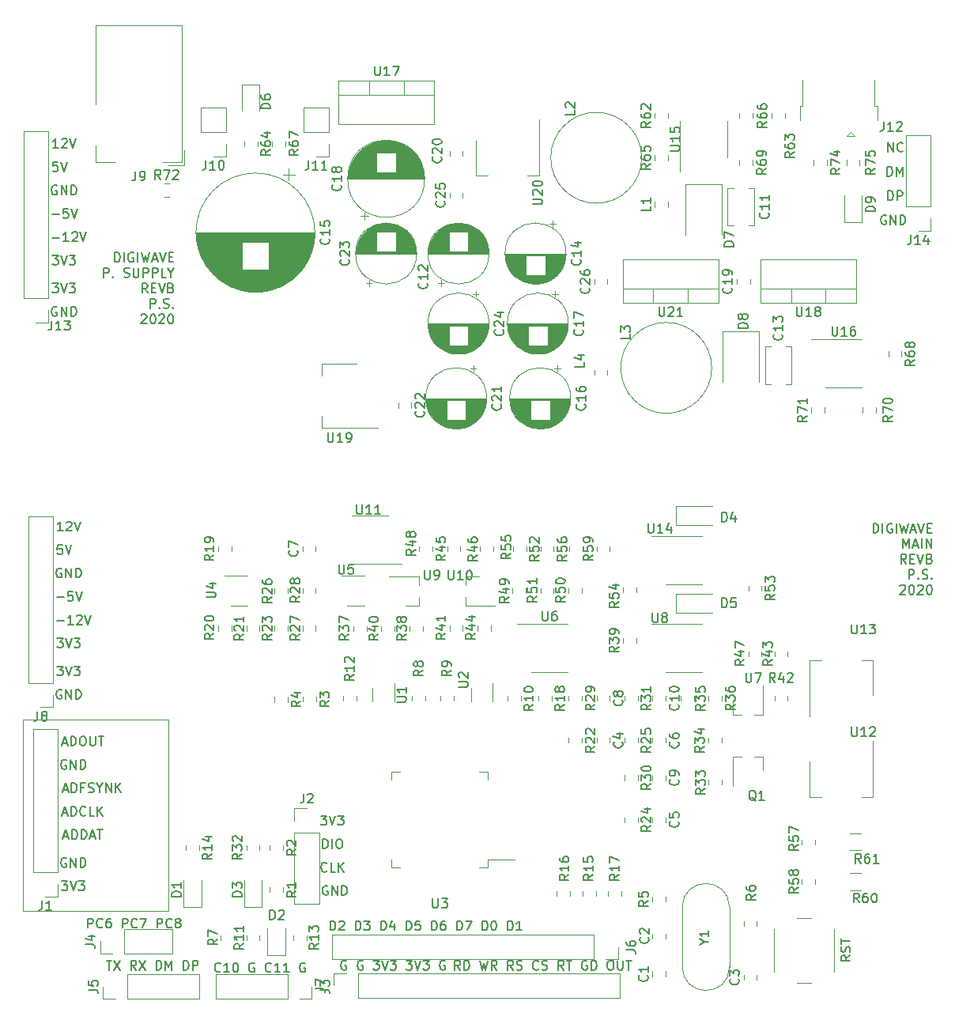
<source format=gbr>
G04 #@! TF.GenerationSoftware,KiCad,Pcbnew,5.1.5-52549c5~84~ubuntu18.04.1*
G04 #@! TF.CreationDate,2020-03-20T10:09:58+00:00*
G04 #@! TF.ProjectId,digiWave,64696769-5761-4766-952e-6b696361645f,rev?*
G04 #@! TF.SameCoordinates,Original*
G04 #@! TF.FileFunction,Legend,Top*
G04 #@! TF.FilePolarity,Positive*
%FSLAX46Y46*%
G04 Gerber Fmt 4.6, Leading zero omitted, Abs format (unit mm)*
G04 Created by KiCad (PCBNEW 5.1.5-52549c5~84~ubuntu18.04.1) date 2020-03-20 10:09:58*
%MOMM*%
%LPD*%
G04 APERTURE LIST*
%ADD10C,0.150000*%
%ADD11C,0.120000*%
G04 APERTURE END LIST*
D10*
X125926309Y-70652380D02*
X125926309Y-69652380D01*
X126164404Y-69652380D01*
X126307261Y-69700000D01*
X126402500Y-69795238D01*
X126450119Y-69890476D01*
X126497738Y-70080952D01*
X126497738Y-70223809D01*
X126450119Y-70414285D01*
X126402500Y-70509523D01*
X126307261Y-70604761D01*
X126164404Y-70652380D01*
X125926309Y-70652380D01*
X126926309Y-70652380D02*
X126926309Y-69652380D01*
X127926309Y-69700000D02*
X127831071Y-69652380D01*
X127688214Y-69652380D01*
X127545357Y-69700000D01*
X127450119Y-69795238D01*
X127402500Y-69890476D01*
X127354880Y-70080952D01*
X127354880Y-70223809D01*
X127402500Y-70414285D01*
X127450119Y-70509523D01*
X127545357Y-70604761D01*
X127688214Y-70652380D01*
X127783452Y-70652380D01*
X127926309Y-70604761D01*
X127973928Y-70557142D01*
X127973928Y-70223809D01*
X127783452Y-70223809D01*
X128402500Y-70652380D02*
X128402500Y-69652380D01*
X128783452Y-69652380D02*
X129021547Y-70652380D01*
X129212023Y-69938095D01*
X129402500Y-70652380D01*
X129640595Y-69652380D01*
X129973928Y-70366666D02*
X130450119Y-70366666D01*
X129878690Y-70652380D02*
X130212023Y-69652380D01*
X130545357Y-70652380D01*
X130735833Y-69652380D02*
X131069166Y-70652380D01*
X131402500Y-69652380D01*
X131735833Y-70128571D02*
X132069166Y-70128571D01*
X132212023Y-70652380D02*
X131735833Y-70652380D01*
X131735833Y-69652380D01*
X132212023Y-69652380D01*
X124735833Y-72302380D02*
X124735833Y-71302380D01*
X125116785Y-71302380D01*
X125212023Y-71350000D01*
X125259642Y-71397619D01*
X125307261Y-71492857D01*
X125307261Y-71635714D01*
X125259642Y-71730952D01*
X125212023Y-71778571D01*
X125116785Y-71826190D01*
X124735833Y-71826190D01*
X125735833Y-72207142D02*
X125783452Y-72254761D01*
X125735833Y-72302380D01*
X125688214Y-72254761D01*
X125735833Y-72207142D01*
X125735833Y-72302380D01*
X126926309Y-72254761D02*
X127069166Y-72302380D01*
X127307261Y-72302380D01*
X127402500Y-72254761D01*
X127450119Y-72207142D01*
X127497738Y-72111904D01*
X127497738Y-72016666D01*
X127450119Y-71921428D01*
X127402500Y-71873809D01*
X127307261Y-71826190D01*
X127116785Y-71778571D01*
X127021547Y-71730952D01*
X126973928Y-71683333D01*
X126926309Y-71588095D01*
X126926309Y-71492857D01*
X126973928Y-71397619D01*
X127021547Y-71350000D01*
X127116785Y-71302380D01*
X127354880Y-71302380D01*
X127497738Y-71350000D01*
X127926309Y-71302380D02*
X127926309Y-72111904D01*
X127973928Y-72207142D01*
X128021547Y-72254761D01*
X128116785Y-72302380D01*
X128307261Y-72302380D01*
X128402500Y-72254761D01*
X128450119Y-72207142D01*
X128497738Y-72111904D01*
X128497738Y-71302380D01*
X128973928Y-72302380D02*
X128973928Y-71302380D01*
X129354880Y-71302380D01*
X129450119Y-71350000D01*
X129497738Y-71397619D01*
X129545357Y-71492857D01*
X129545357Y-71635714D01*
X129497738Y-71730952D01*
X129450119Y-71778571D01*
X129354880Y-71826190D01*
X128973928Y-71826190D01*
X129973928Y-72302380D02*
X129973928Y-71302380D01*
X130354880Y-71302380D01*
X130450119Y-71350000D01*
X130497738Y-71397619D01*
X130545357Y-71492857D01*
X130545357Y-71635714D01*
X130497738Y-71730952D01*
X130450119Y-71778571D01*
X130354880Y-71826190D01*
X129973928Y-71826190D01*
X131450119Y-72302380D02*
X130973928Y-72302380D01*
X130973928Y-71302380D01*
X131973928Y-71826190D02*
X131973928Y-72302380D01*
X131640595Y-71302380D02*
X131973928Y-71826190D01*
X132307261Y-71302380D01*
X129450119Y-73952380D02*
X129116785Y-73476190D01*
X128878690Y-73952380D02*
X128878690Y-72952380D01*
X129259642Y-72952380D01*
X129354880Y-73000000D01*
X129402500Y-73047619D01*
X129450119Y-73142857D01*
X129450119Y-73285714D01*
X129402500Y-73380952D01*
X129354880Y-73428571D01*
X129259642Y-73476190D01*
X128878690Y-73476190D01*
X129878690Y-73428571D02*
X130212023Y-73428571D01*
X130354880Y-73952380D02*
X129878690Y-73952380D01*
X129878690Y-72952380D01*
X130354880Y-72952380D01*
X130640595Y-72952380D02*
X130973928Y-73952380D01*
X131307261Y-72952380D01*
X131973928Y-73428571D02*
X132116785Y-73476190D01*
X132164404Y-73523809D01*
X132212023Y-73619047D01*
X132212023Y-73761904D01*
X132164404Y-73857142D01*
X132116785Y-73904761D01*
X132021547Y-73952380D01*
X131640595Y-73952380D01*
X131640595Y-72952380D01*
X131973928Y-72952380D01*
X132069166Y-73000000D01*
X132116785Y-73047619D01*
X132164404Y-73142857D01*
X132164404Y-73238095D01*
X132116785Y-73333333D01*
X132069166Y-73380952D01*
X131973928Y-73428571D01*
X131640595Y-73428571D01*
X129735833Y-75602380D02*
X129735833Y-74602380D01*
X130116785Y-74602380D01*
X130212023Y-74650000D01*
X130259642Y-74697619D01*
X130307261Y-74792857D01*
X130307261Y-74935714D01*
X130259642Y-75030952D01*
X130212023Y-75078571D01*
X130116785Y-75126190D01*
X129735833Y-75126190D01*
X130735833Y-75507142D02*
X130783452Y-75554761D01*
X130735833Y-75602380D01*
X130688214Y-75554761D01*
X130735833Y-75507142D01*
X130735833Y-75602380D01*
X131164404Y-75554761D02*
X131307261Y-75602380D01*
X131545357Y-75602380D01*
X131640595Y-75554761D01*
X131688214Y-75507142D01*
X131735833Y-75411904D01*
X131735833Y-75316666D01*
X131688214Y-75221428D01*
X131640595Y-75173809D01*
X131545357Y-75126190D01*
X131354880Y-75078571D01*
X131259642Y-75030952D01*
X131212023Y-74983333D01*
X131164404Y-74888095D01*
X131164404Y-74792857D01*
X131212023Y-74697619D01*
X131259642Y-74650000D01*
X131354880Y-74602380D01*
X131592976Y-74602380D01*
X131735833Y-74650000D01*
X132164404Y-75507142D02*
X132212023Y-75554761D01*
X132164404Y-75602380D01*
X132116785Y-75554761D01*
X132164404Y-75507142D01*
X132164404Y-75602380D01*
X128783452Y-76347619D02*
X128831071Y-76300000D01*
X128926309Y-76252380D01*
X129164404Y-76252380D01*
X129259642Y-76300000D01*
X129307261Y-76347619D01*
X129354880Y-76442857D01*
X129354880Y-76538095D01*
X129307261Y-76680952D01*
X128735833Y-77252380D01*
X129354880Y-77252380D01*
X129973928Y-76252380D02*
X130069166Y-76252380D01*
X130164404Y-76300000D01*
X130212023Y-76347619D01*
X130259642Y-76442857D01*
X130307261Y-76633333D01*
X130307261Y-76871428D01*
X130259642Y-77061904D01*
X130212023Y-77157142D01*
X130164404Y-77204761D01*
X130069166Y-77252380D01*
X129973928Y-77252380D01*
X129878690Y-77204761D01*
X129831071Y-77157142D01*
X129783452Y-77061904D01*
X129735833Y-76871428D01*
X129735833Y-76633333D01*
X129783452Y-76442857D01*
X129831071Y-76347619D01*
X129878690Y-76300000D01*
X129973928Y-76252380D01*
X130688214Y-76347619D02*
X130735833Y-76300000D01*
X130831071Y-76252380D01*
X131069166Y-76252380D01*
X131164404Y-76300000D01*
X131212023Y-76347619D01*
X131259642Y-76442857D01*
X131259642Y-76538095D01*
X131212023Y-76680952D01*
X130640595Y-77252380D01*
X131259642Y-77252380D01*
X131878690Y-76252380D02*
X131973928Y-76252380D01*
X132069166Y-76300000D01*
X132116785Y-76347619D01*
X132164404Y-76442857D01*
X132212023Y-76633333D01*
X132212023Y-76871428D01*
X132164404Y-77061904D01*
X132116785Y-77157142D01*
X132069166Y-77204761D01*
X131973928Y-77252380D01*
X131878690Y-77252380D01*
X131783452Y-77204761D01*
X131735833Y-77157142D01*
X131688214Y-77061904D01*
X131640595Y-76871428D01*
X131640595Y-76633333D01*
X131688214Y-76442857D01*
X131735833Y-76347619D01*
X131783452Y-76300000D01*
X131878690Y-76252380D01*
X207176309Y-99652380D02*
X207176309Y-98652380D01*
X207414404Y-98652380D01*
X207557261Y-98700000D01*
X207652500Y-98795238D01*
X207700119Y-98890476D01*
X207747738Y-99080952D01*
X207747738Y-99223809D01*
X207700119Y-99414285D01*
X207652500Y-99509523D01*
X207557261Y-99604761D01*
X207414404Y-99652380D01*
X207176309Y-99652380D01*
X208176309Y-99652380D02*
X208176309Y-98652380D01*
X209176309Y-98700000D02*
X209081071Y-98652380D01*
X208938214Y-98652380D01*
X208795357Y-98700000D01*
X208700119Y-98795238D01*
X208652500Y-98890476D01*
X208604880Y-99080952D01*
X208604880Y-99223809D01*
X208652500Y-99414285D01*
X208700119Y-99509523D01*
X208795357Y-99604761D01*
X208938214Y-99652380D01*
X209033452Y-99652380D01*
X209176309Y-99604761D01*
X209223928Y-99557142D01*
X209223928Y-99223809D01*
X209033452Y-99223809D01*
X209652500Y-99652380D02*
X209652500Y-98652380D01*
X210033452Y-98652380D02*
X210271547Y-99652380D01*
X210462023Y-98938095D01*
X210652500Y-99652380D01*
X210890595Y-98652380D01*
X211223928Y-99366666D02*
X211700119Y-99366666D01*
X211128690Y-99652380D02*
X211462023Y-98652380D01*
X211795357Y-99652380D01*
X211985833Y-98652380D02*
X212319166Y-99652380D01*
X212652500Y-98652380D01*
X212985833Y-99128571D02*
X213319166Y-99128571D01*
X213462023Y-99652380D02*
X212985833Y-99652380D01*
X212985833Y-98652380D01*
X213462023Y-98652380D01*
X210366785Y-101302380D02*
X210366785Y-100302380D01*
X210700119Y-101016666D01*
X211033452Y-100302380D01*
X211033452Y-101302380D01*
X211462023Y-101016666D02*
X211938214Y-101016666D01*
X211366785Y-101302380D02*
X211700119Y-100302380D01*
X212033452Y-101302380D01*
X212366785Y-101302380D02*
X212366785Y-100302380D01*
X212842976Y-101302380D02*
X212842976Y-100302380D01*
X213414404Y-101302380D01*
X213414404Y-100302380D01*
X210700119Y-102952380D02*
X210366785Y-102476190D01*
X210128690Y-102952380D02*
X210128690Y-101952380D01*
X210509642Y-101952380D01*
X210604880Y-102000000D01*
X210652500Y-102047619D01*
X210700119Y-102142857D01*
X210700119Y-102285714D01*
X210652500Y-102380952D01*
X210604880Y-102428571D01*
X210509642Y-102476190D01*
X210128690Y-102476190D01*
X211128690Y-102428571D02*
X211462023Y-102428571D01*
X211604880Y-102952380D02*
X211128690Y-102952380D01*
X211128690Y-101952380D01*
X211604880Y-101952380D01*
X211890595Y-101952380D02*
X212223928Y-102952380D01*
X212557261Y-101952380D01*
X213223928Y-102428571D02*
X213366785Y-102476190D01*
X213414404Y-102523809D01*
X213462023Y-102619047D01*
X213462023Y-102761904D01*
X213414404Y-102857142D01*
X213366785Y-102904761D01*
X213271547Y-102952380D01*
X212890595Y-102952380D01*
X212890595Y-101952380D01*
X213223928Y-101952380D01*
X213319166Y-102000000D01*
X213366785Y-102047619D01*
X213414404Y-102142857D01*
X213414404Y-102238095D01*
X213366785Y-102333333D01*
X213319166Y-102380952D01*
X213223928Y-102428571D01*
X212890595Y-102428571D01*
X210985833Y-104602380D02*
X210985833Y-103602380D01*
X211366785Y-103602380D01*
X211462023Y-103650000D01*
X211509642Y-103697619D01*
X211557261Y-103792857D01*
X211557261Y-103935714D01*
X211509642Y-104030952D01*
X211462023Y-104078571D01*
X211366785Y-104126190D01*
X210985833Y-104126190D01*
X211985833Y-104507142D02*
X212033452Y-104554761D01*
X211985833Y-104602380D01*
X211938214Y-104554761D01*
X211985833Y-104507142D01*
X211985833Y-104602380D01*
X212414404Y-104554761D02*
X212557261Y-104602380D01*
X212795357Y-104602380D01*
X212890595Y-104554761D01*
X212938214Y-104507142D01*
X212985833Y-104411904D01*
X212985833Y-104316666D01*
X212938214Y-104221428D01*
X212890595Y-104173809D01*
X212795357Y-104126190D01*
X212604880Y-104078571D01*
X212509642Y-104030952D01*
X212462023Y-103983333D01*
X212414404Y-103888095D01*
X212414404Y-103792857D01*
X212462023Y-103697619D01*
X212509642Y-103650000D01*
X212604880Y-103602380D01*
X212842976Y-103602380D01*
X212985833Y-103650000D01*
X213414404Y-104507142D02*
X213462023Y-104554761D01*
X213414404Y-104602380D01*
X213366785Y-104554761D01*
X213414404Y-104507142D01*
X213414404Y-104602380D01*
X210033452Y-105347619D02*
X210081071Y-105300000D01*
X210176309Y-105252380D01*
X210414404Y-105252380D01*
X210509642Y-105300000D01*
X210557261Y-105347619D01*
X210604880Y-105442857D01*
X210604880Y-105538095D01*
X210557261Y-105680952D01*
X209985833Y-106252380D01*
X210604880Y-106252380D01*
X211223928Y-105252380D02*
X211319166Y-105252380D01*
X211414404Y-105300000D01*
X211462023Y-105347619D01*
X211509642Y-105442857D01*
X211557261Y-105633333D01*
X211557261Y-105871428D01*
X211509642Y-106061904D01*
X211462023Y-106157142D01*
X211414404Y-106204761D01*
X211319166Y-106252380D01*
X211223928Y-106252380D01*
X211128690Y-106204761D01*
X211081071Y-106157142D01*
X211033452Y-106061904D01*
X210985833Y-105871428D01*
X210985833Y-105633333D01*
X211033452Y-105442857D01*
X211081071Y-105347619D01*
X211128690Y-105300000D01*
X211223928Y-105252380D01*
X211938214Y-105347619D02*
X211985833Y-105300000D01*
X212081071Y-105252380D01*
X212319166Y-105252380D01*
X212414404Y-105300000D01*
X212462023Y-105347619D01*
X212509642Y-105442857D01*
X212509642Y-105538095D01*
X212462023Y-105680952D01*
X211890595Y-106252380D01*
X212509642Y-106252380D01*
X213128690Y-105252380D02*
X213223928Y-105252380D01*
X213319166Y-105300000D01*
X213366785Y-105347619D01*
X213414404Y-105442857D01*
X213462023Y-105633333D01*
X213462023Y-105871428D01*
X213414404Y-106061904D01*
X213366785Y-106157142D01*
X213319166Y-106204761D01*
X213223928Y-106252380D01*
X213128690Y-106252380D01*
X213033452Y-106204761D01*
X212985833Y-106157142D01*
X212938214Y-106061904D01*
X212890595Y-105871428D01*
X212890595Y-105633333D01*
X212938214Y-105442857D01*
X212985833Y-105347619D01*
X213033452Y-105300000D01*
X213128690Y-105252380D01*
X148738095Y-137500000D02*
X148642857Y-137452380D01*
X148500000Y-137452380D01*
X148357142Y-137500000D01*
X148261904Y-137595238D01*
X148214285Y-137690476D01*
X148166666Y-137880952D01*
X148166666Y-138023809D01*
X148214285Y-138214285D01*
X148261904Y-138309523D01*
X148357142Y-138404761D01*
X148500000Y-138452380D01*
X148595238Y-138452380D01*
X148738095Y-138404761D01*
X148785714Y-138357142D01*
X148785714Y-138023809D01*
X148595238Y-138023809D01*
X149214285Y-138452380D02*
X149214285Y-137452380D01*
X149785714Y-138452380D01*
X149785714Y-137452380D01*
X150261904Y-138452380D02*
X150261904Y-137452380D01*
X150500000Y-137452380D01*
X150642857Y-137500000D01*
X150738095Y-137595238D01*
X150785714Y-137690476D01*
X150833333Y-137880952D01*
X150833333Y-138023809D01*
X150785714Y-138214285D01*
X150738095Y-138309523D01*
X150642857Y-138404761D01*
X150500000Y-138452380D01*
X150261904Y-138452380D01*
X148654761Y-135857142D02*
X148607142Y-135904761D01*
X148464285Y-135952380D01*
X148369047Y-135952380D01*
X148226190Y-135904761D01*
X148130952Y-135809523D01*
X148083333Y-135714285D01*
X148035714Y-135523809D01*
X148035714Y-135380952D01*
X148083333Y-135190476D01*
X148130952Y-135095238D01*
X148226190Y-135000000D01*
X148369047Y-134952380D01*
X148464285Y-134952380D01*
X148607142Y-135000000D01*
X148654761Y-135047619D01*
X149559523Y-135952380D02*
X149083333Y-135952380D01*
X149083333Y-134952380D01*
X149892857Y-135952380D02*
X149892857Y-134952380D01*
X150464285Y-135952380D02*
X150035714Y-135380952D01*
X150464285Y-134952380D02*
X149892857Y-135523809D01*
X148226190Y-133452380D02*
X148226190Y-132452380D01*
X148464285Y-132452380D01*
X148607142Y-132500000D01*
X148702380Y-132595238D01*
X148750000Y-132690476D01*
X148797619Y-132880952D01*
X148797619Y-133023809D01*
X148750000Y-133214285D01*
X148702380Y-133309523D01*
X148607142Y-133404761D01*
X148464285Y-133452380D01*
X148226190Y-133452380D01*
X149226190Y-133452380D02*
X149226190Y-132452380D01*
X149892857Y-132452380D02*
X150083333Y-132452380D01*
X150178571Y-132500000D01*
X150273809Y-132595238D01*
X150321428Y-132785714D01*
X150321428Y-133119047D01*
X150273809Y-133309523D01*
X150178571Y-133404761D01*
X150083333Y-133452380D01*
X149892857Y-133452380D01*
X149797619Y-133404761D01*
X149702380Y-133309523D01*
X149654761Y-133119047D01*
X149654761Y-132785714D01*
X149702380Y-132595238D01*
X149797619Y-132500000D01*
X149892857Y-132452380D01*
X148011904Y-129952380D02*
X148630952Y-129952380D01*
X148297619Y-130333333D01*
X148440476Y-130333333D01*
X148535714Y-130380952D01*
X148583333Y-130428571D01*
X148630952Y-130523809D01*
X148630952Y-130761904D01*
X148583333Y-130857142D01*
X148535714Y-130904761D01*
X148440476Y-130952380D01*
X148154761Y-130952380D01*
X148059523Y-130904761D01*
X148011904Y-130857142D01*
X148916666Y-129952380D02*
X149250000Y-130952380D01*
X149583333Y-129952380D01*
X149821428Y-129952380D02*
X150440476Y-129952380D01*
X150107142Y-130333333D01*
X150250000Y-130333333D01*
X150345238Y-130380952D01*
X150392857Y-130428571D01*
X150440476Y-130523809D01*
X150440476Y-130761904D01*
X150392857Y-130857142D01*
X150345238Y-130904761D01*
X150250000Y-130952380D01*
X149964285Y-130952380D01*
X149869047Y-130904761D01*
X149821428Y-130857142D01*
X150726190Y-145500000D02*
X150630952Y-145452380D01*
X150488095Y-145452380D01*
X150345238Y-145500000D01*
X150250000Y-145595238D01*
X150202380Y-145690476D01*
X150154761Y-145880952D01*
X150154761Y-146023809D01*
X150202380Y-146214285D01*
X150250000Y-146309523D01*
X150345238Y-146404761D01*
X150488095Y-146452380D01*
X150583333Y-146452380D01*
X150726190Y-146404761D01*
X150773809Y-146357142D01*
X150773809Y-146023809D01*
X150583333Y-146023809D01*
X152488095Y-145500000D02*
X152392857Y-145452380D01*
X152250000Y-145452380D01*
X152107142Y-145500000D01*
X152011904Y-145595238D01*
X151964285Y-145690476D01*
X151916666Y-145880952D01*
X151916666Y-146023809D01*
X151964285Y-146214285D01*
X152011904Y-146309523D01*
X152107142Y-146404761D01*
X152250000Y-146452380D01*
X152345238Y-146452380D01*
X152488095Y-146404761D01*
X152535714Y-146357142D01*
X152535714Y-146023809D01*
X152345238Y-146023809D01*
X153630952Y-145452380D02*
X154250000Y-145452380D01*
X153916666Y-145833333D01*
X154059523Y-145833333D01*
X154154761Y-145880952D01*
X154202380Y-145928571D01*
X154250000Y-146023809D01*
X154250000Y-146261904D01*
X154202380Y-146357142D01*
X154154761Y-146404761D01*
X154059523Y-146452380D01*
X153773809Y-146452380D01*
X153678571Y-146404761D01*
X153630952Y-146357142D01*
X154535714Y-145452380D02*
X154869047Y-146452380D01*
X155202380Y-145452380D01*
X155440476Y-145452380D02*
X156059523Y-145452380D01*
X155726190Y-145833333D01*
X155869047Y-145833333D01*
X155964285Y-145880952D01*
X156011904Y-145928571D01*
X156059523Y-146023809D01*
X156059523Y-146261904D01*
X156011904Y-146357142D01*
X155964285Y-146404761D01*
X155869047Y-146452380D01*
X155583333Y-146452380D01*
X155488095Y-146404761D01*
X155440476Y-146357142D01*
X157154761Y-145452380D02*
X157773809Y-145452380D01*
X157440476Y-145833333D01*
X157583333Y-145833333D01*
X157678571Y-145880952D01*
X157726190Y-145928571D01*
X157773809Y-146023809D01*
X157773809Y-146261904D01*
X157726190Y-146357142D01*
X157678571Y-146404761D01*
X157583333Y-146452380D01*
X157297619Y-146452380D01*
X157202380Y-146404761D01*
X157154761Y-146357142D01*
X158059523Y-145452380D02*
X158392857Y-146452380D01*
X158726190Y-145452380D01*
X158964285Y-145452380D02*
X159583333Y-145452380D01*
X159250000Y-145833333D01*
X159392857Y-145833333D01*
X159488095Y-145880952D01*
X159535714Y-145928571D01*
X159583333Y-146023809D01*
X159583333Y-146261904D01*
X159535714Y-146357142D01*
X159488095Y-146404761D01*
X159392857Y-146452380D01*
X159107142Y-146452380D01*
X159011904Y-146404761D01*
X158964285Y-146357142D01*
X161297619Y-145500000D02*
X161202380Y-145452380D01*
X161059523Y-145452380D01*
X160916666Y-145500000D01*
X160821428Y-145595238D01*
X160773809Y-145690476D01*
X160726190Y-145880952D01*
X160726190Y-146023809D01*
X160773809Y-146214285D01*
X160821428Y-146309523D01*
X160916666Y-146404761D01*
X161059523Y-146452380D01*
X161154761Y-146452380D01*
X161297619Y-146404761D01*
X161345238Y-146357142D01*
X161345238Y-146023809D01*
X161154761Y-146023809D01*
X162940476Y-146452380D02*
X162607142Y-145976190D01*
X162369047Y-146452380D02*
X162369047Y-145452380D01*
X162750000Y-145452380D01*
X162845238Y-145500000D01*
X162892857Y-145547619D01*
X162940476Y-145642857D01*
X162940476Y-145785714D01*
X162892857Y-145880952D01*
X162845238Y-145928571D01*
X162750000Y-145976190D01*
X162369047Y-145976190D01*
X163369047Y-146452380D02*
X163369047Y-145452380D01*
X163607142Y-145452380D01*
X163750000Y-145500000D01*
X163845238Y-145595238D01*
X163892857Y-145690476D01*
X163940476Y-145880952D01*
X163940476Y-146023809D01*
X163892857Y-146214285D01*
X163845238Y-146309523D01*
X163750000Y-146404761D01*
X163607142Y-146452380D01*
X163369047Y-146452380D01*
X165035714Y-145452380D02*
X165273809Y-146452380D01*
X165464285Y-145738095D01*
X165654761Y-146452380D01*
X165892857Y-145452380D01*
X166845238Y-146452380D02*
X166511904Y-145976190D01*
X166273809Y-146452380D02*
X166273809Y-145452380D01*
X166654761Y-145452380D01*
X166750000Y-145500000D01*
X166797619Y-145547619D01*
X166845238Y-145642857D01*
X166845238Y-145785714D01*
X166797619Y-145880952D01*
X166750000Y-145928571D01*
X166654761Y-145976190D01*
X166273809Y-145976190D01*
X168607142Y-146452380D02*
X168273809Y-145976190D01*
X168035714Y-146452380D02*
X168035714Y-145452380D01*
X168416666Y-145452380D01*
X168511904Y-145500000D01*
X168559523Y-145547619D01*
X168607142Y-145642857D01*
X168607142Y-145785714D01*
X168559523Y-145880952D01*
X168511904Y-145928571D01*
X168416666Y-145976190D01*
X168035714Y-145976190D01*
X168988095Y-146404761D02*
X169130952Y-146452380D01*
X169369047Y-146452380D01*
X169464285Y-146404761D01*
X169511904Y-146357142D01*
X169559523Y-146261904D01*
X169559523Y-146166666D01*
X169511904Y-146071428D01*
X169464285Y-146023809D01*
X169369047Y-145976190D01*
X169178571Y-145928571D01*
X169083333Y-145880952D01*
X169035714Y-145833333D01*
X168988095Y-145738095D01*
X168988095Y-145642857D01*
X169035714Y-145547619D01*
X169083333Y-145500000D01*
X169178571Y-145452380D01*
X169416666Y-145452380D01*
X169559523Y-145500000D01*
X171321428Y-146357142D02*
X171273809Y-146404761D01*
X171130952Y-146452380D01*
X171035714Y-146452380D01*
X170892857Y-146404761D01*
X170797619Y-146309523D01*
X170750000Y-146214285D01*
X170702380Y-146023809D01*
X170702380Y-145880952D01*
X170750000Y-145690476D01*
X170797619Y-145595238D01*
X170892857Y-145500000D01*
X171035714Y-145452380D01*
X171130952Y-145452380D01*
X171273809Y-145500000D01*
X171321428Y-145547619D01*
X171702380Y-146404761D02*
X171845238Y-146452380D01*
X172083333Y-146452380D01*
X172178571Y-146404761D01*
X172226190Y-146357142D01*
X172273809Y-146261904D01*
X172273809Y-146166666D01*
X172226190Y-146071428D01*
X172178571Y-146023809D01*
X172083333Y-145976190D01*
X171892857Y-145928571D01*
X171797619Y-145880952D01*
X171750000Y-145833333D01*
X171702380Y-145738095D01*
X171702380Y-145642857D01*
X171750000Y-145547619D01*
X171797619Y-145500000D01*
X171892857Y-145452380D01*
X172130952Y-145452380D01*
X172273809Y-145500000D01*
X174035714Y-146452380D02*
X173702380Y-145976190D01*
X173464285Y-146452380D02*
X173464285Y-145452380D01*
X173845238Y-145452380D01*
X173940476Y-145500000D01*
X173988095Y-145547619D01*
X174035714Y-145642857D01*
X174035714Y-145785714D01*
X173988095Y-145880952D01*
X173940476Y-145928571D01*
X173845238Y-145976190D01*
X173464285Y-145976190D01*
X174321428Y-145452380D02*
X174892857Y-145452380D01*
X174607142Y-146452380D02*
X174607142Y-145452380D01*
X176511904Y-145500000D02*
X176416666Y-145452380D01*
X176273809Y-145452380D01*
X176130952Y-145500000D01*
X176035714Y-145595238D01*
X175988095Y-145690476D01*
X175940476Y-145880952D01*
X175940476Y-146023809D01*
X175988095Y-146214285D01*
X176035714Y-146309523D01*
X176130952Y-146404761D01*
X176273809Y-146452380D01*
X176369047Y-146452380D01*
X176511904Y-146404761D01*
X176559523Y-146357142D01*
X176559523Y-146023809D01*
X176369047Y-146023809D01*
X176988095Y-146452380D02*
X176988095Y-145452380D01*
X177226190Y-145452380D01*
X177369047Y-145500000D01*
X177464285Y-145595238D01*
X177511904Y-145690476D01*
X177559523Y-145880952D01*
X177559523Y-146023809D01*
X177511904Y-146214285D01*
X177464285Y-146309523D01*
X177369047Y-146404761D01*
X177226190Y-146452380D01*
X176988095Y-146452380D01*
X178940476Y-145452380D02*
X179130952Y-145452380D01*
X179226190Y-145500000D01*
X179321428Y-145595238D01*
X179369047Y-145785714D01*
X179369047Y-146119047D01*
X179321428Y-146309523D01*
X179226190Y-146404761D01*
X179130952Y-146452380D01*
X178940476Y-146452380D01*
X178845238Y-146404761D01*
X178750000Y-146309523D01*
X178702380Y-146119047D01*
X178702380Y-145785714D01*
X178750000Y-145595238D01*
X178845238Y-145500000D01*
X178940476Y-145452380D01*
X179797619Y-145452380D02*
X179797619Y-146261904D01*
X179845238Y-146357142D01*
X179892857Y-146404761D01*
X179988095Y-146452380D01*
X180178571Y-146452380D01*
X180273809Y-146404761D01*
X180321428Y-146357142D01*
X180369047Y-146261904D01*
X180369047Y-145452380D01*
X180702380Y-145452380D02*
X181273809Y-145452380D01*
X180988095Y-146452380D02*
X180988095Y-145452380D01*
X149011904Y-142202380D02*
X149011904Y-141202380D01*
X149250000Y-141202380D01*
X149392857Y-141250000D01*
X149488095Y-141345238D01*
X149535714Y-141440476D01*
X149583333Y-141630952D01*
X149583333Y-141773809D01*
X149535714Y-141964285D01*
X149488095Y-142059523D01*
X149392857Y-142154761D01*
X149250000Y-142202380D01*
X149011904Y-142202380D01*
X149964285Y-141297619D02*
X150011904Y-141250000D01*
X150107142Y-141202380D01*
X150345238Y-141202380D01*
X150440476Y-141250000D01*
X150488095Y-141297619D01*
X150535714Y-141392857D01*
X150535714Y-141488095D01*
X150488095Y-141630952D01*
X149916666Y-142202380D01*
X150535714Y-142202380D01*
X151726190Y-142202380D02*
X151726190Y-141202380D01*
X151964285Y-141202380D01*
X152107142Y-141250000D01*
X152202380Y-141345238D01*
X152250000Y-141440476D01*
X152297619Y-141630952D01*
X152297619Y-141773809D01*
X152250000Y-141964285D01*
X152202380Y-142059523D01*
X152107142Y-142154761D01*
X151964285Y-142202380D01*
X151726190Y-142202380D01*
X152630952Y-141202380D02*
X153250000Y-141202380D01*
X152916666Y-141583333D01*
X153059523Y-141583333D01*
X153154761Y-141630952D01*
X153202380Y-141678571D01*
X153250000Y-141773809D01*
X153250000Y-142011904D01*
X153202380Y-142107142D01*
X153154761Y-142154761D01*
X153059523Y-142202380D01*
X152773809Y-142202380D01*
X152678571Y-142154761D01*
X152630952Y-142107142D01*
X154440476Y-142202380D02*
X154440476Y-141202380D01*
X154678571Y-141202380D01*
X154821428Y-141250000D01*
X154916666Y-141345238D01*
X154964285Y-141440476D01*
X155011904Y-141630952D01*
X155011904Y-141773809D01*
X154964285Y-141964285D01*
X154916666Y-142059523D01*
X154821428Y-142154761D01*
X154678571Y-142202380D01*
X154440476Y-142202380D01*
X155869047Y-141535714D02*
X155869047Y-142202380D01*
X155630952Y-141154761D02*
X155392857Y-141869047D01*
X156011904Y-141869047D01*
X157154761Y-142202380D02*
X157154761Y-141202380D01*
X157392857Y-141202380D01*
X157535714Y-141250000D01*
X157630952Y-141345238D01*
X157678571Y-141440476D01*
X157726190Y-141630952D01*
X157726190Y-141773809D01*
X157678571Y-141964285D01*
X157630952Y-142059523D01*
X157535714Y-142154761D01*
X157392857Y-142202380D01*
X157154761Y-142202380D01*
X158630952Y-141202380D02*
X158154761Y-141202380D01*
X158107142Y-141678571D01*
X158154761Y-141630952D01*
X158250000Y-141583333D01*
X158488095Y-141583333D01*
X158583333Y-141630952D01*
X158630952Y-141678571D01*
X158678571Y-141773809D01*
X158678571Y-142011904D01*
X158630952Y-142107142D01*
X158583333Y-142154761D01*
X158488095Y-142202380D01*
X158250000Y-142202380D01*
X158154761Y-142154761D01*
X158107142Y-142107142D01*
X159869047Y-142202380D02*
X159869047Y-141202380D01*
X160107142Y-141202380D01*
X160250000Y-141250000D01*
X160345238Y-141345238D01*
X160392857Y-141440476D01*
X160440476Y-141630952D01*
X160440476Y-141773809D01*
X160392857Y-141964285D01*
X160345238Y-142059523D01*
X160250000Y-142154761D01*
X160107142Y-142202380D01*
X159869047Y-142202380D01*
X161297619Y-141202380D02*
X161107142Y-141202380D01*
X161011904Y-141250000D01*
X160964285Y-141297619D01*
X160869047Y-141440476D01*
X160821428Y-141630952D01*
X160821428Y-142011904D01*
X160869047Y-142107142D01*
X160916666Y-142154761D01*
X161011904Y-142202380D01*
X161202380Y-142202380D01*
X161297619Y-142154761D01*
X161345238Y-142107142D01*
X161392857Y-142011904D01*
X161392857Y-141773809D01*
X161345238Y-141678571D01*
X161297619Y-141630952D01*
X161202380Y-141583333D01*
X161011904Y-141583333D01*
X160916666Y-141630952D01*
X160869047Y-141678571D01*
X160821428Y-141773809D01*
X162583333Y-142202380D02*
X162583333Y-141202380D01*
X162821428Y-141202380D01*
X162964285Y-141250000D01*
X163059523Y-141345238D01*
X163107142Y-141440476D01*
X163154761Y-141630952D01*
X163154761Y-141773809D01*
X163107142Y-141964285D01*
X163059523Y-142059523D01*
X162964285Y-142154761D01*
X162821428Y-142202380D01*
X162583333Y-142202380D01*
X163488095Y-141202380D02*
X164154761Y-141202380D01*
X163726190Y-142202380D01*
X165297619Y-142202380D02*
X165297619Y-141202380D01*
X165535714Y-141202380D01*
X165678571Y-141250000D01*
X165773809Y-141345238D01*
X165821428Y-141440476D01*
X165869047Y-141630952D01*
X165869047Y-141773809D01*
X165821428Y-141964285D01*
X165773809Y-142059523D01*
X165678571Y-142154761D01*
X165535714Y-142202380D01*
X165297619Y-142202380D01*
X166488095Y-141202380D02*
X166583333Y-141202380D01*
X166678571Y-141250000D01*
X166726190Y-141297619D01*
X166773809Y-141392857D01*
X166821428Y-141583333D01*
X166821428Y-141821428D01*
X166773809Y-142011904D01*
X166726190Y-142107142D01*
X166678571Y-142154761D01*
X166583333Y-142202380D01*
X166488095Y-142202380D01*
X166392857Y-142154761D01*
X166345238Y-142107142D01*
X166297619Y-142011904D01*
X166250000Y-141821428D01*
X166250000Y-141583333D01*
X166297619Y-141392857D01*
X166345238Y-141297619D01*
X166392857Y-141250000D01*
X166488095Y-141202380D01*
X168011904Y-142202380D02*
X168011904Y-141202380D01*
X168250000Y-141202380D01*
X168392857Y-141250000D01*
X168488095Y-141345238D01*
X168535714Y-141440476D01*
X168583333Y-141630952D01*
X168583333Y-141773809D01*
X168535714Y-141964285D01*
X168488095Y-142059523D01*
X168392857Y-142154761D01*
X168250000Y-142202380D01*
X168011904Y-142202380D01*
X169535714Y-142202380D02*
X168964285Y-142202380D01*
X169250000Y-142202380D02*
X169250000Y-141202380D01*
X169154761Y-141345238D01*
X169059523Y-141440476D01*
X168964285Y-141488095D01*
X137261904Y-146607142D02*
X137214285Y-146654761D01*
X137071428Y-146702380D01*
X136976190Y-146702380D01*
X136833333Y-146654761D01*
X136738095Y-146559523D01*
X136690476Y-146464285D01*
X136642857Y-146273809D01*
X136642857Y-146130952D01*
X136690476Y-145940476D01*
X136738095Y-145845238D01*
X136833333Y-145750000D01*
X136976190Y-145702380D01*
X137071428Y-145702380D01*
X137214285Y-145750000D01*
X137261904Y-145797619D01*
X138214285Y-146702380D02*
X137642857Y-146702380D01*
X137928571Y-146702380D02*
X137928571Y-145702380D01*
X137833333Y-145845238D01*
X137738095Y-145940476D01*
X137642857Y-145988095D01*
X138833333Y-145702380D02*
X138928571Y-145702380D01*
X139023809Y-145750000D01*
X139071428Y-145797619D01*
X139119047Y-145892857D01*
X139166666Y-146083333D01*
X139166666Y-146321428D01*
X139119047Y-146511904D01*
X139071428Y-146607142D01*
X139023809Y-146654761D01*
X138928571Y-146702380D01*
X138833333Y-146702380D01*
X138738095Y-146654761D01*
X138690476Y-146607142D01*
X138642857Y-146511904D01*
X138595238Y-146321428D01*
X138595238Y-146083333D01*
X138642857Y-145892857D01*
X138690476Y-145797619D01*
X138738095Y-145750000D01*
X138833333Y-145702380D01*
X140880952Y-145750000D02*
X140785714Y-145702380D01*
X140642857Y-145702380D01*
X140500000Y-145750000D01*
X140404761Y-145845238D01*
X140357142Y-145940476D01*
X140309523Y-146130952D01*
X140309523Y-146273809D01*
X140357142Y-146464285D01*
X140404761Y-146559523D01*
X140500000Y-146654761D01*
X140642857Y-146702380D01*
X140738095Y-146702380D01*
X140880952Y-146654761D01*
X140928571Y-146607142D01*
X140928571Y-146273809D01*
X140738095Y-146273809D01*
X142690476Y-146607142D02*
X142642857Y-146654761D01*
X142500000Y-146702380D01*
X142404761Y-146702380D01*
X142261904Y-146654761D01*
X142166666Y-146559523D01*
X142119047Y-146464285D01*
X142071428Y-146273809D01*
X142071428Y-146130952D01*
X142119047Y-145940476D01*
X142166666Y-145845238D01*
X142261904Y-145750000D01*
X142404761Y-145702380D01*
X142500000Y-145702380D01*
X142642857Y-145750000D01*
X142690476Y-145797619D01*
X143642857Y-146702380D02*
X143071428Y-146702380D01*
X143357142Y-146702380D02*
X143357142Y-145702380D01*
X143261904Y-145845238D01*
X143166666Y-145940476D01*
X143071428Y-145988095D01*
X144595238Y-146702380D02*
X144023809Y-146702380D01*
X144309523Y-146702380D02*
X144309523Y-145702380D01*
X144214285Y-145845238D01*
X144119047Y-145940476D01*
X144023809Y-145988095D01*
X146309523Y-145750000D02*
X146214285Y-145702380D01*
X146071428Y-145702380D01*
X145928571Y-145750000D01*
X145833333Y-145845238D01*
X145785714Y-145940476D01*
X145738095Y-146130952D01*
X145738095Y-146273809D01*
X145785714Y-146464285D01*
X145833333Y-146559523D01*
X145928571Y-146654761D01*
X146071428Y-146702380D01*
X146166666Y-146702380D01*
X146309523Y-146654761D01*
X146357142Y-146607142D01*
X146357142Y-146273809D01*
X146166666Y-146273809D01*
X125047619Y-145452380D02*
X125619047Y-145452380D01*
X125333333Y-146452380D02*
X125333333Y-145452380D01*
X125857142Y-145452380D02*
X126523809Y-146452380D01*
X126523809Y-145452380D02*
X125857142Y-146452380D01*
X128238095Y-146452380D02*
X127904761Y-145976190D01*
X127666666Y-146452380D02*
X127666666Y-145452380D01*
X128047619Y-145452380D01*
X128142857Y-145500000D01*
X128190476Y-145547619D01*
X128238095Y-145642857D01*
X128238095Y-145785714D01*
X128190476Y-145880952D01*
X128142857Y-145928571D01*
X128047619Y-145976190D01*
X127666666Y-145976190D01*
X128571428Y-145452380D02*
X129238095Y-146452380D01*
X129238095Y-145452380D02*
X128571428Y-146452380D01*
X130380952Y-146452380D02*
X130380952Y-145452380D01*
X130619047Y-145452380D01*
X130761904Y-145500000D01*
X130857142Y-145595238D01*
X130904761Y-145690476D01*
X130952380Y-145880952D01*
X130952380Y-146023809D01*
X130904761Y-146214285D01*
X130857142Y-146309523D01*
X130761904Y-146404761D01*
X130619047Y-146452380D01*
X130380952Y-146452380D01*
X131380952Y-146452380D02*
X131380952Y-145452380D01*
X131714285Y-146166666D01*
X132047619Y-145452380D01*
X132047619Y-146452380D01*
X133285714Y-146452380D02*
X133285714Y-145452380D01*
X133523809Y-145452380D01*
X133666666Y-145500000D01*
X133761904Y-145595238D01*
X133809523Y-145690476D01*
X133857142Y-145880952D01*
X133857142Y-146023809D01*
X133809523Y-146214285D01*
X133761904Y-146309523D01*
X133666666Y-146404761D01*
X133523809Y-146452380D01*
X133285714Y-146452380D01*
X134285714Y-146452380D02*
X134285714Y-145452380D01*
X134666666Y-145452380D01*
X134761904Y-145500000D01*
X134809523Y-145547619D01*
X134857142Y-145642857D01*
X134857142Y-145785714D01*
X134809523Y-145880952D01*
X134761904Y-145928571D01*
X134666666Y-145976190D01*
X134285714Y-145976190D01*
X123047619Y-141952380D02*
X123047619Y-140952380D01*
X123428571Y-140952380D01*
X123523809Y-141000000D01*
X123571428Y-141047619D01*
X123619047Y-141142857D01*
X123619047Y-141285714D01*
X123571428Y-141380952D01*
X123523809Y-141428571D01*
X123428571Y-141476190D01*
X123047619Y-141476190D01*
X124619047Y-141857142D02*
X124571428Y-141904761D01*
X124428571Y-141952380D01*
X124333333Y-141952380D01*
X124190476Y-141904761D01*
X124095238Y-141809523D01*
X124047619Y-141714285D01*
X124000000Y-141523809D01*
X124000000Y-141380952D01*
X124047619Y-141190476D01*
X124095238Y-141095238D01*
X124190476Y-141000000D01*
X124333333Y-140952380D01*
X124428571Y-140952380D01*
X124571428Y-141000000D01*
X124619047Y-141047619D01*
X125476190Y-140952380D02*
X125285714Y-140952380D01*
X125190476Y-141000000D01*
X125142857Y-141047619D01*
X125047619Y-141190476D01*
X125000000Y-141380952D01*
X125000000Y-141761904D01*
X125047619Y-141857142D01*
X125095238Y-141904761D01*
X125190476Y-141952380D01*
X125380952Y-141952380D01*
X125476190Y-141904761D01*
X125523809Y-141857142D01*
X125571428Y-141761904D01*
X125571428Y-141523809D01*
X125523809Y-141428571D01*
X125476190Y-141380952D01*
X125380952Y-141333333D01*
X125190476Y-141333333D01*
X125095238Y-141380952D01*
X125047619Y-141428571D01*
X125000000Y-141523809D01*
X126761904Y-141952380D02*
X126761904Y-140952380D01*
X127142857Y-140952380D01*
X127238095Y-141000000D01*
X127285714Y-141047619D01*
X127333333Y-141142857D01*
X127333333Y-141285714D01*
X127285714Y-141380952D01*
X127238095Y-141428571D01*
X127142857Y-141476190D01*
X126761904Y-141476190D01*
X128333333Y-141857142D02*
X128285714Y-141904761D01*
X128142857Y-141952380D01*
X128047619Y-141952380D01*
X127904761Y-141904761D01*
X127809523Y-141809523D01*
X127761904Y-141714285D01*
X127714285Y-141523809D01*
X127714285Y-141380952D01*
X127761904Y-141190476D01*
X127809523Y-141095238D01*
X127904761Y-141000000D01*
X128047619Y-140952380D01*
X128142857Y-140952380D01*
X128285714Y-141000000D01*
X128333333Y-141047619D01*
X128666666Y-140952380D02*
X129333333Y-140952380D01*
X128904761Y-141952380D01*
X130476190Y-141952380D02*
X130476190Y-140952380D01*
X130857142Y-140952380D01*
X130952380Y-141000000D01*
X131000000Y-141047619D01*
X131047619Y-141142857D01*
X131047619Y-141285714D01*
X131000000Y-141380952D01*
X130952380Y-141428571D01*
X130857142Y-141476190D01*
X130476190Y-141476190D01*
X132047619Y-141857142D02*
X132000000Y-141904761D01*
X131857142Y-141952380D01*
X131761904Y-141952380D01*
X131619047Y-141904761D01*
X131523809Y-141809523D01*
X131476190Y-141714285D01*
X131428571Y-141523809D01*
X131428571Y-141380952D01*
X131476190Y-141190476D01*
X131523809Y-141095238D01*
X131619047Y-141000000D01*
X131761904Y-140952380D01*
X131857142Y-140952380D01*
X132000000Y-141000000D01*
X132047619Y-141047619D01*
X132619047Y-141380952D02*
X132523809Y-141333333D01*
X132476190Y-141285714D01*
X132428571Y-141190476D01*
X132428571Y-141142857D01*
X132476190Y-141047619D01*
X132523809Y-141000000D01*
X132619047Y-140952380D01*
X132809523Y-140952380D01*
X132904761Y-141000000D01*
X132952380Y-141047619D01*
X133000000Y-141142857D01*
X133000000Y-141190476D01*
X132952380Y-141285714D01*
X132904761Y-141333333D01*
X132809523Y-141380952D01*
X132619047Y-141380952D01*
X132523809Y-141428571D01*
X132476190Y-141476190D01*
X132428571Y-141571428D01*
X132428571Y-141761904D01*
X132476190Y-141857142D01*
X132523809Y-141904761D01*
X132619047Y-141952380D01*
X132809523Y-141952380D01*
X132904761Y-141904761D01*
X132952380Y-141857142D01*
X133000000Y-141761904D01*
X133000000Y-141571428D01*
X132952380Y-141476190D01*
X132904761Y-141428571D01*
X132809523Y-141380952D01*
X120261904Y-136952380D02*
X120880952Y-136952380D01*
X120547619Y-137333333D01*
X120690476Y-137333333D01*
X120785714Y-137380952D01*
X120833333Y-137428571D01*
X120880952Y-137523809D01*
X120880952Y-137761904D01*
X120833333Y-137857142D01*
X120785714Y-137904761D01*
X120690476Y-137952380D01*
X120404761Y-137952380D01*
X120309523Y-137904761D01*
X120261904Y-137857142D01*
X121166666Y-136952380D02*
X121500000Y-137952380D01*
X121833333Y-136952380D01*
X122071428Y-136952380D02*
X122690476Y-136952380D01*
X122357142Y-137333333D01*
X122500000Y-137333333D01*
X122595238Y-137380952D01*
X122642857Y-137428571D01*
X122690476Y-137523809D01*
X122690476Y-137761904D01*
X122642857Y-137857142D01*
X122595238Y-137904761D01*
X122500000Y-137952380D01*
X122214285Y-137952380D01*
X122119047Y-137904761D01*
X122071428Y-137857142D01*
X120738095Y-134500000D02*
X120642857Y-134452380D01*
X120500000Y-134452380D01*
X120357142Y-134500000D01*
X120261904Y-134595238D01*
X120214285Y-134690476D01*
X120166666Y-134880952D01*
X120166666Y-135023809D01*
X120214285Y-135214285D01*
X120261904Y-135309523D01*
X120357142Y-135404761D01*
X120500000Y-135452380D01*
X120595238Y-135452380D01*
X120738095Y-135404761D01*
X120785714Y-135357142D01*
X120785714Y-135023809D01*
X120595238Y-135023809D01*
X121214285Y-135452380D02*
X121214285Y-134452380D01*
X121785714Y-135452380D01*
X121785714Y-134452380D01*
X122261904Y-135452380D02*
X122261904Y-134452380D01*
X122500000Y-134452380D01*
X122642857Y-134500000D01*
X122738095Y-134595238D01*
X122785714Y-134690476D01*
X122833333Y-134880952D01*
X122833333Y-135023809D01*
X122785714Y-135214285D01*
X122738095Y-135309523D01*
X122642857Y-135404761D01*
X122500000Y-135452380D01*
X122261904Y-135452380D01*
X120452380Y-132166666D02*
X120928571Y-132166666D01*
X120357142Y-132452380D02*
X120690476Y-131452380D01*
X121023809Y-132452380D01*
X121357142Y-132452380D02*
X121357142Y-131452380D01*
X121595238Y-131452380D01*
X121738095Y-131500000D01*
X121833333Y-131595238D01*
X121880952Y-131690476D01*
X121928571Y-131880952D01*
X121928571Y-132023809D01*
X121880952Y-132214285D01*
X121833333Y-132309523D01*
X121738095Y-132404761D01*
X121595238Y-132452380D01*
X121357142Y-132452380D01*
X122357142Y-132452380D02*
X122357142Y-131452380D01*
X122595238Y-131452380D01*
X122738095Y-131500000D01*
X122833333Y-131595238D01*
X122880952Y-131690476D01*
X122928571Y-131880952D01*
X122928571Y-132023809D01*
X122880952Y-132214285D01*
X122833333Y-132309523D01*
X122738095Y-132404761D01*
X122595238Y-132452380D01*
X122357142Y-132452380D01*
X123309523Y-132166666D02*
X123785714Y-132166666D01*
X123214285Y-132452380D02*
X123547619Y-131452380D01*
X123880952Y-132452380D01*
X124071428Y-131452380D02*
X124642857Y-131452380D01*
X124357142Y-132452380D02*
X124357142Y-131452380D01*
X120357142Y-129666666D02*
X120833333Y-129666666D01*
X120261904Y-129952380D02*
X120595238Y-128952380D01*
X120928571Y-129952380D01*
X121261904Y-129952380D02*
X121261904Y-128952380D01*
X121500000Y-128952380D01*
X121642857Y-129000000D01*
X121738095Y-129095238D01*
X121785714Y-129190476D01*
X121833333Y-129380952D01*
X121833333Y-129523809D01*
X121785714Y-129714285D01*
X121738095Y-129809523D01*
X121642857Y-129904761D01*
X121500000Y-129952380D01*
X121261904Y-129952380D01*
X122833333Y-129857142D02*
X122785714Y-129904761D01*
X122642857Y-129952380D01*
X122547619Y-129952380D01*
X122404761Y-129904761D01*
X122309523Y-129809523D01*
X122261904Y-129714285D01*
X122214285Y-129523809D01*
X122214285Y-129380952D01*
X122261904Y-129190476D01*
X122309523Y-129095238D01*
X122404761Y-129000000D01*
X122547619Y-128952380D01*
X122642857Y-128952380D01*
X122785714Y-129000000D01*
X122833333Y-129047619D01*
X123738095Y-129952380D02*
X123261904Y-129952380D01*
X123261904Y-128952380D01*
X124071428Y-129952380D02*
X124071428Y-128952380D01*
X124642857Y-129952380D02*
X124214285Y-129380952D01*
X124642857Y-128952380D02*
X124071428Y-129523809D01*
X120404761Y-127166666D02*
X120880952Y-127166666D01*
X120309523Y-127452380D02*
X120642857Y-126452380D01*
X120976190Y-127452380D01*
X121309523Y-127452380D02*
X121309523Y-126452380D01*
X121547619Y-126452380D01*
X121690476Y-126500000D01*
X121785714Y-126595238D01*
X121833333Y-126690476D01*
X121880952Y-126880952D01*
X121880952Y-127023809D01*
X121833333Y-127214285D01*
X121785714Y-127309523D01*
X121690476Y-127404761D01*
X121547619Y-127452380D01*
X121309523Y-127452380D01*
X122642857Y-126928571D02*
X122309523Y-126928571D01*
X122309523Y-127452380D02*
X122309523Y-126452380D01*
X122785714Y-126452380D01*
X123119047Y-127404761D02*
X123261904Y-127452380D01*
X123500000Y-127452380D01*
X123595238Y-127404761D01*
X123642857Y-127357142D01*
X123690476Y-127261904D01*
X123690476Y-127166666D01*
X123642857Y-127071428D01*
X123595238Y-127023809D01*
X123500000Y-126976190D01*
X123309523Y-126928571D01*
X123214285Y-126880952D01*
X123166666Y-126833333D01*
X123119047Y-126738095D01*
X123119047Y-126642857D01*
X123166666Y-126547619D01*
X123214285Y-126500000D01*
X123309523Y-126452380D01*
X123547619Y-126452380D01*
X123690476Y-126500000D01*
X124309523Y-126976190D02*
X124309523Y-127452380D01*
X123976190Y-126452380D02*
X124309523Y-126976190D01*
X124642857Y-126452380D01*
X124976190Y-127452380D02*
X124976190Y-126452380D01*
X125547619Y-127452380D01*
X125547619Y-126452380D01*
X126023809Y-127452380D02*
X126023809Y-126452380D01*
X126595238Y-127452380D02*
X126166666Y-126880952D01*
X126595238Y-126452380D02*
X126023809Y-127023809D01*
X120738095Y-124000000D02*
X120642857Y-123952380D01*
X120500000Y-123952380D01*
X120357142Y-124000000D01*
X120261904Y-124095238D01*
X120214285Y-124190476D01*
X120166666Y-124380952D01*
X120166666Y-124523809D01*
X120214285Y-124714285D01*
X120261904Y-124809523D01*
X120357142Y-124904761D01*
X120500000Y-124952380D01*
X120595238Y-124952380D01*
X120738095Y-124904761D01*
X120785714Y-124857142D01*
X120785714Y-124523809D01*
X120595238Y-124523809D01*
X121214285Y-124952380D02*
X121214285Y-123952380D01*
X121785714Y-124952380D01*
X121785714Y-123952380D01*
X122261904Y-124952380D02*
X122261904Y-123952380D01*
X122500000Y-123952380D01*
X122642857Y-124000000D01*
X122738095Y-124095238D01*
X122785714Y-124190476D01*
X122833333Y-124380952D01*
X122833333Y-124523809D01*
X122785714Y-124714285D01*
X122738095Y-124809523D01*
X122642857Y-124904761D01*
X122500000Y-124952380D01*
X122261904Y-124952380D01*
X120333333Y-122166666D02*
X120809523Y-122166666D01*
X120238095Y-122452380D02*
X120571428Y-121452380D01*
X120904761Y-122452380D01*
X121238095Y-122452380D02*
X121238095Y-121452380D01*
X121476190Y-121452380D01*
X121619047Y-121500000D01*
X121714285Y-121595238D01*
X121761904Y-121690476D01*
X121809523Y-121880952D01*
X121809523Y-122023809D01*
X121761904Y-122214285D01*
X121714285Y-122309523D01*
X121619047Y-122404761D01*
X121476190Y-122452380D01*
X121238095Y-122452380D01*
X122428571Y-121452380D02*
X122619047Y-121452380D01*
X122714285Y-121500000D01*
X122809523Y-121595238D01*
X122857142Y-121785714D01*
X122857142Y-122119047D01*
X122809523Y-122309523D01*
X122714285Y-122404761D01*
X122619047Y-122452380D01*
X122428571Y-122452380D01*
X122333333Y-122404761D01*
X122238095Y-122309523D01*
X122190476Y-122119047D01*
X122190476Y-121785714D01*
X122238095Y-121595238D01*
X122333333Y-121500000D01*
X122428571Y-121452380D01*
X123285714Y-121452380D02*
X123285714Y-122261904D01*
X123333333Y-122357142D01*
X123380952Y-122404761D01*
X123476190Y-122452380D01*
X123666666Y-122452380D01*
X123761904Y-122404761D01*
X123809523Y-122357142D01*
X123857142Y-122261904D01*
X123857142Y-121452380D01*
X124190476Y-121452380D02*
X124761904Y-121452380D01*
X124476190Y-122452380D02*
X124476190Y-121452380D01*
X208714285Y-58852380D02*
X208714285Y-57852380D01*
X209285714Y-58852380D01*
X209285714Y-57852380D01*
X210333333Y-58757142D02*
X210285714Y-58804761D01*
X210142857Y-58852380D01*
X210047619Y-58852380D01*
X209904761Y-58804761D01*
X209809523Y-58709523D01*
X209761904Y-58614285D01*
X209714285Y-58423809D01*
X209714285Y-58280952D01*
X209761904Y-58090476D01*
X209809523Y-57995238D01*
X209904761Y-57900000D01*
X210047619Y-57852380D01*
X210142857Y-57852380D01*
X210285714Y-57900000D01*
X210333333Y-57947619D01*
X208538095Y-65700000D02*
X208442857Y-65652380D01*
X208300000Y-65652380D01*
X208157142Y-65700000D01*
X208061904Y-65795238D01*
X208014285Y-65890476D01*
X207966666Y-66080952D01*
X207966666Y-66223809D01*
X208014285Y-66414285D01*
X208061904Y-66509523D01*
X208157142Y-66604761D01*
X208300000Y-66652380D01*
X208395238Y-66652380D01*
X208538095Y-66604761D01*
X208585714Y-66557142D01*
X208585714Y-66223809D01*
X208395238Y-66223809D01*
X209014285Y-66652380D02*
X209014285Y-65652380D01*
X209585714Y-66652380D01*
X209585714Y-65652380D01*
X210061904Y-66652380D02*
X210061904Y-65652380D01*
X210300000Y-65652380D01*
X210442857Y-65700000D01*
X210538095Y-65795238D01*
X210585714Y-65890476D01*
X210633333Y-66080952D01*
X210633333Y-66223809D01*
X210585714Y-66414285D01*
X210538095Y-66509523D01*
X210442857Y-66604761D01*
X210300000Y-66652380D01*
X210061904Y-66652380D01*
X208738095Y-64052380D02*
X208738095Y-63052380D01*
X208976190Y-63052380D01*
X209119047Y-63100000D01*
X209214285Y-63195238D01*
X209261904Y-63290476D01*
X209309523Y-63480952D01*
X209309523Y-63623809D01*
X209261904Y-63814285D01*
X209214285Y-63909523D01*
X209119047Y-64004761D01*
X208976190Y-64052380D01*
X208738095Y-64052380D01*
X209738095Y-64052380D02*
X209738095Y-63052380D01*
X210119047Y-63052380D01*
X210214285Y-63100000D01*
X210261904Y-63147619D01*
X210309523Y-63242857D01*
X210309523Y-63385714D01*
X210261904Y-63480952D01*
X210214285Y-63528571D01*
X210119047Y-63576190D01*
X209738095Y-63576190D01*
X208666666Y-61452380D02*
X208666666Y-60452380D01*
X208904761Y-60452380D01*
X209047619Y-60500000D01*
X209142857Y-60595238D01*
X209190476Y-60690476D01*
X209238095Y-60880952D01*
X209238095Y-61023809D01*
X209190476Y-61214285D01*
X209142857Y-61309523D01*
X209047619Y-61404761D01*
X208904761Y-61452380D01*
X208666666Y-61452380D01*
X209666666Y-61452380D02*
X209666666Y-60452380D01*
X210000000Y-61166666D01*
X210333333Y-60452380D01*
X210333333Y-61452380D01*
X119738095Y-109071428D02*
X120500000Y-109071428D01*
X121500000Y-109452380D02*
X120928571Y-109452380D01*
X121214285Y-109452380D02*
X121214285Y-108452380D01*
X121119047Y-108595238D01*
X121023809Y-108690476D01*
X120928571Y-108738095D01*
X121880952Y-108547619D02*
X121928571Y-108500000D01*
X122023809Y-108452380D01*
X122261904Y-108452380D01*
X122357142Y-108500000D01*
X122404761Y-108547619D01*
X122452380Y-108642857D01*
X122452380Y-108738095D01*
X122404761Y-108880952D01*
X121833333Y-109452380D01*
X122452380Y-109452380D01*
X122738095Y-108452380D02*
X123071428Y-109452380D01*
X123404761Y-108452380D01*
X119761904Y-113952380D02*
X120380952Y-113952380D01*
X120047619Y-114333333D01*
X120190476Y-114333333D01*
X120285714Y-114380952D01*
X120333333Y-114428571D01*
X120380952Y-114523809D01*
X120380952Y-114761904D01*
X120333333Y-114857142D01*
X120285714Y-114904761D01*
X120190476Y-114952380D01*
X119904761Y-114952380D01*
X119809523Y-114904761D01*
X119761904Y-114857142D01*
X120666666Y-113952380D02*
X121000000Y-114952380D01*
X121333333Y-113952380D01*
X121571428Y-113952380D02*
X122190476Y-113952380D01*
X121857142Y-114333333D01*
X122000000Y-114333333D01*
X122095238Y-114380952D01*
X122142857Y-114428571D01*
X122190476Y-114523809D01*
X122190476Y-114761904D01*
X122142857Y-114857142D01*
X122095238Y-114904761D01*
X122000000Y-114952380D01*
X121714285Y-114952380D01*
X121619047Y-114904761D01*
X121571428Y-114857142D01*
X119761904Y-110952380D02*
X120380952Y-110952380D01*
X120047619Y-111333333D01*
X120190476Y-111333333D01*
X120285714Y-111380952D01*
X120333333Y-111428571D01*
X120380952Y-111523809D01*
X120380952Y-111761904D01*
X120333333Y-111857142D01*
X120285714Y-111904761D01*
X120190476Y-111952380D01*
X119904761Y-111952380D01*
X119809523Y-111904761D01*
X119761904Y-111857142D01*
X120666666Y-110952380D02*
X121000000Y-111952380D01*
X121333333Y-110952380D01*
X121571428Y-110952380D02*
X122190476Y-110952380D01*
X121857142Y-111333333D01*
X122000000Y-111333333D01*
X122095238Y-111380952D01*
X122142857Y-111428571D01*
X122190476Y-111523809D01*
X122190476Y-111761904D01*
X122142857Y-111857142D01*
X122095238Y-111904761D01*
X122000000Y-111952380D01*
X121714285Y-111952380D01*
X121619047Y-111904761D01*
X121571428Y-111857142D01*
X120380952Y-99452380D02*
X119809523Y-99452380D01*
X120095238Y-99452380D02*
X120095238Y-98452380D01*
X120000000Y-98595238D01*
X119904761Y-98690476D01*
X119809523Y-98738095D01*
X120761904Y-98547619D02*
X120809523Y-98500000D01*
X120904761Y-98452380D01*
X121142857Y-98452380D01*
X121238095Y-98500000D01*
X121285714Y-98547619D01*
X121333333Y-98642857D01*
X121333333Y-98738095D01*
X121285714Y-98880952D01*
X120714285Y-99452380D01*
X121333333Y-99452380D01*
X121619047Y-98452380D02*
X121952380Y-99452380D01*
X122285714Y-98452380D01*
X120309523Y-100952380D02*
X119833333Y-100952380D01*
X119785714Y-101428571D01*
X119833333Y-101380952D01*
X119928571Y-101333333D01*
X120166666Y-101333333D01*
X120261904Y-101380952D01*
X120309523Y-101428571D01*
X120357142Y-101523809D01*
X120357142Y-101761904D01*
X120309523Y-101857142D01*
X120261904Y-101904761D01*
X120166666Y-101952380D01*
X119928571Y-101952380D01*
X119833333Y-101904761D01*
X119785714Y-101857142D01*
X120642857Y-100952380D02*
X120976190Y-101952380D01*
X121309523Y-100952380D01*
X120238095Y-103500000D02*
X120142857Y-103452380D01*
X120000000Y-103452380D01*
X119857142Y-103500000D01*
X119761904Y-103595238D01*
X119714285Y-103690476D01*
X119666666Y-103880952D01*
X119666666Y-104023809D01*
X119714285Y-104214285D01*
X119761904Y-104309523D01*
X119857142Y-104404761D01*
X120000000Y-104452380D01*
X120095238Y-104452380D01*
X120238095Y-104404761D01*
X120285714Y-104357142D01*
X120285714Y-104023809D01*
X120095238Y-104023809D01*
X120714285Y-104452380D02*
X120714285Y-103452380D01*
X121285714Y-104452380D01*
X121285714Y-103452380D01*
X121761904Y-104452380D02*
X121761904Y-103452380D01*
X122000000Y-103452380D01*
X122142857Y-103500000D01*
X122238095Y-103595238D01*
X122285714Y-103690476D01*
X122333333Y-103880952D01*
X122333333Y-104023809D01*
X122285714Y-104214285D01*
X122238095Y-104309523D01*
X122142857Y-104404761D01*
X122000000Y-104452380D01*
X121761904Y-104452380D01*
X120238095Y-116500000D02*
X120142857Y-116452380D01*
X120000000Y-116452380D01*
X119857142Y-116500000D01*
X119761904Y-116595238D01*
X119714285Y-116690476D01*
X119666666Y-116880952D01*
X119666666Y-117023809D01*
X119714285Y-117214285D01*
X119761904Y-117309523D01*
X119857142Y-117404761D01*
X120000000Y-117452380D01*
X120095238Y-117452380D01*
X120238095Y-117404761D01*
X120285714Y-117357142D01*
X120285714Y-117023809D01*
X120095238Y-117023809D01*
X120714285Y-117452380D02*
X120714285Y-116452380D01*
X121285714Y-117452380D01*
X121285714Y-116452380D01*
X121761904Y-117452380D02*
X121761904Y-116452380D01*
X122000000Y-116452380D01*
X122142857Y-116500000D01*
X122238095Y-116595238D01*
X122285714Y-116690476D01*
X122333333Y-116880952D01*
X122333333Y-117023809D01*
X122285714Y-117214285D01*
X122238095Y-117309523D01*
X122142857Y-117404761D01*
X122000000Y-117452380D01*
X121761904Y-117452380D01*
X119714285Y-106571428D02*
X120476190Y-106571428D01*
X121428571Y-105952380D02*
X120952380Y-105952380D01*
X120904761Y-106428571D01*
X120952380Y-106380952D01*
X121047619Y-106333333D01*
X121285714Y-106333333D01*
X121380952Y-106380952D01*
X121428571Y-106428571D01*
X121476190Y-106523809D01*
X121476190Y-106761904D01*
X121428571Y-106857142D01*
X121380952Y-106904761D01*
X121285714Y-106952380D01*
X121047619Y-106952380D01*
X120952380Y-106904761D01*
X120904761Y-106857142D01*
X121761904Y-105952380D02*
X122095238Y-106952380D01*
X122428571Y-105952380D01*
X119261904Y-72952380D02*
X119880952Y-72952380D01*
X119547619Y-73333333D01*
X119690476Y-73333333D01*
X119785714Y-73380952D01*
X119833333Y-73428571D01*
X119880952Y-73523809D01*
X119880952Y-73761904D01*
X119833333Y-73857142D01*
X119785714Y-73904761D01*
X119690476Y-73952380D01*
X119404761Y-73952380D01*
X119309523Y-73904761D01*
X119261904Y-73857142D01*
X120166666Y-72952380D02*
X120500000Y-73952380D01*
X120833333Y-72952380D01*
X121071428Y-72952380D02*
X121690476Y-72952380D01*
X121357142Y-73333333D01*
X121500000Y-73333333D01*
X121595238Y-73380952D01*
X121642857Y-73428571D01*
X121690476Y-73523809D01*
X121690476Y-73761904D01*
X121642857Y-73857142D01*
X121595238Y-73904761D01*
X121500000Y-73952380D01*
X121214285Y-73952380D01*
X121119047Y-73904761D01*
X121071428Y-73857142D01*
X119261904Y-69952380D02*
X119880952Y-69952380D01*
X119547619Y-70333333D01*
X119690476Y-70333333D01*
X119785714Y-70380952D01*
X119833333Y-70428571D01*
X119880952Y-70523809D01*
X119880952Y-70761904D01*
X119833333Y-70857142D01*
X119785714Y-70904761D01*
X119690476Y-70952380D01*
X119404761Y-70952380D01*
X119309523Y-70904761D01*
X119261904Y-70857142D01*
X120166666Y-69952380D02*
X120500000Y-70952380D01*
X120833333Y-69952380D01*
X121071428Y-69952380D02*
X121690476Y-69952380D01*
X121357142Y-70333333D01*
X121500000Y-70333333D01*
X121595238Y-70380952D01*
X121642857Y-70428571D01*
X121690476Y-70523809D01*
X121690476Y-70761904D01*
X121642857Y-70857142D01*
X121595238Y-70904761D01*
X121500000Y-70952380D01*
X121214285Y-70952380D01*
X121119047Y-70904761D01*
X121071428Y-70857142D01*
X119238095Y-68071428D02*
X120000000Y-68071428D01*
X121000000Y-68452380D02*
X120428571Y-68452380D01*
X120714285Y-68452380D02*
X120714285Y-67452380D01*
X120619047Y-67595238D01*
X120523809Y-67690476D01*
X120428571Y-67738095D01*
X121380952Y-67547619D02*
X121428571Y-67500000D01*
X121523809Y-67452380D01*
X121761904Y-67452380D01*
X121857142Y-67500000D01*
X121904761Y-67547619D01*
X121952380Y-67642857D01*
X121952380Y-67738095D01*
X121904761Y-67880952D01*
X121333333Y-68452380D01*
X121952380Y-68452380D01*
X122238095Y-67452380D02*
X122571428Y-68452380D01*
X122904761Y-67452380D01*
X119214285Y-65571428D02*
X119976190Y-65571428D01*
X120928571Y-64952380D02*
X120452380Y-64952380D01*
X120404761Y-65428571D01*
X120452380Y-65380952D01*
X120547619Y-65333333D01*
X120785714Y-65333333D01*
X120880952Y-65380952D01*
X120928571Y-65428571D01*
X120976190Y-65523809D01*
X120976190Y-65761904D01*
X120928571Y-65857142D01*
X120880952Y-65904761D01*
X120785714Y-65952380D01*
X120547619Y-65952380D01*
X120452380Y-65904761D01*
X120404761Y-65857142D01*
X121261904Y-64952380D02*
X121595238Y-65952380D01*
X121928571Y-64952380D01*
X119738095Y-75500000D02*
X119642857Y-75452380D01*
X119500000Y-75452380D01*
X119357142Y-75500000D01*
X119261904Y-75595238D01*
X119214285Y-75690476D01*
X119166666Y-75880952D01*
X119166666Y-76023809D01*
X119214285Y-76214285D01*
X119261904Y-76309523D01*
X119357142Y-76404761D01*
X119500000Y-76452380D01*
X119595238Y-76452380D01*
X119738095Y-76404761D01*
X119785714Y-76357142D01*
X119785714Y-76023809D01*
X119595238Y-76023809D01*
X120214285Y-76452380D02*
X120214285Y-75452380D01*
X120785714Y-76452380D01*
X120785714Y-75452380D01*
X121261904Y-76452380D02*
X121261904Y-75452380D01*
X121500000Y-75452380D01*
X121642857Y-75500000D01*
X121738095Y-75595238D01*
X121785714Y-75690476D01*
X121833333Y-75880952D01*
X121833333Y-76023809D01*
X121785714Y-76214285D01*
X121738095Y-76309523D01*
X121642857Y-76404761D01*
X121500000Y-76452380D01*
X121261904Y-76452380D01*
X119738095Y-62500000D02*
X119642857Y-62452380D01*
X119500000Y-62452380D01*
X119357142Y-62500000D01*
X119261904Y-62595238D01*
X119214285Y-62690476D01*
X119166666Y-62880952D01*
X119166666Y-63023809D01*
X119214285Y-63214285D01*
X119261904Y-63309523D01*
X119357142Y-63404761D01*
X119500000Y-63452380D01*
X119595238Y-63452380D01*
X119738095Y-63404761D01*
X119785714Y-63357142D01*
X119785714Y-63023809D01*
X119595238Y-63023809D01*
X120214285Y-63452380D02*
X120214285Y-62452380D01*
X120785714Y-63452380D01*
X120785714Y-62452380D01*
X121261904Y-63452380D02*
X121261904Y-62452380D01*
X121500000Y-62452380D01*
X121642857Y-62500000D01*
X121738095Y-62595238D01*
X121785714Y-62690476D01*
X121833333Y-62880952D01*
X121833333Y-63023809D01*
X121785714Y-63214285D01*
X121738095Y-63309523D01*
X121642857Y-63404761D01*
X121500000Y-63452380D01*
X121261904Y-63452380D01*
X119809523Y-59952380D02*
X119333333Y-59952380D01*
X119285714Y-60428571D01*
X119333333Y-60380952D01*
X119428571Y-60333333D01*
X119666666Y-60333333D01*
X119761904Y-60380952D01*
X119809523Y-60428571D01*
X119857142Y-60523809D01*
X119857142Y-60761904D01*
X119809523Y-60857142D01*
X119761904Y-60904761D01*
X119666666Y-60952380D01*
X119428571Y-60952380D01*
X119333333Y-60904761D01*
X119285714Y-60857142D01*
X120142857Y-59952380D02*
X120476190Y-60952380D01*
X120809523Y-59952380D01*
X119880952Y-58452380D02*
X119309523Y-58452380D01*
X119595238Y-58452380D02*
X119595238Y-57452380D01*
X119500000Y-57595238D01*
X119404761Y-57690476D01*
X119309523Y-57738095D01*
X120261904Y-57547619D02*
X120309523Y-57500000D01*
X120404761Y-57452380D01*
X120642857Y-57452380D01*
X120738095Y-57500000D01*
X120785714Y-57547619D01*
X120833333Y-57642857D01*
X120833333Y-57738095D01*
X120785714Y-57880952D01*
X120214285Y-58452380D01*
X120833333Y-58452380D01*
X121119047Y-57452380D02*
X121452380Y-58452380D01*
X121785714Y-57452380D01*
D11*
X116146000Y-119674000D02*
X117146000Y-119674000D01*
X116146000Y-140174000D02*
X116146000Y-119674000D01*
X131646000Y-140174000D02*
X116146000Y-140174000D01*
X131646000Y-119674000D02*
X131646000Y-140174000D01*
X116646000Y-119674000D02*
X131646000Y-119674000D01*
X183609000Y-75020000D02*
X183609000Y-73510000D01*
X187310000Y-75020000D02*
X187310000Y-73510000D01*
X190580000Y-73510000D02*
X180340000Y-73510000D01*
X180340000Y-75020000D02*
X180340000Y-70379000D01*
X190580000Y-75020000D02*
X190580000Y-70379000D01*
X190580000Y-70379000D02*
X180340000Y-70379000D01*
X190580000Y-75020000D02*
X180340000Y-75020000D01*
X171410000Y-55400000D02*
X171410000Y-61410000D01*
X164590000Y-57650000D02*
X164590000Y-61410000D01*
X171410000Y-61410000D02*
X170150000Y-61410000D01*
X164590000Y-61410000D02*
X165850000Y-61410000D01*
X154100000Y-88410000D02*
X148090000Y-88410000D01*
X151850000Y-81590000D02*
X148090000Y-81590000D01*
X148090000Y-88410000D02*
X148090000Y-87150000D01*
X148090000Y-81590000D02*
X148090000Y-82850000D01*
X198359000Y-75020000D02*
X198359000Y-73510000D01*
X202060000Y-75020000D02*
X202060000Y-73510000D01*
X205330000Y-73510000D02*
X195090000Y-73510000D01*
X195090000Y-75020000D02*
X195090000Y-70379000D01*
X205330000Y-75020000D02*
X205330000Y-70379000D01*
X205330000Y-70379000D02*
X195090000Y-70379000D01*
X205330000Y-75020000D02*
X195090000Y-75020000D01*
X156891000Y-51230000D02*
X156891000Y-52740000D01*
X153190000Y-51230000D02*
X153190000Y-52740000D01*
X149920000Y-52740000D02*
X160160000Y-52740000D01*
X160160000Y-51230000D02*
X160160000Y-55871000D01*
X149920000Y-51230000D02*
X149920000Y-55871000D01*
X149920000Y-55871000D02*
X160160000Y-55871000D01*
X149920000Y-51230000D02*
X160160000Y-51230000D01*
X204000000Y-78940000D02*
X200550000Y-78940000D01*
X204000000Y-78940000D02*
X205950000Y-78940000D01*
X204000000Y-84060000D02*
X202050000Y-84060000D01*
X204000000Y-84060000D02*
X205950000Y-84060000D01*
X186440000Y-57500000D02*
X186440000Y-60950000D01*
X186440000Y-57500000D02*
X186440000Y-55550000D01*
X191560000Y-57500000D02*
X191560000Y-59450000D01*
X191560000Y-57500000D02*
X191560000Y-55550000D01*
X205710000Y-60261252D02*
X205710000Y-59738748D01*
X204290000Y-60261252D02*
X204290000Y-59738748D01*
X200790000Y-59738748D02*
X200790000Y-60261252D01*
X202210000Y-59738748D02*
X202210000Y-60261252D01*
X131238748Y-63710000D02*
X131761252Y-63710000D01*
X131238748Y-62290000D02*
X131761252Y-62290000D01*
X201960000Y-86761252D02*
X201960000Y-86238748D01*
X200540000Y-86761252D02*
X200540000Y-86238748D01*
X207460000Y-86761252D02*
X207460000Y-86238748D01*
X206040000Y-86761252D02*
X206040000Y-86238748D01*
X194210000Y-60261252D02*
X194210000Y-59738748D01*
X192790000Y-60261252D02*
X192790000Y-59738748D01*
X208790000Y-80238748D02*
X208790000Y-80761252D01*
X210210000Y-80238748D02*
X210210000Y-80761252D01*
X142790000Y-57738748D02*
X142790000Y-58261252D01*
X144210000Y-57738748D02*
X144210000Y-58261252D01*
X192790000Y-54738748D02*
X192790000Y-55261252D01*
X194210000Y-54738748D02*
X194210000Y-55261252D01*
X185210000Y-59761252D02*
X185210000Y-59238748D01*
X183790000Y-59761252D02*
X183790000Y-59238748D01*
X139790000Y-57738748D02*
X139790000Y-58261252D01*
X141210000Y-57738748D02*
X141210000Y-58261252D01*
X197710000Y-55261252D02*
X197710000Y-54738748D01*
X196290000Y-55261252D02*
X196290000Y-54738748D01*
X185210000Y-55261252D02*
X185210000Y-54738748D01*
X183790000Y-55261252D02*
X183790000Y-54738748D01*
X177290000Y-82238748D02*
X177290000Y-82761252D01*
X178710000Y-82238748D02*
X178710000Y-82761252D01*
X189870000Y-82000000D02*
G75*
G03X189870000Y-82000000I-4870000J0D01*
G01*
X182370000Y-59500000D02*
G75*
G03X182370000Y-59500000I-4870000J0D01*
G01*
X185210000Y-64761252D02*
X185210000Y-64238748D01*
X183790000Y-64761252D02*
X183790000Y-64238748D01*
X213330000Y-67330000D02*
X212000000Y-67330000D01*
X213330000Y-66000000D02*
X213330000Y-67330000D01*
X213330000Y-64730000D02*
X210670000Y-64730000D01*
X210670000Y-64730000D02*
X210670000Y-57050000D01*
X213330000Y-64730000D02*
X213330000Y-57050000D01*
X213330000Y-57050000D02*
X210670000Y-57050000D01*
X118830000Y-77110000D02*
X117500000Y-77110000D01*
X118830000Y-75780000D02*
X118830000Y-77110000D01*
X118830000Y-74510000D02*
X116170000Y-74510000D01*
X116170000Y-74510000D02*
X116170000Y-56670000D01*
X118830000Y-74510000D02*
X118830000Y-56670000D01*
X118830000Y-56670000D02*
X116170000Y-56670000D01*
X204760000Y-56750000D02*
X205160000Y-57200000D01*
X205160000Y-57200000D02*
X204360000Y-57200000D01*
X204360000Y-57200000D02*
X204760000Y-56750000D01*
X199610000Y-51150000D02*
X199610000Y-53950000D01*
X199610000Y-53950000D02*
X199310000Y-53950000D01*
X199310000Y-53950000D02*
X199310000Y-55500000D01*
X207310000Y-51150000D02*
X207310000Y-53950000D01*
X207610000Y-53950000D02*
X207310000Y-53950000D01*
X207610000Y-53950000D02*
X207610000Y-55500000D01*
X148830000Y-59330000D02*
X147500000Y-59330000D01*
X148830000Y-58000000D02*
X148830000Y-59330000D01*
X148830000Y-56730000D02*
X146170000Y-56730000D01*
X146170000Y-56730000D02*
X146170000Y-54130000D01*
X148830000Y-56730000D02*
X148830000Y-54130000D01*
X148830000Y-54130000D02*
X146170000Y-54130000D01*
X137830000Y-59330000D02*
X136500000Y-59330000D01*
X137830000Y-58000000D02*
X137830000Y-59330000D01*
X137830000Y-56730000D02*
X135170000Y-56730000D01*
X135170000Y-56730000D02*
X135170000Y-54130000D01*
X137830000Y-56730000D02*
X137830000Y-54130000D01*
X137830000Y-54130000D02*
X135170000Y-54130000D01*
X133100000Y-60000000D02*
X131000000Y-60000000D01*
X133400000Y-60300000D02*
X133400000Y-58700000D01*
X131700000Y-60300000D02*
X133400000Y-60300000D01*
X123900000Y-60000000D02*
X123900000Y-58200000D01*
X126000000Y-60000000D02*
X123900000Y-60000000D01*
X133100000Y-45300000D02*
X133100000Y-60000000D01*
X123900000Y-45300000D02*
X133100000Y-45300000D01*
X123900000Y-53800000D02*
X123900000Y-45300000D01*
X205960000Y-66360000D02*
X205960000Y-63500000D01*
X204040000Y-66360000D02*
X205960000Y-66360000D01*
X204040000Y-63500000D02*
X204040000Y-66360000D01*
X191040000Y-78090000D02*
X191040000Y-83475000D01*
X194960000Y-78090000D02*
X191040000Y-78090000D01*
X194960000Y-83475000D02*
X194960000Y-78090000D01*
X187040000Y-62365000D02*
X187040000Y-67750000D01*
X190960000Y-62365000D02*
X187040000Y-62365000D01*
X190960000Y-67750000D02*
X190960000Y-62365000D01*
X139540000Y-51640000D02*
X139540000Y-54500000D01*
X141460000Y-51640000D02*
X139540000Y-51640000D01*
X141460000Y-54500000D02*
X141460000Y-51640000D01*
X178710000Y-73011252D02*
X178710000Y-72488748D01*
X177290000Y-73011252D02*
X177290000Y-72488748D01*
X163210000Y-63761252D02*
X163210000Y-63238748D01*
X161790000Y-63761252D02*
X161790000Y-63238748D01*
X164904000Y-74064759D02*
X164274000Y-74064759D01*
X164589000Y-73749759D02*
X164589000Y-74379759D01*
X163152000Y-80491000D02*
X162348000Y-80491000D01*
X163383000Y-80451000D02*
X162117000Y-80451000D01*
X163552000Y-80411000D02*
X161948000Y-80411000D01*
X163690000Y-80371000D02*
X161810000Y-80371000D01*
X163809000Y-80331000D02*
X161691000Y-80331000D01*
X163915000Y-80291000D02*
X161585000Y-80291000D01*
X164012000Y-80251000D02*
X161488000Y-80251000D01*
X164100000Y-80211000D02*
X161400000Y-80211000D01*
X164182000Y-80171000D02*
X161318000Y-80171000D01*
X164259000Y-80131000D02*
X161241000Y-80131000D01*
X164331000Y-80091000D02*
X161169000Y-80091000D01*
X164400000Y-80051000D02*
X161100000Y-80051000D01*
X164464000Y-80011000D02*
X161036000Y-80011000D01*
X164526000Y-79971000D02*
X160974000Y-79971000D01*
X164584000Y-79931000D02*
X160916000Y-79931000D01*
X164640000Y-79891000D02*
X160860000Y-79891000D01*
X164694000Y-79851000D02*
X160806000Y-79851000D01*
X164745000Y-79811000D02*
X160755000Y-79811000D01*
X164794000Y-79771000D02*
X160706000Y-79771000D01*
X164842000Y-79731000D02*
X160658000Y-79731000D01*
X164887000Y-79691000D02*
X160613000Y-79691000D01*
X164932000Y-79651000D02*
X160568000Y-79651000D01*
X164974000Y-79611000D02*
X160526000Y-79611000D01*
X165015000Y-79571000D02*
X160485000Y-79571000D01*
X161710000Y-79531000D02*
X160445000Y-79531000D01*
X165055000Y-79531000D02*
X163790000Y-79531000D01*
X161710000Y-79491000D02*
X160407000Y-79491000D01*
X165093000Y-79491000D02*
X163790000Y-79491000D01*
X161710000Y-79451000D02*
X160370000Y-79451000D01*
X165130000Y-79451000D02*
X163790000Y-79451000D01*
X161710000Y-79411000D02*
X160334000Y-79411000D01*
X165166000Y-79411000D02*
X163790000Y-79411000D01*
X161710000Y-79371000D02*
X160300000Y-79371000D01*
X165200000Y-79371000D02*
X163790000Y-79371000D01*
X161710000Y-79331000D02*
X160266000Y-79331000D01*
X165234000Y-79331000D02*
X163790000Y-79331000D01*
X161710000Y-79291000D02*
X160234000Y-79291000D01*
X165266000Y-79291000D02*
X163790000Y-79291000D01*
X161710000Y-79251000D02*
X160202000Y-79251000D01*
X165298000Y-79251000D02*
X163790000Y-79251000D01*
X161710000Y-79211000D02*
X160172000Y-79211000D01*
X165328000Y-79211000D02*
X163790000Y-79211000D01*
X161710000Y-79171000D02*
X160143000Y-79171000D01*
X165357000Y-79171000D02*
X163790000Y-79171000D01*
X161710000Y-79131000D02*
X160114000Y-79131000D01*
X165386000Y-79131000D02*
X163790000Y-79131000D01*
X161710000Y-79091000D02*
X160086000Y-79091000D01*
X165414000Y-79091000D02*
X163790000Y-79091000D01*
X161710000Y-79051000D02*
X160060000Y-79051000D01*
X165440000Y-79051000D02*
X163790000Y-79051000D01*
X161710000Y-79011000D02*
X160034000Y-79011000D01*
X165466000Y-79011000D02*
X163790000Y-79011000D01*
X161710000Y-78971000D02*
X160008000Y-78971000D01*
X165492000Y-78971000D02*
X163790000Y-78971000D01*
X161710000Y-78931000D02*
X159984000Y-78931000D01*
X165516000Y-78931000D02*
X163790000Y-78931000D01*
X161710000Y-78891000D02*
X159960000Y-78891000D01*
X165540000Y-78891000D02*
X163790000Y-78891000D01*
X161710000Y-78851000D02*
X159938000Y-78851000D01*
X165562000Y-78851000D02*
X163790000Y-78851000D01*
X161710000Y-78811000D02*
X159916000Y-78811000D01*
X165584000Y-78811000D02*
X163790000Y-78811000D01*
X161710000Y-78771000D02*
X159894000Y-78771000D01*
X165606000Y-78771000D02*
X163790000Y-78771000D01*
X161710000Y-78731000D02*
X159874000Y-78731000D01*
X165626000Y-78731000D02*
X163790000Y-78731000D01*
X161710000Y-78691000D02*
X159854000Y-78691000D01*
X165646000Y-78691000D02*
X163790000Y-78691000D01*
X161710000Y-78651000D02*
X159834000Y-78651000D01*
X165666000Y-78651000D02*
X163790000Y-78651000D01*
X161710000Y-78611000D02*
X159816000Y-78611000D01*
X165684000Y-78611000D02*
X163790000Y-78611000D01*
X161710000Y-78571000D02*
X159798000Y-78571000D01*
X165702000Y-78571000D02*
X163790000Y-78571000D01*
X161710000Y-78531000D02*
X159780000Y-78531000D01*
X165720000Y-78531000D02*
X163790000Y-78531000D01*
X161710000Y-78491000D02*
X159764000Y-78491000D01*
X165736000Y-78491000D02*
X163790000Y-78491000D01*
X161710000Y-78451000D02*
X159748000Y-78451000D01*
X165752000Y-78451000D02*
X163790000Y-78451000D01*
X161710000Y-78411000D02*
X159732000Y-78411000D01*
X165768000Y-78411000D02*
X163790000Y-78411000D01*
X161710000Y-78371000D02*
X159717000Y-78371000D01*
X165783000Y-78371000D02*
X163790000Y-78371000D01*
X161710000Y-78331000D02*
X159703000Y-78331000D01*
X165797000Y-78331000D02*
X163790000Y-78331000D01*
X161710000Y-78291000D02*
X159689000Y-78291000D01*
X165811000Y-78291000D02*
X163790000Y-78291000D01*
X161710000Y-78251000D02*
X159676000Y-78251000D01*
X165824000Y-78251000D02*
X163790000Y-78251000D01*
X161710000Y-78211000D02*
X159664000Y-78211000D01*
X165836000Y-78211000D02*
X163790000Y-78211000D01*
X161710000Y-78171000D02*
X159652000Y-78171000D01*
X165848000Y-78171000D02*
X163790000Y-78171000D01*
X161710000Y-78131000D02*
X159640000Y-78131000D01*
X165860000Y-78131000D02*
X163790000Y-78131000D01*
X161710000Y-78091000D02*
X159629000Y-78091000D01*
X165871000Y-78091000D02*
X163790000Y-78091000D01*
X161710000Y-78051000D02*
X159619000Y-78051000D01*
X165881000Y-78051000D02*
X163790000Y-78051000D01*
X161710000Y-78011000D02*
X159609000Y-78011000D01*
X165891000Y-78011000D02*
X163790000Y-78011000D01*
X161710000Y-77971000D02*
X159600000Y-77971000D01*
X165900000Y-77971000D02*
X163790000Y-77971000D01*
X161710000Y-77930000D02*
X159591000Y-77930000D01*
X165909000Y-77930000D02*
X163790000Y-77930000D01*
X161710000Y-77890000D02*
X159583000Y-77890000D01*
X165917000Y-77890000D02*
X163790000Y-77890000D01*
X161710000Y-77850000D02*
X159575000Y-77850000D01*
X165925000Y-77850000D02*
X163790000Y-77850000D01*
X161710000Y-77810000D02*
X159568000Y-77810000D01*
X165932000Y-77810000D02*
X163790000Y-77810000D01*
X161710000Y-77770000D02*
X159561000Y-77770000D01*
X165939000Y-77770000D02*
X163790000Y-77770000D01*
X161710000Y-77730000D02*
X159555000Y-77730000D01*
X165945000Y-77730000D02*
X163790000Y-77730000D01*
X161710000Y-77690000D02*
X159549000Y-77690000D01*
X165951000Y-77690000D02*
X163790000Y-77690000D01*
X161710000Y-77650000D02*
X159544000Y-77650000D01*
X165956000Y-77650000D02*
X163790000Y-77650000D01*
X161710000Y-77610000D02*
X159539000Y-77610000D01*
X165961000Y-77610000D02*
X163790000Y-77610000D01*
X161710000Y-77570000D02*
X159535000Y-77570000D01*
X165965000Y-77570000D02*
X163790000Y-77570000D01*
X161710000Y-77530000D02*
X159532000Y-77530000D01*
X165968000Y-77530000D02*
X163790000Y-77530000D01*
X161710000Y-77490000D02*
X159528000Y-77490000D01*
X165972000Y-77490000D02*
X163790000Y-77490000D01*
X165974000Y-77450000D02*
X159526000Y-77450000D01*
X165977000Y-77410000D02*
X159523000Y-77410000D01*
X165978000Y-77370000D02*
X159522000Y-77370000D01*
X165980000Y-77330000D02*
X159520000Y-77330000D01*
X165980000Y-77290000D02*
X159520000Y-77290000D01*
X165980000Y-77250000D02*
X159520000Y-77250000D01*
X166020000Y-77250000D02*
G75*
G03X166020000Y-77250000I-3270000J0D01*
G01*
X152846000Y-72935241D02*
X153476000Y-72935241D01*
X153161000Y-73250241D02*
X153161000Y-72620241D01*
X154598000Y-66509000D02*
X155402000Y-66509000D01*
X154367000Y-66549000D02*
X155633000Y-66549000D01*
X154198000Y-66589000D02*
X155802000Y-66589000D01*
X154060000Y-66629000D02*
X155940000Y-66629000D01*
X153941000Y-66669000D02*
X156059000Y-66669000D01*
X153835000Y-66709000D02*
X156165000Y-66709000D01*
X153738000Y-66749000D02*
X156262000Y-66749000D01*
X153650000Y-66789000D02*
X156350000Y-66789000D01*
X153568000Y-66829000D02*
X156432000Y-66829000D01*
X153491000Y-66869000D02*
X156509000Y-66869000D01*
X153419000Y-66909000D02*
X156581000Y-66909000D01*
X153350000Y-66949000D02*
X156650000Y-66949000D01*
X153286000Y-66989000D02*
X156714000Y-66989000D01*
X153224000Y-67029000D02*
X156776000Y-67029000D01*
X153166000Y-67069000D02*
X156834000Y-67069000D01*
X153110000Y-67109000D02*
X156890000Y-67109000D01*
X153056000Y-67149000D02*
X156944000Y-67149000D01*
X153005000Y-67189000D02*
X156995000Y-67189000D01*
X152956000Y-67229000D02*
X157044000Y-67229000D01*
X152908000Y-67269000D02*
X157092000Y-67269000D01*
X152863000Y-67309000D02*
X157137000Y-67309000D01*
X152818000Y-67349000D02*
X157182000Y-67349000D01*
X152776000Y-67389000D02*
X157224000Y-67389000D01*
X152735000Y-67429000D02*
X157265000Y-67429000D01*
X156040000Y-67469000D02*
X157305000Y-67469000D01*
X152695000Y-67469000D02*
X153960000Y-67469000D01*
X156040000Y-67509000D02*
X157343000Y-67509000D01*
X152657000Y-67509000D02*
X153960000Y-67509000D01*
X156040000Y-67549000D02*
X157380000Y-67549000D01*
X152620000Y-67549000D02*
X153960000Y-67549000D01*
X156040000Y-67589000D02*
X157416000Y-67589000D01*
X152584000Y-67589000D02*
X153960000Y-67589000D01*
X156040000Y-67629000D02*
X157450000Y-67629000D01*
X152550000Y-67629000D02*
X153960000Y-67629000D01*
X156040000Y-67669000D02*
X157484000Y-67669000D01*
X152516000Y-67669000D02*
X153960000Y-67669000D01*
X156040000Y-67709000D02*
X157516000Y-67709000D01*
X152484000Y-67709000D02*
X153960000Y-67709000D01*
X156040000Y-67749000D02*
X157548000Y-67749000D01*
X152452000Y-67749000D02*
X153960000Y-67749000D01*
X156040000Y-67789000D02*
X157578000Y-67789000D01*
X152422000Y-67789000D02*
X153960000Y-67789000D01*
X156040000Y-67829000D02*
X157607000Y-67829000D01*
X152393000Y-67829000D02*
X153960000Y-67829000D01*
X156040000Y-67869000D02*
X157636000Y-67869000D01*
X152364000Y-67869000D02*
X153960000Y-67869000D01*
X156040000Y-67909000D02*
X157664000Y-67909000D01*
X152336000Y-67909000D02*
X153960000Y-67909000D01*
X156040000Y-67949000D02*
X157690000Y-67949000D01*
X152310000Y-67949000D02*
X153960000Y-67949000D01*
X156040000Y-67989000D02*
X157716000Y-67989000D01*
X152284000Y-67989000D02*
X153960000Y-67989000D01*
X156040000Y-68029000D02*
X157742000Y-68029000D01*
X152258000Y-68029000D02*
X153960000Y-68029000D01*
X156040000Y-68069000D02*
X157766000Y-68069000D01*
X152234000Y-68069000D02*
X153960000Y-68069000D01*
X156040000Y-68109000D02*
X157790000Y-68109000D01*
X152210000Y-68109000D02*
X153960000Y-68109000D01*
X156040000Y-68149000D02*
X157812000Y-68149000D01*
X152188000Y-68149000D02*
X153960000Y-68149000D01*
X156040000Y-68189000D02*
X157834000Y-68189000D01*
X152166000Y-68189000D02*
X153960000Y-68189000D01*
X156040000Y-68229000D02*
X157856000Y-68229000D01*
X152144000Y-68229000D02*
X153960000Y-68229000D01*
X156040000Y-68269000D02*
X157876000Y-68269000D01*
X152124000Y-68269000D02*
X153960000Y-68269000D01*
X156040000Y-68309000D02*
X157896000Y-68309000D01*
X152104000Y-68309000D02*
X153960000Y-68309000D01*
X156040000Y-68349000D02*
X157916000Y-68349000D01*
X152084000Y-68349000D02*
X153960000Y-68349000D01*
X156040000Y-68389000D02*
X157934000Y-68389000D01*
X152066000Y-68389000D02*
X153960000Y-68389000D01*
X156040000Y-68429000D02*
X157952000Y-68429000D01*
X152048000Y-68429000D02*
X153960000Y-68429000D01*
X156040000Y-68469000D02*
X157970000Y-68469000D01*
X152030000Y-68469000D02*
X153960000Y-68469000D01*
X156040000Y-68509000D02*
X157986000Y-68509000D01*
X152014000Y-68509000D02*
X153960000Y-68509000D01*
X156040000Y-68549000D02*
X158002000Y-68549000D01*
X151998000Y-68549000D02*
X153960000Y-68549000D01*
X156040000Y-68589000D02*
X158018000Y-68589000D01*
X151982000Y-68589000D02*
X153960000Y-68589000D01*
X156040000Y-68629000D02*
X158033000Y-68629000D01*
X151967000Y-68629000D02*
X153960000Y-68629000D01*
X156040000Y-68669000D02*
X158047000Y-68669000D01*
X151953000Y-68669000D02*
X153960000Y-68669000D01*
X156040000Y-68709000D02*
X158061000Y-68709000D01*
X151939000Y-68709000D02*
X153960000Y-68709000D01*
X156040000Y-68749000D02*
X158074000Y-68749000D01*
X151926000Y-68749000D02*
X153960000Y-68749000D01*
X156040000Y-68789000D02*
X158086000Y-68789000D01*
X151914000Y-68789000D02*
X153960000Y-68789000D01*
X156040000Y-68829000D02*
X158098000Y-68829000D01*
X151902000Y-68829000D02*
X153960000Y-68829000D01*
X156040000Y-68869000D02*
X158110000Y-68869000D01*
X151890000Y-68869000D02*
X153960000Y-68869000D01*
X156040000Y-68909000D02*
X158121000Y-68909000D01*
X151879000Y-68909000D02*
X153960000Y-68909000D01*
X156040000Y-68949000D02*
X158131000Y-68949000D01*
X151869000Y-68949000D02*
X153960000Y-68949000D01*
X156040000Y-68989000D02*
X158141000Y-68989000D01*
X151859000Y-68989000D02*
X153960000Y-68989000D01*
X156040000Y-69029000D02*
X158150000Y-69029000D01*
X151850000Y-69029000D02*
X153960000Y-69029000D01*
X156040000Y-69070000D02*
X158159000Y-69070000D01*
X151841000Y-69070000D02*
X153960000Y-69070000D01*
X156040000Y-69110000D02*
X158167000Y-69110000D01*
X151833000Y-69110000D02*
X153960000Y-69110000D01*
X156040000Y-69150000D02*
X158175000Y-69150000D01*
X151825000Y-69150000D02*
X153960000Y-69150000D01*
X156040000Y-69190000D02*
X158182000Y-69190000D01*
X151818000Y-69190000D02*
X153960000Y-69190000D01*
X156040000Y-69230000D02*
X158189000Y-69230000D01*
X151811000Y-69230000D02*
X153960000Y-69230000D01*
X156040000Y-69270000D02*
X158195000Y-69270000D01*
X151805000Y-69270000D02*
X153960000Y-69270000D01*
X156040000Y-69310000D02*
X158201000Y-69310000D01*
X151799000Y-69310000D02*
X153960000Y-69310000D01*
X156040000Y-69350000D02*
X158206000Y-69350000D01*
X151794000Y-69350000D02*
X153960000Y-69350000D01*
X156040000Y-69390000D02*
X158211000Y-69390000D01*
X151789000Y-69390000D02*
X153960000Y-69390000D01*
X156040000Y-69430000D02*
X158215000Y-69430000D01*
X151785000Y-69430000D02*
X153960000Y-69430000D01*
X156040000Y-69470000D02*
X158218000Y-69470000D01*
X151782000Y-69470000D02*
X153960000Y-69470000D01*
X156040000Y-69510000D02*
X158222000Y-69510000D01*
X151778000Y-69510000D02*
X153960000Y-69510000D01*
X151776000Y-69550000D02*
X158224000Y-69550000D01*
X151773000Y-69590000D02*
X158227000Y-69590000D01*
X151772000Y-69630000D02*
X158228000Y-69630000D01*
X151770000Y-69670000D02*
X158230000Y-69670000D01*
X151770000Y-69710000D02*
X158230000Y-69710000D01*
X151770000Y-69750000D02*
X158230000Y-69750000D01*
X158270000Y-69750000D02*
G75*
G03X158270000Y-69750000I-3270000J0D01*
G01*
X156290000Y-85738748D02*
X156290000Y-86261252D01*
X157710000Y-85738748D02*
X157710000Y-86261252D01*
X164654000Y-82064759D02*
X164024000Y-82064759D01*
X164339000Y-81749759D02*
X164339000Y-82379759D01*
X162902000Y-88491000D02*
X162098000Y-88491000D01*
X163133000Y-88451000D02*
X161867000Y-88451000D01*
X163302000Y-88411000D02*
X161698000Y-88411000D01*
X163440000Y-88371000D02*
X161560000Y-88371000D01*
X163559000Y-88331000D02*
X161441000Y-88331000D01*
X163665000Y-88291000D02*
X161335000Y-88291000D01*
X163762000Y-88251000D02*
X161238000Y-88251000D01*
X163850000Y-88211000D02*
X161150000Y-88211000D01*
X163932000Y-88171000D02*
X161068000Y-88171000D01*
X164009000Y-88131000D02*
X160991000Y-88131000D01*
X164081000Y-88091000D02*
X160919000Y-88091000D01*
X164150000Y-88051000D02*
X160850000Y-88051000D01*
X164214000Y-88011000D02*
X160786000Y-88011000D01*
X164276000Y-87971000D02*
X160724000Y-87971000D01*
X164334000Y-87931000D02*
X160666000Y-87931000D01*
X164390000Y-87891000D02*
X160610000Y-87891000D01*
X164444000Y-87851000D02*
X160556000Y-87851000D01*
X164495000Y-87811000D02*
X160505000Y-87811000D01*
X164544000Y-87771000D02*
X160456000Y-87771000D01*
X164592000Y-87731000D02*
X160408000Y-87731000D01*
X164637000Y-87691000D02*
X160363000Y-87691000D01*
X164682000Y-87651000D02*
X160318000Y-87651000D01*
X164724000Y-87611000D02*
X160276000Y-87611000D01*
X164765000Y-87571000D02*
X160235000Y-87571000D01*
X161460000Y-87531000D02*
X160195000Y-87531000D01*
X164805000Y-87531000D02*
X163540000Y-87531000D01*
X161460000Y-87491000D02*
X160157000Y-87491000D01*
X164843000Y-87491000D02*
X163540000Y-87491000D01*
X161460000Y-87451000D02*
X160120000Y-87451000D01*
X164880000Y-87451000D02*
X163540000Y-87451000D01*
X161460000Y-87411000D02*
X160084000Y-87411000D01*
X164916000Y-87411000D02*
X163540000Y-87411000D01*
X161460000Y-87371000D02*
X160050000Y-87371000D01*
X164950000Y-87371000D02*
X163540000Y-87371000D01*
X161460000Y-87331000D02*
X160016000Y-87331000D01*
X164984000Y-87331000D02*
X163540000Y-87331000D01*
X161460000Y-87291000D02*
X159984000Y-87291000D01*
X165016000Y-87291000D02*
X163540000Y-87291000D01*
X161460000Y-87251000D02*
X159952000Y-87251000D01*
X165048000Y-87251000D02*
X163540000Y-87251000D01*
X161460000Y-87211000D02*
X159922000Y-87211000D01*
X165078000Y-87211000D02*
X163540000Y-87211000D01*
X161460000Y-87171000D02*
X159893000Y-87171000D01*
X165107000Y-87171000D02*
X163540000Y-87171000D01*
X161460000Y-87131000D02*
X159864000Y-87131000D01*
X165136000Y-87131000D02*
X163540000Y-87131000D01*
X161460000Y-87091000D02*
X159836000Y-87091000D01*
X165164000Y-87091000D02*
X163540000Y-87091000D01*
X161460000Y-87051000D02*
X159810000Y-87051000D01*
X165190000Y-87051000D02*
X163540000Y-87051000D01*
X161460000Y-87011000D02*
X159784000Y-87011000D01*
X165216000Y-87011000D02*
X163540000Y-87011000D01*
X161460000Y-86971000D02*
X159758000Y-86971000D01*
X165242000Y-86971000D02*
X163540000Y-86971000D01*
X161460000Y-86931000D02*
X159734000Y-86931000D01*
X165266000Y-86931000D02*
X163540000Y-86931000D01*
X161460000Y-86891000D02*
X159710000Y-86891000D01*
X165290000Y-86891000D02*
X163540000Y-86891000D01*
X161460000Y-86851000D02*
X159688000Y-86851000D01*
X165312000Y-86851000D02*
X163540000Y-86851000D01*
X161460000Y-86811000D02*
X159666000Y-86811000D01*
X165334000Y-86811000D02*
X163540000Y-86811000D01*
X161460000Y-86771000D02*
X159644000Y-86771000D01*
X165356000Y-86771000D02*
X163540000Y-86771000D01*
X161460000Y-86731000D02*
X159624000Y-86731000D01*
X165376000Y-86731000D02*
X163540000Y-86731000D01*
X161460000Y-86691000D02*
X159604000Y-86691000D01*
X165396000Y-86691000D02*
X163540000Y-86691000D01*
X161460000Y-86651000D02*
X159584000Y-86651000D01*
X165416000Y-86651000D02*
X163540000Y-86651000D01*
X161460000Y-86611000D02*
X159566000Y-86611000D01*
X165434000Y-86611000D02*
X163540000Y-86611000D01*
X161460000Y-86571000D02*
X159548000Y-86571000D01*
X165452000Y-86571000D02*
X163540000Y-86571000D01*
X161460000Y-86531000D02*
X159530000Y-86531000D01*
X165470000Y-86531000D02*
X163540000Y-86531000D01*
X161460000Y-86491000D02*
X159514000Y-86491000D01*
X165486000Y-86491000D02*
X163540000Y-86491000D01*
X161460000Y-86451000D02*
X159498000Y-86451000D01*
X165502000Y-86451000D02*
X163540000Y-86451000D01*
X161460000Y-86411000D02*
X159482000Y-86411000D01*
X165518000Y-86411000D02*
X163540000Y-86411000D01*
X161460000Y-86371000D02*
X159467000Y-86371000D01*
X165533000Y-86371000D02*
X163540000Y-86371000D01*
X161460000Y-86331000D02*
X159453000Y-86331000D01*
X165547000Y-86331000D02*
X163540000Y-86331000D01*
X161460000Y-86291000D02*
X159439000Y-86291000D01*
X165561000Y-86291000D02*
X163540000Y-86291000D01*
X161460000Y-86251000D02*
X159426000Y-86251000D01*
X165574000Y-86251000D02*
X163540000Y-86251000D01*
X161460000Y-86211000D02*
X159414000Y-86211000D01*
X165586000Y-86211000D02*
X163540000Y-86211000D01*
X161460000Y-86171000D02*
X159402000Y-86171000D01*
X165598000Y-86171000D02*
X163540000Y-86171000D01*
X161460000Y-86131000D02*
X159390000Y-86131000D01*
X165610000Y-86131000D02*
X163540000Y-86131000D01*
X161460000Y-86091000D02*
X159379000Y-86091000D01*
X165621000Y-86091000D02*
X163540000Y-86091000D01*
X161460000Y-86051000D02*
X159369000Y-86051000D01*
X165631000Y-86051000D02*
X163540000Y-86051000D01*
X161460000Y-86011000D02*
X159359000Y-86011000D01*
X165641000Y-86011000D02*
X163540000Y-86011000D01*
X161460000Y-85971000D02*
X159350000Y-85971000D01*
X165650000Y-85971000D02*
X163540000Y-85971000D01*
X161460000Y-85930000D02*
X159341000Y-85930000D01*
X165659000Y-85930000D02*
X163540000Y-85930000D01*
X161460000Y-85890000D02*
X159333000Y-85890000D01*
X165667000Y-85890000D02*
X163540000Y-85890000D01*
X161460000Y-85850000D02*
X159325000Y-85850000D01*
X165675000Y-85850000D02*
X163540000Y-85850000D01*
X161460000Y-85810000D02*
X159318000Y-85810000D01*
X165682000Y-85810000D02*
X163540000Y-85810000D01*
X161460000Y-85770000D02*
X159311000Y-85770000D01*
X165689000Y-85770000D02*
X163540000Y-85770000D01*
X161460000Y-85730000D02*
X159305000Y-85730000D01*
X165695000Y-85730000D02*
X163540000Y-85730000D01*
X161460000Y-85690000D02*
X159299000Y-85690000D01*
X165701000Y-85690000D02*
X163540000Y-85690000D01*
X161460000Y-85650000D02*
X159294000Y-85650000D01*
X165706000Y-85650000D02*
X163540000Y-85650000D01*
X161460000Y-85610000D02*
X159289000Y-85610000D01*
X165711000Y-85610000D02*
X163540000Y-85610000D01*
X161460000Y-85570000D02*
X159285000Y-85570000D01*
X165715000Y-85570000D02*
X163540000Y-85570000D01*
X161460000Y-85530000D02*
X159282000Y-85530000D01*
X165718000Y-85530000D02*
X163540000Y-85530000D01*
X161460000Y-85490000D02*
X159278000Y-85490000D01*
X165722000Y-85490000D02*
X163540000Y-85490000D01*
X165724000Y-85450000D02*
X159276000Y-85450000D01*
X165727000Y-85410000D02*
X159273000Y-85410000D01*
X165728000Y-85370000D02*
X159272000Y-85370000D01*
X165730000Y-85330000D02*
X159270000Y-85330000D01*
X165730000Y-85290000D02*
X159270000Y-85290000D01*
X165730000Y-85250000D02*
X159270000Y-85250000D01*
X165770000Y-85250000D02*
G75*
G03X165770000Y-85250000I-3270000J0D01*
G01*
X161790000Y-58738748D02*
X161790000Y-59261252D01*
X163210000Y-58738748D02*
X163210000Y-59261252D01*
X193960000Y-73011252D02*
X193960000Y-72488748D01*
X192540000Y-73011252D02*
X192540000Y-72488748D01*
X152285000Y-65759698D02*
X153085000Y-65759698D01*
X152685000Y-66159698D02*
X152685000Y-65359698D01*
X154467000Y-57669000D02*
X155533000Y-57669000D01*
X154232000Y-57709000D02*
X155768000Y-57709000D01*
X154052000Y-57749000D02*
X155948000Y-57749000D01*
X153902000Y-57789000D02*
X156098000Y-57789000D01*
X153771000Y-57829000D02*
X156229000Y-57829000D01*
X153654000Y-57869000D02*
X156346000Y-57869000D01*
X153547000Y-57909000D02*
X156453000Y-57909000D01*
X153448000Y-57949000D02*
X156552000Y-57949000D01*
X153355000Y-57989000D02*
X156645000Y-57989000D01*
X153269000Y-58029000D02*
X156731000Y-58029000D01*
X153187000Y-58069000D02*
X156813000Y-58069000D01*
X153110000Y-58109000D02*
X156890000Y-58109000D01*
X153036000Y-58149000D02*
X156964000Y-58149000D01*
X152966000Y-58189000D02*
X157034000Y-58189000D01*
X152898000Y-58229000D02*
X157102000Y-58229000D01*
X152834000Y-58269000D02*
X157166000Y-58269000D01*
X152772000Y-58309000D02*
X157228000Y-58309000D01*
X152713000Y-58349000D02*
X157287000Y-58349000D01*
X152655000Y-58389000D02*
X157345000Y-58389000D01*
X152600000Y-58429000D02*
X157400000Y-58429000D01*
X152546000Y-58469000D02*
X157454000Y-58469000D01*
X152495000Y-58509000D02*
X157505000Y-58509000D01*
X152444000Y-58549000D02*
X157556000Y-58549000D01*
X152396000Y-58589000D02*
X157604000Y-58589000D01*
X152349000Y-58629000D02*
X157651000Y-58629000D01*
X152303000Y-58669000D02*
X157697000Y-58669000D01*
X152259000Y-58709000D02*
X157741000Y-58709000D01*
X152216000Y-58749000D02*
X157784000Y-58749000D01*
X152174000Y-58789000D02*
X157826000Y-58789000D01*
X152133000Y-58829000D02*
X157867000Y-58829000D01*
X152093000Y-58869000D02*
X157907000Y-58869000D01*
X152055000Y-58909000D02*
X157945000Y-58909000D01*
X152017000Y-58949000D02*
X157983000Y-58949000D01*
X156040000Y-58989000D02*
X158019000Y-58989000D01*
X151981000Y-58989000D02*
X153960000Y-58989000D01*
X156040000Y-59029000D02*
X158055000Y-59029000D01*
X151945000Y-59029000D02*
X153960000Y-59029000D01*
X156040000Y-59069000D02*
X158090000Y-59069000D01*
X151910000Y-59069000D02*
X153960000Y-59069000D01*
X156040000Y-59109000D02*
X158124000Y-59109000D01*
X151876000Y-59109000D02*
X153960000Y-59109000D01*
X156040000Y-59149000D02*
X158156000Y-59149000D01*
X151844000Y-59149000D02*
X153960000Y-59149000D01*
X156040000Y-59189000D02*
X158189000Y-59189000D01*
X151811000Y-59189000D02*
X153960000Y-59189000D01*
X156040000Y-59229000D02*
X158220000Y-59229000D01*
X151780000Y-59229000D02*
X153960000Y-59229000D01*
X156040000Y-59269000D02*
X158250000Y-59269000D01*
X151750000Y-59269000D02*
X153960000Y-59269000D01*
X156040000Y-59309000D02*
X158280000Y-59309000D01*
X151720000Y-59309000D02*
X153960000Y-59309000D01*
X156040000Y-59349000D02*
X158309000Y-59349000D01*
X151691000Y-59349000D02*
X153960000Y-59349000D01*
X156040000Y-59389000D02*
X158338000Y-59389000D01*
X151662000Y-59389000D02*
X153960000Y-59389000D01*
X156040000Y-59429000D02*
X158365000Y-59429000D01*
X151635000Y-59429000D02*
X153960000Y-59429000D01*
X156040000Y-59469000D02*
X158392000Y-59469000D01*
X151608000Y-59469000D02*
X153960000Y-59469000D01*
X156040000Y-59509000D02*
X158418000Y-59509000D01*
X151582000Y-59509000D02*
X153960000Y-59509000D01*
X156040000Y-59549000D02*
X158444000Y-59549000D01*
X151556000Y-59549000D02*
X153960000Y-59549000D01*
X156040000Y-59589000D02*
X158469000Y-59589000D01*
X151531000Y-59589000D02*
X153960000Y-59589000D01*
X156040000Y-59629000D02*
X158493000Y-59629000D01*
X151507000Y-59629000D02*
X153960000Y-59629000D01*
X156040000Y-59669000D02*
X158517000Y-59669000D01*
X151483000Y-59669000D02*
X153960000Y-59669000D01*
X156040000Y-59709000D02*
X158540000Y-59709000D01*
X151460000Y-59709000D02*
X153960000Y-59709000D01*
X156040000Y-59749000D02*
X158562000Y-59749000D01*
X151438000Y-59749000D02*
X153960000Y-59749000D01*
X156040000Y-59789000D02*
X158584000Y-59789000D01*
X151416000Y-59789000D02*
X153960000Y-59789000D01*
X156040000Y-59829000D02*
X158606000Y-59829000D01*
X151394000Y-59829000D02*
X153960000Y-59829000D01*
X156040000Y-59869000D02*
X158627000Y-59869000D01*
X151373000Y-59869000D02*
X153960000Y-59869000D01*
X156040000Y-59909000D02*
X158647000Y-59909000D01*
X151353000Y-59909000D02*
X153960000Y-59909000D01*
X156040000Y-59949000D02*
X158666000Y-59949000D01*
X151334000Y-59949000D02*
X153960000Y-59949000D01*
X156040000Y-59989000D02*
X158686000Y-59989000D01*
X151314000Y-59989000D02*
X153960000Y-59989000D01*
X156040000Y-60029000D02*
X158704000Y-60029000D01*
X151296000Y-60029000D02*
X153960000Y-60029000D01*
X156040000Y-60069000D02*
X158722000Y-60069000D01*
X151278000Y-60069000D02*
X153960000Y-60069000D01*
X156040000Y-60109000D02*
X158740000Y-60109000D01*
X151260000Y-60109000D02*
X153960000Y-60109000D01*
X156040000Y-60149000D02*
X158757000Y-60149000D01*
X151243000Y-60149000D02*
X153960000Y-60149000D01*
X156040000Y-60189000D02*
X158774000Y-60189000D01*
X151226000Y-60189000D02*
X153960000Y-60189000D01*
X156040000Y-60229000D02*
X158790000Y-60229000D01*
X151210000Y-60229000D02*
X153960000Y-60229000D01*
X156040000Y-60269000D02*
X158805000Y-60269000D01*
X151195000Y-60269000D02*
X153960000Y-60269000D01*
X156040000Y-60309000D02*
X158821000Y-60309000D01*
X151179000Y-60309000D02*
X153960000Y-60309000D01*
X156040000Y-60349000D02*
X158835000Y-60349000D01*
X151165000Y-60349000D02*
X153960000Y-60349000D01*
X156040000Y-60389000D02*
X158850000Y-60389000D01*
X151150000Y-60389000D02*
X153960000Y-60389000D01*
X156040000Y-60429000D02*
X158863000Y-60429000D01*
X151137000Y-60429000D02*
X153960000Y-60429000D01*
X156040000Y-60469000D02*
X158877000Y-60469000D01*
X151123000Y-60469000D02*
X153960000Y-60469000D01*
X156040000Y-60509000D02*
X158889000Y-60509000D01*
X151111000Y-60509000D02*
X153960000Y-60509000D01*
X156040000Y-60549000D02*
X158902000Y-60549000D01*
X151098000Y-60549000D02*
X153960000Y-60549000D01*
X156040000Y-60589000D02*
X158914000Y-60589000D01*
X151086000Y-60589000D02*
X153960000Y-60589000D01*
X156040000Y-60629000D02*
X158925000Y-60629000D01*
X151075000Y-60629000D02*
X153960000Y-60629000D01*
X156040000Y-60669000D02*
X158936000Y-60669000D01*
X151064000Y-60669000D02*
X153960000Y-60669000D01*
X156040000Y-60709000D02*
X158947000Y-60709000D01*
X151053000Y-60709000D02*
X153960000Y-60709000D01*
X156040000Y-60749000D02*
X158957000Y-60749000D01*
X151043000Y-60749000D02*
X153960000Y-60749000D01*
X156040000Y-60789000D02*
X158967000Y-60789000D01*
X151033000Y-60789000D02*
X153960000Y-60789000D01*
X156040000Y-60829000D02*
X158976000Y-60829000D01*
X151024000Y-60829000D02*
X153960000Y-60829000D01*
X156040000Y-60869000D02*
X158985000Y-60869000D01*
X151015000Y-60869000D02*
X153960000Y-60869000D01*
X156040000Y-60909000D02*
X158994000Y-60909000D01*
X151006000Y-60909000D02*
X153960000Y-60909000D01*
X156040000Y-60949000D02*
X159002000Y-60949000D01*
X150998000Y-60949000D02*
X153960000Y-60949000D01*
X156040000Y-60989000D02*
X159010000Y-60989000D01*
X150990000Y-60989000D02*
X153960000Y-60989000D01*
X156040000Y-61029000D02*
X159017000Y-61029000D01*
X150983000Y-61029000D02*
X153960000Y-61029000D01*
X150976000Y-61070000D02*
X159024000Y-61070000D01*
X150970000Y-61110000D02*
X159030000Y-61110000D01*
X150963000Y-61150000D02*
X159037000Y-61150000D01*
X150958000Y-61190000D02*
X159042000Y-61190000D01*
X150952000Y-61230000D02*
X159048000Y-61230000D01*
X150948000Y-61270000D02*
X159052000Y-61270000D01*
X150943000Y-61310000D02*
X159057000Y-61310000D01*
X150939000Y-61350000D02*
X159061000Y-61350000D01*
X150935000Y-61390000D02*
X159065000Y-61390000D01*
X150932000Y-61430000D02*
X159068000Y-61430000D01*
X150929000Y-61470000D02*
X159071000Y-61470000D01*
X150926000Y-61510000D02*
X159074000Y-61510000D01*
X150924000Y-61550000D02*
X159076000Y-61550000D01*
X150923000Y-61590000D02*
X159077000Y-61590000D01*
X150921000Y-61630000D02*
X159079000Y-61630000D01*
X150920000Y-61670000D02*
X159080000Y-61670000D01*
X150920000Y-61710000D02*
X159080000Y-61710000D01*
X150920000Y-61750000D02*
X159080000Y-61750000D01*
X159120000Y-61750000D02*
G75*
G03X159120000Y-61750000I-4120000J0D01*
G01*
X173404000Y-74064759D02*
X172774000Y-74064759D01*
X173089000Y-73749759D02*
X173089000Y-74379759D01*
X171652000Y-80491000D02*
X170848000Y-80491000D01*
X171883000Y-80451000D02*
X170617000Y-80451000D01*
X172052000Y-80411000D02*
X170448000Y-80411000D01*
X172190000Y-80371000D02*
X170310000Y-80371000D01*
X172309000Y-80331000D02*
X170191000Y-80331000D01*
X172415000Y-80291000D02*
X170085000Y-80291000D01*
X172512000Y-80251000D02*
X169988000Y-80251000D01*
X172600000Y-80211000D02*
X169900000Y-80211000D01*
X172682000Y-80171000D02*
X169818000Y-80171000D01*
X172759000Y-80131000D02*
X169741000Y-80131000D01*
X172831000Y-80091000D02*
X169669000Y-80091000D01*
X172900000Y-80051000D02*
X169600000Y-80051000D01*
X172964000Y-80011000D02*
X169536000Y-80011000D01*
X173026000Y-79971000D02*
X169474000Y-79971000D01*
X173084000Y-79931000D02*
X169416000Y-79931000D01*
X173140000Y-79891000D02*
X169360000Y-79891000D01*
X173194000Y-79851000D02*
X169306000Y-79851000D01*
X173245000Y-79811000D02*
X169255000Y-79811000D01*
X173294000Y-79771000D02*
X169206000Y-79771000D01*
X173342000Y-79731000D02*
X169158000Y-79731000D01*
X173387000Y-79691000D02*
X169113000Y-79691000D01*
X173432000Y-79651000D02*
X169068000Y-79651000D01*
X173474000Y-79611000D02*
X169026000Y-79611000D01*
X173515000Y-79571000D02*
X168985000Y-79571000D01*
X170210000Y-79531000D02*
X168945000Y-79531000D01*
X173555000Y-79531000D02*
X172290000Y-79531000D01*
X170210000Y-79491000D02*
X168907000Y-79491000D01*
X173593000Y-79491000D02*
X172290000Y-79491000D01*
X170210000Y-79451000D02*
X168870000Y-79451000D01*
X173630000Y-79451000D02*
X172290000Y-79451000D01*
X170210000Y-79411000D02*
X168834000Y-79411000D01*
X173666000Y-79411000D02*
X172290000Y-79411000D01*
X170210000Y-79371000D02*
X168800000Y-79371000D01*
X173700000Y-79371000D02*
X172290000Y-79371000D01*
X170210000Y-79331000D02*
X168766000Y-79331000D01*
X173734000Y-79331000D02*
X172290000Y-79331000D01*
X170210000Y-79291000D02*
X168734000Y-79291000D01*
X173766000Y-79291000D02*
X172290000Y-79291000D01*
X170210000Y-79251000D02*
X168702000Y-79251000D01*
X173798000Y-79251000D02*
X172290000Y-79251000D01*
X170210000Y-79211000D02*
X168672000Y-79211000D01*
X173828000Y-79211000D02*
X172290000Y-79211000D01*
X170210000Y-79171000D02*
X168643000Y-79171000D01*
X173857000Y-79171000D02*
X172290000Y-79171000D01*
X170210000Y-79131000D02*
X168614000Y-79131000D01*
X173886000Y-79131000D02*
X172290000Y-79131000D01*
X170210000Y-79091000D02*
X168586000Y-79091000D01*
X173914000Y-79091000D02*
X172290000Y-79091000D01*
X170210000Y-79051000D02*
X168560000Y-79051000D01*
X173940000Y-79051000D02*
X172290000Y-79051000D01*
X170210000Y-79011000D02*
X168534000Y-79011000D01*
X173966000Y-79011000D02*
X172290000Y-79011000D01*
X170210000Y-78971000D02*
X168508000Y-78971000D01*
X173992000Y-78971000D02*
X172290000Y-78971000D01*
X170210000Y-78931000D02*
X168484000Y-78931000D01*
X174016000Y-78931000D02*
X172290000Y-78931000D01*
X170210000Y-78891000D02*
X168460000Y-78891000D01*
X174040000Y-78891000D02*
X172290000Y-78891000D01*
X170210000Y-78851000D02*
X168438000Y-78851000D01*
X174062000Y-78851000D02*
X172290000Y-78851000D01*
X170210000Y-78811000D02*
X168416000Y-78811000D01*
X174084000Y-78811000D02*
X172290000Y-78811000D01*
X170210000Y-78771000D02*
X168394000Y-78771000D01*
X174106000Y-78771000D02*
X172290000Y-78771000D01*
X170210000Y-78731000D02*
X168374000Y-78731000D01*
X174126000Y-78731000D02*
X172290000Y-78731000D01*
X170210000Y-78691000D02*
X168354000Y-78691000D01*
X174146000Y-78691000D02*
X172290000Y-78691000D01*
X170210000Y-78651000D02*
X168334000Y-78651000D01*
X174166000Y-78651000D02*
X172290000Y-78651000D01*
X170210000Y-78611000D02*
X168316000Y-78611000D01*
X174184000Y-78611000D02*
X172290000Y-78611000D01*
X170210000Y-78571000D02*
X168298000Y-78571000D01*
X174202000Y-78571000D02*
X172290000Y-78571000D01*
X170210000Y-78531000D02*
X168280000Y-78531000D01*
X174220000Y-78531000D02*
X172290000Y-78531000D01*
X170210000Y-78491000D02*
X168264000Y-78491000D01*
X174236000Y-78491000D02*
X172290000Y-78491000D01*
X170210000Y-78451000D02*
X168248000Y-78451000D01*
X174252000Y-78451000D02*
X172290000Y-78451000D01*
X170210000Y-78411000D02*
X168232000Y-78411000D01*
X174268000Y-78411000D02*
X172290000Y-78411000D01*
X170210000Y-78371000D02*
X168217000Y-78371000D01*
X174283000Y-78371000D02*
X172290000Y-78371000D01*
X170210000Y-78331000D02*
X168203000Y-78331000D01*
X174297000Y-78331000D02*
X172290000Y-78331000D01*
X170210000Y-78291000D02*
X168189000Y-78291000D01*
X174311000Y-78291000D02*
X172290000Y-78291000D01*
X170210000Y-78251000D02*
X168176000Y-78251000D01*
X174324000Y-78251000D02*
X172290000Y-78251000D01*
X170210000Y-78211000D02*
X168164000Y-78211000D01*
X174336000Y-78211000D02*
X172290000Y-78211000D01*
X170210000Y-78171000D02*
X168152000Y-78171000D01*
X174348000Y-78171000D02*
X172290000Y-78171000D01*
X170210000Y-78131000D02*
X168140000Y-78131000D01*
X174360000Y-78131000D02*
X172290000Y-78131000D01*
X170210000Y-78091000D02*
X168129000Y-78091000D01*
X174371000Y-78091000D02*
X172290000Y-78091000D01*
X170210000Y-78051000D02*
X168119000Y-78051000D01*
X174381000Y-78051000D02*
X172290000Y-78051000D01*
X170210000Y-78011000D02*
X168109000Y-78011000D01*
X174391000Y-78011000D02*
X172290000Y-78011000D01*
X170210000Y-77971000D02*
X168100000Y-77971000D01*
X174400000Y-77971000D02*
X172290000Y-77971000D01*
X170210000Y-77930000D02*
X168091000Y-77930000D01*
X174409000Y-77930000D02*
X172290000Y-77930000D01*
X170210000Y-77890000D02*
X168083000Y-77890000D01*
X174417000Y-77890000D02*
X172290000Y-77890000D01*
X170210000Y-77850000D02*
X168075000Y-77850000D01*
X174425000Y-77850000D02*
X172290000Y-77850000D01*
X170210000Y-77810000D02*
X168068000Y-77810000D01*
X174432000Y-77810000D02*
X172290000Y-77810000D01*
X170210000Y-77770000D02*
X168061000Y-77770000D01*
X174439000Y-77770000D02*
X172290000Y-77770000D01*
X170210000Y-77730000D02*
X168055000Y-77730000D01*
X174445000Y-77730000D02*
X172290000Y-77730000D01*
X170210000Y-77690000D02*
X168049000Y-77690000D01*
X174451000Y-77690000D02*
X172290000Y-77690000D01*
X170210000Y-77650000D02*
X168044000Y-77650000D01*
X174456000Y-77650000D02*
X172290000Y-77650000D01*
X170210000Y-77610000D02*
X168039000Y-77610000D01*
X174461000Y-77610000D02*
X172290000Y-77610000D01*
X170210000Y-77570000D02*
X168035000Y-77570000D01*
X174465000Y-77570000D02*
X172290000Y-77570000D01*
X170210000Y-77530000D02*
X168032000Y-77530000D01*
X174468000Y-77530000D02*
X172290000Y-77530000D01*
X170210000Y-77490000D02*
X168028000Y-77490000D01*
X174472000Y-77490000D02*
X172290000Y-77490000D01*
X174474000Y-77450000D02*
X168026000Y-77450000D01*
X174477000Y-77410000D02*
X168023000Y-77410000D01*
X174478000Y-77370000D02*
X168022000Y-77370000D01*
X174480000Y-77330000D02*
X168020000Y-77330000D01*
X174480000Y-77290000D02*
X168020000Y-77290000D01*
X174480000Y-77250000D02*
X168020000Y-77250000D01*
X174520000Y-77250000D02*
G75*
G03X174520000Y-77250000I-3270000J0D01*
G01*
X173654000Y-82064759D02*
X173024000Y-82064759D01*
X173339000Y-81749759D02*
X173339000Y-82379759D01*
X171902000Y-88491000D02*
X171098000Y-88491000D01*
X172133000Y-88451000D02*
X170867000Y-88451000D01*
X172302000Y-88411000D02*
X170698000Y-88411000D01*
X172440000Y-88371000D02*
X170560000Y-88371000D01*
X172559000Y-88331000D02*
X170441000Y-88331000D01*
X172665000Y-88291000D02*
X170335000Y-88291000D01*
X172762000Y-88251000D02*
X170238000Y-88251000D01*
X172850000Y-88211000D02*
X170150000Y-88211000D01*
X172932000Y-88171000D02*
X170068000Y-88171000D01*
X173009000Y-88131000D02*
X169991000Y-88131000D01*
X173081000Y-88091000D02*
X169919000Y-88091000D01*
X173150000Y-88051000D02*
X169850000Y-88051000D01*
X173214000Y-88011000D02*
X169786000Y-88011000D01*
X173276000Y-87971000D02*
X169724000Y-87971000D01*
X173334000Y-87931000D02*
X169666000Y-87931000D01*
X173390000Y-87891000D02*
X169610000Y-87891000D01*
X173444000Y-87851000D02*
X169556000Y-87851000D01*
X173495000Y-87811000D02*
X169505000Y-87811000D01*
X173544000Y-87771000D02*
X169456000Y-87771000D01*
X173592000Y-87731000D02*
X169408000Y-87731000D01*
X173637000Y-87691000D02*
X169363000Y-87691000D01*
X173682000Y-87651000D02*
X169318000Y-87651000D01*
X173724000Y-87611000D02*
X169276000Y-87611000D01*
X173765000Y-87571000D02*
X169235000Y-87571000D01*
X170460000Y-87531000D02*
X169195000Y-87531000D01*
X173805000Y-87531000D02*
X172540000Y-87531000D01*
X170460000Y-87491000D02*
X169157000Y-87491000D01*
X173843000Y-87491000D02*
X172540000Y-87491000D01*
X170460000Y-87451000D02*
X169120000Y-87451000D01*
X173880000Y-87451000D02*
X172540000Y-87451000D01*
X170460000Y-87411000D02*
X169084000Y-87411000D01*
X173916000Y-87411000D02*
X172540000Y-87411000D01*
X170460000Y-87371000D02*
X169050000Y-87371000D01*
X173950000Y-87371000D02*
X172540000Y-87371000D01*
X170460000Y-87331000D02*
X169016000Y-87331000D01*
X173984000Y-87331000D02*
X172540000Y-87331000D01*
X170460000Y-87291000D02*
X168984000Y-87291000D01*
X174016000Y-87291000D02*
X172540000Y-87291000D01*
X170460000Y-87251000D02*
X168952000Y-87251000D01*
X174048000Y-87251000D02*
X172540000Y-87251000D01*
X170460000Y-87211000D02*
X168922000Y-87211000D01*
X174078000Y-87211000D02*
X172540000Y-87211000D01*
X170460000Y-87171000D02*
X168893000Y-87171000D01*
X174107000Y-87171000D02*
X172540000Y-87171000D01*
X170460000Y-87131000D02*
X168864000Y-87131000D01*
X174136000Y-87131000D02*
X172540000Y-87131000D01*
X170460000Y-87091000D02*
X168836000Y-87091000D01*
X174164000Y-87091000D02*
X172540000Y-87091000D01*
X170460000Y-87051000D02*
X168810000Y-87051000D01*
X174190000Y-87051000D02*
X172540000Y-87051000D01*
X170460000Y-87011000D02*
X168784000Y-87011000D01*
X174216000Y-87011000D02*
X172540000Y-87011000D01*
X170460000Y-86971000D02*
X168758000Y-86971000D01*
X174242000Y-86971000D02*
X172540000Y-86971000D01*
X170460000Y-86931000D02*
X168734000Y-86931000D01*
X174266000Y-86931000D02*
X172540000Y-86931000D01*
X170460000Y-86891000D02*
X168710000Y-86891000D01*
X174290000Y-86891000D02*
X172540000Y-86891000D01*
X170460000Y-86851000D02*
X168688000Y-86851000D01*
X174312000Y-86851000D02*
X172540000Y-86851000D01*
X170460000Y-86811000D02*
X168666000Y-86811000D01*
X174334000Y-86811000D02*
X172540000Y-86811000D01*
X170460000Y-86771000D02*
X168644000Y-86771000D01*
X174356000Y-86771000D02*
X172540000Y-86771000D01*
X170460000Y-86731000D02*
X168624000Y-86731000D01*
X174376000Y-86731000D02*
X172540000Y-86731000D01*
X170460000Y-86691000D02*
X168604000Y-86691000D01*
X174396000Y-86691000D02*
X172540000Y-86691000D01*
X170460000Y-86651000D02*
X168584000Y-86651000D01*
X174416000Y-86651000D02*
X172540000Y-86651000D01*
X170460000Y-86611000D02*
X168566000Y-86611000D01*
X174434000Y-86611000D02*
X172540000Y-86611000D01*
X170460000Y-86571000D02*
X168548000Y-86571000D01*
X174452000Y-86571000D02*
X172540000Y-86571000D01*
X170460000Y-86531000D02*
X168530000Y-86531000D01*
X174470000Y-86531000D02*
X172540000Y-86531000D01*
X170460000Y-86491000D02*
X168514000Y-86491000D01*
X174486000Y-86491000D02*
X172540000Y-86491000D01*
X170460000Y-86451000D02*
X168498000Y-86451000D01*
X174502000Y-86451000D02*
X172540000Y-86451000D01*
X170460000Y-86411000D02*
X168482000Y-86411000D01*
X174518000Y-86411000D02*
X172540000Y-86411000D01*
X170460000Y-86371000D02*
X168467000Y-86371000D01*
X174533000Y-86371000D02*
X172540000Y-86371000D01*
X170460000Y-86331000D02*
X168453000Y-86331000D01*
X174547000Y-86331000D02*
X172540000Y-86331000D01*
X170460000Y-86291000D02*
X168439000Y-86291000D01*
X174561000Y-86291000D02*
X172540000Y-86291000D01*
X170460000Y-86251000D02*
X168426000Y-86251000D01*
X174574000Y-86251000D02*
X172540000Y-86251000D01*
X170460000Y-86211000D02*
X168414000Y-86211000D01*
X174586000Y-86211000D02*
X172540000Y-86211000D01*
X170460000Y-86171000D02*
X168402000Y-86171000D01*
X174598000Y-86171000D02*
X172540000Y-86171000D01*
X170460000Y-86131000D02*
X168390000Y-86131000D01*
X174610000Y-86131000D02*
X172540000Y-86131000D01*
X170460000Y-86091000D02*
X168379000Y-86091000D01*
X174621000Y-86091000D02*
X172540000Y-86091000D01*
X170460000Y-86051000D02*
X168369000Y-86051000D01*
X174631000Y-86051000D02*
X172540000Y-86051000D01*
X170460000Y-86011000D02*
X168359000Y-86011000D01*
X174641000Y-86011000D02*
X172540000Y-86011000D01*
X170460000Y-85971000D02*
X168350000Y-85971000D01*
X174650000Y-85971000D02*
X172540000Y-85971000D01*
X170460000Y-85930000D02*
X168341000Y-85930000D01*
X174659000Y-85930000D02*
X172540000Y-85930000D01*
X170460000Y-85890000D02*
X168333000Y-85890000D01*
X174667000Y-85890000D02*
X172540000Y-85890000D01*
X170460000Y-85850000D02*
X168325000Y-85850000D01*
X174675000Y-85850000D02*
X172540000Y-85850000D01*
X170460000Y-85810000D02*
X168318000Y-85810000D01*
X174682000Y-85810000D02*
X172540000Y-85810000D01*
X170460000Y-85770000D02*
X168311000Y-85770000D01*
X174689000Y-85770000D02*
X172540000Y-85770000D01*
X170460000Y-85730000D02*
X168305000Y-85730000D01*
X174695000Y-85730000D02*
X172540000Y-85730000D01*
X170460000Y-85690000D02*
X168299000Y-85690000D01*
X174701000Y-85690000D02*
X172540000Y-85690000D01*
X170460000Y-85650000D02*
X168294000Y-85650000D01*
X174706000Y-85650000D02*
X172540000Y-85650000D01*
X170460000Y-85610000D02*
X168289000Y-85610000D01*
X174711000Y-85610000D02*
X172540000Y-85610000D01*
X170460000Y-85570000D02*
X168285000Y-85570000D01*
X174715000Y-85570000D02*
X172540000Y-85570000D01*
X170460000Y-85530000D02*
X168282000Y-85530000D01*
X174718000Y-85530000D02*
X172540000Y-85530000D01*
X170460000Y-85490000D02*
X168278000Y-85490000D01*
X174722000Y-85490000D02*
X172540000Y-85490000D01*
X174724000Y-85450000D02*
X168276000Y-85450000D01*
X174727000Y-85410000D02*
X168273000Y-85410000D01*
X174728000Y-85370000D02*
X168272000Y-85370000D01*
X174730000Y-85330000D02*
X168270000Y-85330000D01*
X174730000Y-85290000D02*
X168270000Y-85290000D01*
X174730000Y-85250000D02*
X168270000Y-85250000D01*
X174770000Y-85250000D02*
G75*
G03X174770000Y-85250000I-3270000J0D01*
G01*
X145200000Y-61307918D02*
X143950000Y-61307918D01*
X144575000Y-60682918D02*
X144575000Y-61932918D01*
X141317000Y-73861000D02*
X140683000Y-73861000D01*
X141757000Y-73821000D02*
X140243000Y-73821000D01*
X142028000Y-73781000D02*
X139972000Y-73781000D01*
X142241000Y-73741000D02*
X139759000Y-73741000D01*
X142422000Y-73701000D02*
X139578000Y-73701000D01*
X142583000Y-73661000D02*
X139417000Y-73661000D01*
X142728000Y-73621000D02*
X139272000Y-73621000D01*
X142861000Y-73581000D02*
X139139000Y-73581000D01*
X142984000Y-73541000D02*
X139016000Y-73541000D01*
X143100000Y-73501000D02*
X138900000Y-73501000D01*
X143209000Y-73461000D02*
X138791000Y-73461000D01*
X143312000Y-73421000D02*
X138688000Y-73421000D01*
X143410000Y-73381000D02*
X138590000Y-73381000D01*
X143504000Y-73341000D02*
X138496000Y-73341000D01*
X143594000Y-73301000D02*
X138406000Y-73301000D01*
X143681000Y-73261000D02*
X138319000Y-73261000D01*
X143764000Y-73221000D02*
X138236000Y-73221000D01*
X143844000Y-73181000D02*
X138156000Y-73181000D01*
X143921000Y-73141000D02*
X138079000Y-73141000D01*
X143996000Y-73101000D02*
X138004000Y-73101000D01*
X144069000Y-73061000D02*
X137931000Y-73061000D01*
X144140000Y-73021000D02*
X137860000Y-73021000D01*
X144208000Y-72981000D02*
X137792000Y-72981000D01*
X144275000Y-72941000D02*
X137725000Y-72941000D01*
X144339000Y-72901000D02*
X137661000Y-72901000D01*
X144402000Y-72861000D02*
X137598000Y-72861000D01*
X144464000Y-72821000D02*
X137536000Y-72821000D01*
X144524000Y-72781000D02*
X137476000Y-72781000D01*
X144583000Y-72741000D02*
X137417000Y-72741000D01*
X144640000Y-72701000D02*
X137360000Y-72701000D01*
X144696000Y-72661000D02*
X137304000Y-72661000D01*
X144750000Y-72621000D02*
X137250000Y-72621000D01*
X144804000Y-72581000D02*
X137196000Y-72581000D01*
X144856000Y-72541000D02*
X137144000Y-72541000D01*
X144907000Y-72501000D02*
X137093000Y-72501000D01*
X144957000Y-72461000D02*
X137043000Y-72461000D01*
X145007000Y-72421000D02*
X136993000Y-72421000D01*
X145055000Y-72381000D02*
X136945000Y-72381000D01*
X145102000Y-72341000D02*
X136898000Y-72341000D01*
X145148000Y-72301000D02*
X136852000Y-72301000D01*
X145194000Y-72261000D02*
X136806000Y-72261000D01*
X145238000Y-72221000D02*
X136762000Y-72221000D01*
X145282000Y-72181000D02*
X136718000Y-72181000D01*
X145325000Y-72141000D02*
X136675000Y-72141000D01*
X145367000Y-72101000D02*
X136633000Y-72101000D01*
X145408000Y-72061000D02*
X136592000Y-72061000D01*
X145449000Y-72021000D02*
X136551000Y-72021000D01*
X145489000Y-71981000D02*
X136511000Y-71981000D01*
X145528000Y-71941000D02*
X136472000Y-71941000D01*
X145567000Y-71901000D02*
X136433000Y-71901000D01*
X145605000Y-71861000D02*
X136395000Y-71861000D01*
X145642000Y-71821000D02*
X136358000Y-71821000D01*
X145678000Y-71781000D02*
X136322000Y-71781000D01*
X145714000Y-71741000D02*
X136286000Y-71741000D01*
X145750000Y-71701000D02*
X136250000Y-71701000D01*
X145785000Y-71661000D02*
X136215000Y-71661000D01*
X145819000Y-71621000D02*
X136181000Y-71621000D01*
X145852000Y-71581000D02*
X136148000Y-71581000D01*
X145885000Y-71541000D02*
X136115000Y-71541000D01*
X145918000Y-71501000D02*
X136082000Y-71501000D01*
X145950000Y-71461000D02*
X136050000Y-71461000D01*
X139560000Y-71421000D02*
X136018000Y-71421000D01*
X145982000Y-71421000D02*
X142440000Y-71421000D01*
X139560000Y-71381000D02*
X135988000Y-71381000D01*
X146012000Y-71381000D02*
X142440000Y-71381000D01*
X139560000Y-71341000D02*
X135957000Y-71341000D01*
X146043000Y-71341000D02*
X142440000Y-71341000D01*
X139560000Y-71301000D02*
X135927000Y-71301000D01*
X146073000Y-71301000D02*
X142440000Y-71301000D01*
X139560000Y-71261000D02*
X135898000Y-71261000D01*
X146102000Y-71261000D02*
X142440000Y-71261000D01*
X139560000Y-71221000D02*
X135869000Y-71221000D01*
X146131000Y-71221000D02*
X142440000Y-71221000D01*
X139560000Y-71181000D02*
X135840000Y-71181000D01*
X146160000Y-71181000D02*
X142440000Y-71181000D01*
X139560000Y-71141000D02*
X135812000Y-71141000D01*
X146188000Y-71141000D02*
X142440000Y-71141000D01*
X139560000Y-71101000D02*
X135784000Y-71101000D01*
X146216000Y-71101000D02*
X142440000Y-71101000D01*
X139560000Y-71061000D02*
X135757000Y-71061000D01*
X146243000Y-71061000D02*
X142440000Y-71061000D01*
X139560000Y-71021000D02*
X135730000Y-71021000D01*
X146270000Y-71021000D02*
X142440000Y-71021000D01*
X139560000Y-70981000D02*
X135704000Y-70981000D01*
X146296000Y-70981000D02*
X142440000Y-70981000D01*
X139560000Y-70941000D02*
X135678000Y-70941000D01*
X146322000Y-70941000D02*
X142440000Y-70941000D01*
X139560000Y-70901000D02*
X135653000Y-70901000D01*
X146347000Y-70901000D02*
X142440000Y-70901000D01*
X139560000Y-70861000D02*
X135628000Y-70861000D01*
X146372000Y-70861000D02*
X142440000Y-70861000D01*
X139560000Y-70821000D02*
X135603000Y-70821000D01*
X146397000Y-70821000D02*
X142440000Y-70821000D01*
X139560000Y-70781000D02*
X135579000Y-70781000D01*
X146421000Y-70781000D02*
X142440000Y-70781000D01*
X139560000Y-70741000D02*
X135555000Y-70741000D01*
X146445000Y-70741000D02*
X142440000Y-70741000D01*
X139560000Y-70701000D02*
X135532000Y-70701000D01*
X146468000Y-70701000D02*
X142440000Y-70701000D01*
X139560000Y-70661000D02*
X135509000Y-70661000D01*
X146491000Y-70661000D02*
X142440000Y-70661000D01*
X139560000Y-70621000D02*
X135486000Y-70621000D01*
X146514000Y-70621000D02*
X142440000Y-70621000D01*
X139560000Y-70581000D02*
X135464000Y-70581000D01*
X146536000Y-70581000D02*
X142440000Y-70581000D01*
X139560000Y-70541000D02*
X135442000Y-70541000D01*
X146558000Y-70541000D02*
X142440000Y-70541000D01*
X139560000Y-70501000D02*
X135420000Y-70501000D01*
X146580000Y-70501000D02*
X142440000Y-70501000D01*
X139560000Y-70461000D02*
X135399000Y-70461000D01*
X146601000Y-70461000D02*
X142440000Y-70461000D01*
X139560000Y-70421000D02*
X135378000Y-70421000D01*
X146622000Y-70421000D02*
X142440000Y-70421000D01*
X139560000Y-70381000D02*
X135358000Y-70381000D01*
X146642000Y-70381000D02*
X142440000Y-70381000D01*
X139560000Y-70341000D02*
X135338000Y-70341000D01*
X146662000Y-70341000D02*
X142440000Y-70341000D01*
X139560000Y-70301000D02*
X135318000Y-70301000D01*
X146682000Y-70301000D02*
X142440000Y-70301000D01*
X139560000Y-70261000D02*
X135298000Y-70261000D01*
X146702000Y-70261000D02*
X142440000Y-70261000D01*
X139560000Y-70221000D02*
X135279000Y-70221000D01*
X146721000Y-70221000D02*
X142440000Y-70221000D01*
X139560000Y-70181000D02*
X135261000Y-70181000D01*
X146739000Y-70181000D02*
X142440000Y-70181000D01*
X139560000Y-70141000D02*
X135242000Y-70141000D01*
X146758000Y-70141000D02*
X142440000Y-70141000D01*
X139560000Y-70101000D02*
X135224000Y-70101000D01*
X146776000Y-70101000D02*
X142440000Y-70101000D01*
X139560000Y-70061000D02*
X135207000Y-70061000D01*
X146793000Y-70061000D02*
X142440000Y-70061000D01*
X139560000Y-70021000D02*
X135189000Y-70021000D01*
X146811000Y-70021000D02*
X142440000Y-70021000D01*
X139560000Y-69981000D02*
X135172000Y-69981000D01*
X146828000Y-69981000D02*
X142440000Y-69981000D01*
X139560000Y-69941000D02*
X135155000Y-69941000D01*
X146845000Y-69941000D02*
X142440000Y-69941000D01*
X139560000Y-69901000D02*
X135139000Y-69901000D01*
X146861000Y-69901000D02*
X142440000Y-69901000D01*
X139560000Y-69861000D02*
X135123000Y-69861000D01*
X146877000Y-69861000D02*
X142440000Y-69861000D01*
X139560000Y-69821000D02*
X135107000Y-69821000D01*
X146893000Y-69821000D02*
X142440000Y-69821000D01*
X139560000Y-69781000D02*
X135092000Y-69781000D01*
X146908000Y-69781000D02*
X142440000Y-69781000D01*
X139560000Y-69741000D02*
X135076000Y-69741000D01*
X146924000Y-69741000D02*
X142440000Y-69741000D01*
X139560000Y-69701000D02*
X135061000Y-69701000D01*
X146939000Y-69701000D02*
X142440000Y-69701000D01*
X139560000Y-69661000D02*
X135047000Y-69661000D01*
X146953000Y-69661000D02*
X142440000Y-69661000D01*
X139560000Y-69621000D02*
X135033000Y-69621000D01*
X146967000Y-69621000D02*
X142440000Y-69621000D01*
X139560000Y-69581000D02*
X135019000Y-69581000D01*
X146981000Y-69581000D02*
X142440000Y-69581000D01*
X139560000Y-69541000D02*
X135005000Y-69541000D01*
X146995000Y-69541000D02*
X142440000Y-69541000D01*
X139560000Y-69501000D02*
X134992000Y-69501000D01*
X147008000Y-69501000D02*
X142440000Y-69501000D01*
X139560000Y-69461000D02*
X134979000Y-69461000D01*
X147021000Y-69461000D02*
X142440000Y-69461000D01*
X139560000Y-69421000D02*
X134966000Y-69421000D01*
X147034000Y-69421000D02*
X142440000Y-69421000D01*
X139560000Y-69381000D02*
X134953000Y-69381000D01*
X147047000Y-69381000D02*
X142440000Y-69381000D01*
X139560000Y-69341000D02*
X134941000Y-69341000D01*
X147059000Y-69341000D02*
X142440000Y-69341000D01*
X139560000Y-69301000D02*
X134929000Y-69301000D01*
X147071000Y-69301000D02*
X142440000Y-69301000D01*
X139560000Y-69261000D02*
X134917000Y-69261000D01*
X147083000Y-69261000D02*
X142440000Y-69261000D01*
X139560000Y-69221000D02*
X134906000Y-69221000D01*
X147094000Y-69221000D02*
X142440000Y-69221000D01*
X139560000Y-69181000D02*
X134895000Y-69181000D01*
X147105000Y-69181000D02*
X142440000Y-69181000D01*
X139560000Y-69141000D02*
X134884000Y-69141000D01*
X147116000Y-69141000D02*
X142440000Y-69141000D01*
X139560000Y-69101000D02*
X134874000Y-69101000D01*
X147126000Y-69101000D02*
X142440000Y-69101000D01*
X139560000Y-69061000D02*
X134863000Y-69061000D01*
X147137000Y-69061000D02*
X142440000Y-69061000D01*
X139560000Y-69021000D02*
X134854000Y-69021000D01*
X147146000Y-69021000D02*
X142440000Y-69021000D01*
X139560000Y-68981000D02*
X134844000Y-68981000D01*
X147156000Y-68981000D02*
X142440000Y-68981000D01*
X139560000Y-68941000D02*
X134834000Y-68941000D01*
X147166000Y-68941000D02*
X142440000Y-68941000D01*
X139560000Y-68901000D02*
X134825000Y-68901000D01*
X147175000Y-68901000D02*
X142440000Y-68901000D01*
X139560000Y-68861000D02*
X134816000Y-68861000D01*
X147184000Y-68861000D02*
X142440000Y-68861000D01*
X139560000Y-68821000D02*
X134808000Y-68821000D01*
X147192000Y-68821000D02*
X142440000Y-68821000D01*
X139560000Y-68781000D02*
X134799000Y-68781000D01*
X147201000Y-68781000D02*
X142440000Y-68781000D01*
X139560000Y-68741000D02*
X134791000Y-68741000D01*
X147209000Y-68741000D02*
X142440000Y-68741000D01*
X139560000Y-68701000D02*
X134784000Y-68701000D01*
X147216000Y-68701000D02*
X142440000Y-68701000D01*
X139560000Y-68661000D02*
X134776000Y-68661000D01*
X147224000Y-68661000D02*
X142440000Y-68661000D01*
X139560000Y-68621000D02*
X134769000Y-68621000D01*
X147231000Y-68621000D02*
X142440000Y-68621000D01*
X139560000Y-68581000D02*
X134762000Y-68581000D01*
X147238000Y-68581000D02*
X142440000Y-68581000D01*
X147245000Y-68541000D02*
X134755000Y-68541000D01*
X147252000Y-68501000D02*
X134748000Y-68501000D01*
X147258000Y-68461000D02*
X134742000Y-68461000D01*
X147264000Y-68421000D02*
X134736000Y-68421000D01*
X147269000Y-68381000D02*
X134731000Y-68381000D01*
X147275000Y-68341000D02*
X134725000Y-68341000D01*
X147280000Y-68301000D02*
X134720000Y-68301000D01*
X147285000Y-68261000D02*
X134715000Y-68261000D01*
X147290000Y-68221000D02*
X134710000Y-68221000D01*
X147294000Y-68180000D02*
X134706000Y-68180000D01*
X147298000Y-68140000D02*
X134702000Y-68140000D01*
X147302000Y-68100000D02*
X134698000Y-68100000D01*
X147306000Y-68060000D02*
X134694000Y-68060000D01*
X147309000Y-68020000D02*
X134691000Y-68020000D01*
X147312000Y-67980000D02*
X134688000Y-67980000D01*
X147315000Y-67940000D02*
X134685000Y-67940000D01*
X147318000Y-67900000D02*
X134682000Y-67900000D01*
X147320000Y-67860000D02*
X134680000Y-67860000D01*
X147322000Y-67820000D02*
X134678000Y-67820000D01*
X147324000Y-67780000D02*
X134676000Y-67780000D01*
X147326000Y-67740000D02*
X134674000Y-67740000D01*
X147327000Y-67700000D02*
X134673000Y-67700000D01*
X147328000Y-67660000D02*
X134672000Y-67660000D01*
X147329000Y-67620000D02*
X134671000Y-67620000D01*
X147330000Y-67580000D02*
X134670000Y-67580000D01*
X147330000Y-67540000D02*
X134670000Y-67540000D01*
X147330000Y-67500000D02*
X134670000Y-67500000D01*
X147370000Y-67500000D02*
G75*
G03X147370000Y-67500000I-6370000J0D01*
G01*
X173154000Y-66564759D02*
X172524000Y-66564759D01*
X172839000Y-66249759D02*
X172839000Y-66879759D01*
X171402000Y-72991000D02*
X170598000Y-72991000D01*
X171633000Y-72951000D02*
X170367000Y-72951000D01*
X171802000Y-72911000D02*
X170198000Y-72911000D01*
X171940000Y-72871000D02*
X170060000Y-72871000D01*
X172059000Y-72831000D02*
X169941000Y-72831000D01*
X172165000Y-72791000D02*
X169835000Y-72791000D01*
X172262000Y-72751000D02*
X169738000Y-72751000D01*
X172350000Y-72711000D02*
X169650000Y-72711000D01*
X172432000Y-72671000D02*
X169568000Y-72671000D01*
X172509000Y-72631000D02*
X169491000Y-72631000D01*
X172581000Y-72591000D02*
X169419000Y-72591000D01*
X172650000Y-72551000D02*
X169350000Y-72551000D01*
X172714000Y-72511000D02*
X169286000Y-72511000D01*
X172776000Y-72471000D02*
X169224000Y-72471000D01*
X172834000Y-72431000D02*
X169166000Y-72431000D01*
X172890000Y-72391000D02*
X169110000Y-72391000D01*
X172944000Y-72351000D02*
X169056000Y-72351000D01*
X172995000Y-72311000D02*
X169005000Y-72311000D01*
X173044000Y-72271000D02*
X168956000Y-72271000D01*
X173092000Y-72231000D02*
X168908000Y-72231000D01*
X173137000Y-72191000D02*
X168863000Y-72191000D01*
X173182000Y-72151000D02*
X168818000Y-72151000D01*
X173224000Y-72111000D02*
X168776000Y-72111000D01*
X173265000Y-72071000D02*
X168735000Y-72071000D01*
X169960000Y-72031000D02*
X168695000Y-72031000D01*
X173305000Y-72031000D02*
X172040000Y-72031000D01*
X169960000Y-71991000D02*
X168657000Y-71991000D01*
X173343000Y-71991000D02*
X172040000Y-71991000D01*
X169960000Y-71951000D02*
X168620000Y-71951000D01*
X173380000Y-71951000D02*
X172040000Y-71951000D01*
X169960000Y-71911000D02*
X168584000Y-71911000D01*
X173416000Y-71911000D02*
X172040000Y-71911000D01*
X169960000Y-71871000D02*
X168550000Y-71871000D01*
X173450000Y-71871000D02*
X172040000Y-71871000D01*
X169960000Y-71831000D02*
X168516000Y-71831000D01*
X173484000Y-71831000D02*
X172040000Y-71831000D01*
X169960000Y-71791000D02*
X168484000Y-71791000D01*
X173516000Y-71791000D02*
X172040000Y-71791000D01*
X169960000Y-71751000D02*
X168452000Y-71751000D01*
X173548000Y-71751000D02*
X172040000Y-71751000D01*
X169960000Y-71711000D02*
X168422000Y-71711000D01*
X173578000Y-71711000D02*
X172040000Y-71711000D01*
X169960000Y-71671000D02*
X168393000Y-71671000D01*
X173607000Y-71671000D02*
X172040000Y-71671000D01*
X169960000Y-71631000D02*
X168364000Y-71631000D01*
X173636000Y-71631000D02*
X172040000Y-71631000D01*
X169960000Y-71591000D02*
X168336000Y-71591000D01*
X173664000Y-71591000D02*
X172040000Y-71591000D01*
X169960000Y-71551000D02*
X168310000Y-71551000D01*
X173690000Y-71551000D02*
X172040000Y-71551000D01*
X169960000Y-71511000D02*
X168284000Y-71511000D01*
X173716000Y-71511000D02*
X172040000Y-71511000D01*
X169960000Y-71471000D02*
X168258000Y-71471000D01*
X173742000Y-71471000D02*
X172040000Y-71471000D01*
X169960000Y-71431000D02*
X168234000Y-71431000D01*
X173766000Y-71431000D02*
X172040000Y-71431000D01*
X169960000Y-71391000D02*
X168210000Y-71391000D01*
X173790000Y-71391000D02*
X172040000Y-71391000D01*
X169960000Y-71351000D02*
X168188000Y-71351000D01*
X173812000Y-71351000D02*
X172040000Y-71351000D01*
X169960000Y-71311000D02*
X168166000Y-71311000D01*
X173834000Y-71311000D02*
X172040000Y-71311000D01*
X169960000Y-71271000D02*
X168144000Y-71271000D01*
X173856000Y-71271000D02*
X172040000Y-71271000D01*
X169960000Y-71231000D02*
X168124000Y-71231000D01*
X173876000Y-71231000D02*
X172040000Y-71231000D01*
X169960000Y-71191000D02*
X168104000Y-71191000D01*
X173896000Y-71191000D02*
X172040000Y-71191000D01*
X169960000Y-71151000D02*
X168084000Y-71151000D01*
X173916000Y-71151000D02*
X172040000Y-71151000D01*
X169960000Y-71111000D02*
X168066000Y-71111000D01*
X173934000Y-71111000D02*
X172040000Y-71111000D01*
X169960000Y-71071000D02*
X168048000Y-71071000D01*
X173952000Y-71071000D02*
X172040000Y-71071000D01*
X169960000Y-71031000D02*
X168030000Y-71031000D01*
X173970000Y-71031000D02*
X172040000Y-71031000D01*
X169960000Y-70991000D02*
X168014000Y-70991000D01*
X173986000Y-70991000D02*
X172040000Y-70991000D01*
X169960000Y-70951000D02*
X167998000Y-70951000D01*
X174002000Y-70951000D02*
X172040000Y-70951000D01*
X169960000Y-70911000D02*
X167982000Y-70911000D01*
X174018000Y-70911000D02*
X172040000Y-70911000D01*
X169960000Y-70871000D02*
X167967000Y-70871000D01*
X174033000Y-70871000D02*
X172040000Y-70871000D01*
X169960000Y-70831000D02*
X167953000Y-70831000D01*
X174047000Y-70831000D02*
X172040000Y-70831000D01*
X169960000Y-70791000D02*
X167939000Y-70791000D01*
X174061000Y-70791000D02*
X172040000Y-70791000D01*
X169960000Y-70751000D02*
X167926000Y-70751000D01*
X174074000Y-70751000D02*
X172040000Y-70751000D01*
X169960000Y-70711000D02*
X167914000Y-70711000D01*
X174086000Y-70711000D02*
X172040000Y-70711000D01*
X169960000Y-70671000D02*
X167902000Y-70671000D01*
X174098000Y-70671000D02*
X172040000Y-70671000D01*
X169960000Y-70631000D02*
X167890000Y-70631000D01*
X174110000Y-70631000D02*
X172040000Y-70631000D01*
X169960000Y-70591000D02*
X167879000Y-70591000D01*
X174121000Y-70591000D02*
X172040000Y-70591000D01*
X169960000Y-70551000D02*
X167869000Y-70551000D01*
X174131000Y-70551000D02*
X172040000Y-70551000D01*
X169960000Y-70511000D02*
X167859000Y-70511000D01*
X174141000Y-70511000D02*
X172040000Y-70511000D01*
X169960000Y-70471000D02*
X167850000Y-70471000D01*
X174150000Y-70471000D02*
X172040000Y-70471000D01*
X169960000Y-70430000D02*
X167841000Y-70430000D01*
X174159000Y-70430000D02*
X172040000Y-70430000D01*
X169960000Y-70390000D02*
X167833000Y-70390000D01*
X174167000Y-70390000D02*
X172040000Y-70390000D01*
X169960000Y-70350000D02*
X167825000Y-70350000D01*
X174175000Y-70350000D02*
X172040000Y-70350000D01*
X169960000Y-70310000D02*
X167818000Y-70310000D01*
X174182000Y-70310000D02*
X172040000Y-70310000D01*
X169960000Y-70270000D02*
X167811000Y-70270000D01*
X174189000Y-70270000D02*
X172040000Y-70270000D01*
X169960000Y-70230000D02*
X167805000Y-70230000D01*
X174195000Y-70230000D02*
X172040000Y-70230000D01*
X169960000Y-70190000D02*
X167799000Y-70190000D01*
X174201000Y-70190000D02*
X172040000Y-70190000D01*
X169960000Y-70150000D02*
X167794000Y-70150000D01*
X174206000Y-70150000D02*
X172040000Y-70150000D01*
X169960000Y-70110000D02*
X167789000Y-70110000D01*
X174211000Y-70110000D02*
X172040000Y-70110000D01*
X169960000Y-70070000D02*
X167785000Y-70070000D01*
X174215000Y-70070000D02*
X172040000Y-70070000D01*
X169960000Y-70030000D02*
X167782000Y-70030000D01*
X174218000Y-70030000D02*
X172040000Y-70030000D01*
X169960000Y-69990000D02*
X167778000Y-69990000D01*
X174222000Y-69990000D02*
X172040000Y-69990000D01*
X174224000Y-69950000D02*
X167776000Y-69950000D01*
X174227000Y-69910000D02*
X167773000Y-69910000D01*
X174228000Y-69870000D02*
X167772000Y-69870000D01*
X174230000Y-69830000D02*
X167770000Y-69830000D01*
X174230000Y-69790000D02*
X167770000Y-69790000D01*
X174230000Y-69750000D02*
X167770000Y-69750000D01*
X174270000Y-69750000D02*
G75*
G03X174270000Y-69750000I-3270000J0D01*
G01*
X196205000Y-83770000D02*
X195580000Y-83770000D01*
X198420000Y-83770000D02*
X197795000Y-83770000D01*
X196205000Y-79730000D02*
X195580000Y-79730000D01*
X198420000Y-79730000D02*
X197795000Y-79730000D01*
X195580000Y-79730000D02*
X195580000Y-83770000D01*
X198420000Y-79730000D02*
X198420000Y-83770000D01*
X160596000Y-72935241D02*
X161226000Y-72935241D01*
X160911000Y-73250241D02*
X160911000Y-72620241D01*
X162348000Y-66509000D02*
X163152000Y-66509000D01*
X162117000Y-66549000D02*
X163383000Y-66549000D01*
X161948000Y-66589000D02*
X163552000Y-66589000D01*
X161810000Y-66629000D02*
X163690000Y-66629000D01*
X161691000Y-66669000D02*
X163809000Y-66669000D01*
X161585000Y-66709000D02*
X163915000Y-66709000D01*
X161488000Y-66749000D02*
X164012000Y-66749000D01*
X161400000Y-66789000D02*
X164100000Y-66789000D01*
X161318000Y-66829000D02*
X164182000Y-66829000D01*
X161241000Y-66869000D02*
X164259000Y-66869000D01*
X161169000Y-66909000D02*
X164331000Y-66909000D01*
X161100000Y-66949000D02*
X164400000Y-66949000D01*
X161036000Y-66989000D02*
X164464000Y-66989000D01*
X160974000Y-67029000D02*
X164526000Y-67029000D01*
X160916000Y-67069000D02*
X164584000Y-67069000D01*
X160860000Y-67109000D02*
X164640000Y-67109000D01*
X160806000Y-67149000D02*
X164694000Y-67149000D01*
X160755000Y-67189000D02*
X164745000Y-67189000D01*
X160706000Y-67229000D02*
X164794000Y-67229000D01*
X160658000Y-67269000D02*
X164842000Y-67269000D01*
X160613000Y-67309000D02*
X164887000Y-67309000D01*
X160568000Y-67349000D02*
X164932000Y-67349000D01*
X160526000Y-67389000D02*
X164974000Y-67389000D01*
X160485000Y-67429000D02*
X165015000Y-67429000D01*
X163790000Y-67469000D02*
X165055000Y-67469000D01*
X160445000Y-67469000D02*
X161710000Y-67469000D01*
X163790000Y-67509000D02*
X165093000Y-67509000D01*
X160407000Y-67509000D02*
X161710000Y-67509000D01*
X163790000Y-67549000D02*
X165130000Y-67549000D01*
X160370000Y-67549000D02*
X161710000Y-67549000D01*
X163790000Y-67589000D02*
X165166000Y-67589000D01*
X160334000Y-67589000D02*
X161710000Y-67589000D01*
X163790000Y-67629000D02*
X165200000Y-67629000D01*
X160300000Y-67629000D02*
X161710000Y-67629000D01*
X163790000Y-67669000D02*
X165234000Y-67669000D01*
X160266000Y-67669000D02*
X161710000Y-67669000D01*
X163790000Y-67709000D02*
X165266000Y-67709000D01*
X160234000Y-67709000D02*
X161710000Y-67709000D01*
X163790000Y-67749000D02*
X165298000Y-67749000D01*
X160202000Y-67749000D02*
X161710000Y-67749000D01*
X163790000Y-67789000D02*
X165328000Y-67789000D01*
X160172000Y-67789000D02*
X161710000Y-67789000D01*
X163790000Y-67829000D02*
X165357000Y-67829000D01*
X160143000Y-67829000D02*
X161710000Y-67829000D01*
X163790000Y-67869000D02*
X165386000Y-67869000D01*
X160114000Y-67869000D02*
X161710000Y-67869000D01*
X163790000Y-67909000D02*
X165414000Y-67909000D01*
X160086000Y-67909000D02*
X161710000Y-67909000D01*
X163790000Y-67949000D02*
X165440000Y-67949000D01*
X160060000Y-67949000D02*
X161710000Y-67949000D01*
X163790000Y-67989000D02*
X165466000Y-67989000D01*
X160034000Y-67989000D02*
X161710000Y-67989000D01*
X163790000Y-68029000D02*
X165492000Y-68029000D01*
X160008000Y-68029000D02*
X161710000Y-68029000D01*
X163790000Y-68069000D02*
X165516000Y-68069000D01*
X159984000Y-68069000D02*
X161710000Y-68069000D01*
X163790000Y-68109000D02*
X165540000Y-68109000D01*
X159960000Y-68109000D02*
X161710000Y-68109000D01*
X163790000Y-68149000D02*
X165562000Y-68149000D01*
X159938000Y-68149000D02*
X161710000Y-68149000D01*
X163790000Y-68189000D02*
X165584000Y-68189000D01*
X159916000Y-68189000D02*
X161710000Y-68189000D01*
X163790000Y-68229000D02*
X165606000Y-68229000D01*
X159894000Y-68229000D02*
X161710000Y-68229000D01*
X163790000Y-68269000D02*
X165626000Y-68269000D01*
X159874000Y-68269000D02*
X161710000Y-68269000D01*
X163790000Y-68309000D02*
X165646000Y-68309000D01*
X159854000Y-68309000D02*
X161710000Y-68309000D01*
X163790000Y-68349000D02*
X165666000Y-68349000D01*
X159834000Y-68349000D02*
X161710000Y-68349000D01*
X163790000Y-68389000D02*
X165684000Y-68389000D01*
X159816000Y-68389000D02*
X161710000Y-68389000D01*
X163790000Y-68429000D02*
X165702000Y-68429000D01*
X159798000Y-68429000D02*
X161710000Y-68429000D01*
X163790000Y-68469000D02*
X165720000Y-68469000D01*
X159780000Y-68469000D02*
X161710000Y-68469000D01*
X163790000Y-68509000D02*
X165736000Y-68509000D01*
X159764000Y-68509000D02*
X161710000Y-68509000D01*
X163790000Y-68549000D02*
X165752000Y-68549000D01*
X159748000Y-68549000D02*
X161710000Y-68549000D01*
X163790000Y-68589000D02*
X165768000Y-68589000D01*
X159732000Y-68589000D02*
X161710000Y-68589000D01*
X163790000Y-68629000D02*
X165783000Y-68629000D01*
X159717000Y-68629000D02*
X161710000Y-68629000D01*
X163790000Y-68669000D02*
X165797000Y-68669000D01*
X159703000Y-68669000D02*
X161710000Y-68669000D01*
X163790000Y-68709000D02*
X165811000Y-68709000D01*
X159689000Y-68709000D02*
X161710000Y-68709000D01*
X163790000Y-68749000D02*
X165824000Y-68749000D01*
X159676000Y-68749000D02*
X161710000Y-68749000D01*
X163790000Y-68789000D02*
X165836000Y-68789000D01*
X159664000Y-68789000D02*
X161710000Y-68789000D01*
X163790000Y-68829000D02*
X165848000Y-68829000D01*
X159652000Y-68829000D02*
X161710000Y-68829000D01*
X163790000Y-68869000D02*
X165860000Y-68869000D01*
X159640000Y-68869000D02*
X161710000Y-68869000D01*
X163790000Y-68909000D02*
X165871000Y-68909000D01*
X159629000Y-68909000D02*
X161710000Y-68909000D01*
X163790000Y-68949000D02*
X165881000Y-68949000D01*
X159619000Y-68949000D02*
X161710000Y-68949000D01*
X163790000Y-68989000D02*
X165891000Y-68989000D01*
X159609000Y-68989000D02*
X161710000Y-68989000D01*
X163790000Y-69029000D02*
X165900000Y-69029000D01*
X159600000Y-69029000D02*
X161710000Y-69029000D01*
X163790000Y-69070000D02*
X165909000Y-69070000D01*
X159591000Y-69070000D02*
X161710000Y-69070000D01*
X163790000Y-69110000D02*
X165917000Y-69110000D01*
X159583000Y-69110000D02*
X161710000Y-69110000D01*
X163790000Y-69150000D02*
X165925000Y-69150000D01*
X159575000Y-69150000D02*
X161710000Y-69150000D01*
X163790000Y-69190000D02*
X165932000Y-69190000D01*
X159568000Y-69190000D02*
X161710000Y-69190000D01*
X163790000Y-69230000D02*
X165939000Y-69230000D01*
X159561000Y-69230000D02*
X161710000Y-69230000D01*
X163790000Y-69270000D02*
X165945000Y-69270000D01*
X159555000Y-69270000D02*
X161710000Y-69270000D01*
X163790000Y-69310000D02*
X165951000Y-69310000D01*
X159549000Y-69310000D02*
X161710000Y-69310000D01*
X163790000Y-69350000D02*
X165956000Y-69350000D01*
X159544000Y-69350000D02*
X161710000Y-69350000D01*
X163790000Y-69390000D02*
X165961000Y-69390000D01*
X159539000Y-69390000D02*
X161710000Y-69390000D01*
X163790000Y-69430000D02*
X165965000Y-69430000D01*
X159535000Y-69430000D02*
X161710000Y-69430000D01*
X163790000Y-69470000D02*
X165968000Y-69470000D01*
X159532000Y-69470000D02*
X161710000Y-69470000D01*
X163790000Y-69510000D02*
X165972000Y-69510000D01*
X159528000Y-69510000D02*
X161710000Y-69510000D01*
X159526000Y-69550000D02*
X165974000Y-69550000D01*
X159523000Y-69590000D02*
X165977000Y-69590000D01*
X159522000Y-69630000D02*
X165978000Y-69630000D01*
X159520000Y-69670000D02*
X165980000Y-69670000D01*
X159520000Y-69710000D02*
X165980000Y-69710000D01*
X159520000Y-69750000D02*
X165980000Y-69750000D01*
X166020000Y-69750000D02*
G75*
G03X166020000Y-69750000I-3270000J0D01*
G01*
X192205000Y-66770000D02*
X191580000Y-66770000D01*
X194420000Y-66770000D02*
X193795000Y-66770000D01*
X192205000Y-62730000D02*
X191580000Y-62730000D01*
X194420000Y-62730000D02*
X193795000Y-62730000D01*
X191580000Y-62730000D02*
X191580000Y-66770000D01*
X194420000Y-62730000D02*
X194420000Y-66770000D01*
X124670000Y-149580000D02*
X124670000Y-148250000D01*
X126000000Y-149580000D02*
X124670000Y-149580000D01*
X127270000Y-149580000D02*
X127270000Y-146920000D01*
X127270000Y-146920000D02*
X134950000Y-146920000D01*
X127270000Y-149580000D02*
X134950000Y-149580000D01*
X134950000Y-149580000D02*
X134950000Y-146920000D01*
X145170000Y-129130000D02*
X146500000Y-129130000D01*
X145170000Y-130460000D02*
X145170000Y-129130000D01*
X145170000Y-131730000D02*
X147830000Y-131730000D01*
X147830000Y-131730000D02*
X147830000Y-139410000D01*
X145170000Y-131730000D02*
X145170000Y-139410000D01*
X145170000Y-139410000D02*
X147830000Y-139410000D01*
X119830000Y-138580000D02*
X118500000Y-138580000D01*
X119830000Y-137250000D02*
X119830000Y-138580000D01*
X119830000Y-135980000D02*
X117170000Y-135980000D01*
X117170000Y-135980000D02*
X117170000Y-120680000D01*
X119830000Y-135980000D02*
X119830000Y-120680000D01*
X119830000Y-120680000D02*
X117170000Y-120680000D01*
X153246000Y-102934000D02*
X156696000Y-102934000D01*
X153246000Y-102934000D02*
X151296000Y-102934000D01*
X153246000Y-97814000D02*
X155196000Y-97814000D01*
X153246000Y-97814000D02*
X151296000Y-97814000D01*
X179830000Y-144000000D02*
X179830000Y-145330000D01*
X179830000Y-145330000D02*
X178500000Y-145330000D01*
X177230000Y-145330000D02*
X149230000Y-145330000D01*
X149230000Y-142670000D02*
X149230000Y-145330000D01*
X177230000Y-142670000D02*
X149230000Y-142670000D01*
X177230000Y-142670000D02*
X177230000Y-145330000D01*
X155596000Y-125224000D02*
X155596000Y-126124000D01*
X156496000Y-125224000D02*
X155596000Y-125224000D01*
X165896000Y-125224000D02*
X165896000Y-126124000D01*
X164996000Y-125224000D02*
X165896000Y-125224000D01*
X155596000Y-135524000D02*
X155596000Y-134624000D01*
X156496000Y-135524000D02*
X155596000Y-135524000D01*
X165896000Y-134624000D02*
X168746000Y-134624000D01*
X165896000Y-135524000D02*
X165896000Y-134624000D01*
X164996000Y-135524000D02*
X165896000Y-135524000D01*
X173290000Y-137988748D02*
X173290000Y-138511252D01*
X174710000Y-137988748D02*
X174710000Y-138511252D01*
X177460000Y-138511252D02*
X177460000Y-137988748D01*
X176040000Y-138511252D02*
X176040000Y-137988748D01*
X178956000Y-101635252D02*
X178956000Y-101112748D01*
X177536000Y-101635252D02*
X177536000Y-101112748D01*
X119330000Y-118330000D02*
X118000000Y-118330000D01*
X119330000Y-117000000D02*
X119330000Y-118330000D01*
X119330000Y-115730000D02*
X116670000Y-115730000D01*
X116670000Y-115730000D02*
X116670000Y-97890000D01*
X119330000Y-115730000D02*
X119330000Y-97890000D01*
X119330000Y-97890000D02*
X116670000Y-97890000D01*
X152646000Y-104264000D02*
X150196000Y-104264000D01*
X150846000Y-107484000D02*
X152646000Y-107484000D01*
X140146000Y-104264000D02*
X137696000Y-104264000D01*
X138346000Y-107484000D02*
X140146000Y-107484000D01*
X124370000Y-144730000D02*
X124370000Y-143400000D01*
X125700000Y-144730000D02*
X124370000Y-144730000D01*
X126970000Y-144730000D02*
X126970000Y-142070000D01*
X126970000Y-142070000D02*
X132110000Y-142070000D01*
X126970000Y-144730000D02*
X132110000Y-144730000D01*
X132110000Y-144730000D02*
X132110000Y-142070000D01*
X191771000Y-139734000D02*
G75*
G03X186721000Y-139734000I-2525000J0D01*
G01*
X191771000Y-146134000D02*
G75*
G02X186721000Y-146134000I-2525000J0D01*
G01*
X191771000Y-146134000D02*
X191771000Y-139734000D01*
X186721000Y-146134000D02*
X186721000Y-139734000D01*
X186900000Y-100040000D02*
X183450000Y-100040000D01*
X186900000Y-100040000D02*
X188850000Y-100040000D01*
X186900000Y-105160000D02*
X184950000Y-105160000D01*
X186900000Y-105160000D02*
X188850000Y-105160000D01*
X200340000Y-119274000D02*
X200340000Y-113264000D01*
X207160000Y-117024000D02*
X207160000Y-113264000D01*
X200340000Y-113264000D02*
X201600000Y-113264000D01*
X207160000Y-113264000D02*
X205900000Y-113264000D01*
X207160000Y-121900000D02*
X207160000Y-127910000D01*
X200340000Y-124150000D02*
X200340000Y-127910000D01*
X207160000Y-127910000D02*
X205900000Y-127910000D01*
X200340000Y-127910000D02*
X201600000Y-127910000D01*
X163486000Y-104294000D02*
X164946000Y-104294000D01*
X163486000Y-107454000D02*
X166646000Y-107454000D01*
X163486000Y-107454000D02*
X163486000Y-106524000D01*
X163486000Y-104294000D02*
X163486000Y-105224000D01*
X158506000Y-107454000D02*
X157046000Y-107454000D01*
X158506000Y-104294000D02*
X155346000Y-104294000D01*
X158506000Y-104294000D02*
X158506000Y-105224000D01*
X158506000Y-107454000D02*
X158506000Y-106524000D01*
X192166000Y-119134000D02*
X192166000Y-117674000D01*
X195326000Y-119134000D02*
X195326000Y-115974000D01*
X195326000Y-119134000D02*
X194396000Y-119134000D01*
X192166000Y-119134000D02*
X193096000Y-119134000D01*
X186900000Y-109440000D02*
X183450000Y-109440000D01*
X186900000Y-109440000D02*
X188850000Y-109440000D01*
X186900000Y-114560000D02*
X184950000Y-114560000D01*
X186900000Y-114560000D02*
X188850000Y-114560000D01*
X172500000Y-109440000D02*
X169050000Y-109440000D01*
X172500000Y-109440000D02*
X174450000Y-109440000D01*
X172500000Y-114560000D02*
X170550000Y-114560000D01*
X172500000Y-114560000D02*
X174450000Y-114560000D01*
X153540000Y-116300000D02*
X153540000Y-117700000D01*
X155860000Y-117700000D02*
X155860000Y-115800000D01*
X164086000Y-116274000D02*
X164086000Y-117674000D01*
X166406000Y-117674000D02*
X166406000Y-115774000D01*
X200496000Y-140874000D02*
X198996000Y-140874000D01*
X196496000Y-142124000D02*
X196496000Y-146624000D01*
X198996000Y-147874000D02*
X200496000Y-147874000D01*
X202996000Y-146624000D02*
X202996000Y-142124000D01*
X133536000Y-133112748D02*
X133536000Y-133635252D01*
X134956000Y-133112748D02*
X134956000Y-133635252D01*
X205852064Y-131840000D02*
X204647936Y-131840000D01*
X205852064Y-133660000D02*
X204647936Y-133660000D01*
X205852064Y-136090000D02*
X204647936Y-136090000D01*
X205852064Y-137910000D02*
X204647936Y-137910000D01*
X199540000Y-136738748D02*
X199540000Y-137261252D01*
X200960000Y-136738748D02*
X200960000Y-137261252D01*
X199540000Y-132538748D02*
X199540000Y-133061252D01*
X200960000Y-132538748D02*
X200960000Y-133061252D01*
X176010000Y-101661252D02*
X176010000Y-101138748D01*
X174590000Y-101661252D02*
X174590000Y-101138748D01*
X170010000Y-101635252D02*
X170010000Y-101112748D01*
X168590000Y-101635252D02*
X168590000Y-101112748D01*
X181810000Y-106061252D02*
X181810000Y-105538748D01*
X180390000Y-106061252D02*
X180390000Y-105538748D01*
X193790000Y-105338748D02*
X193790000Y-105861252D01*
X195210000Y-105338748D02*
X195210000Y-105861252D01*
X172956000Y-101635252D02*
X172956000Y-101112748D01*
X171536000Y-101635252D02*
X171536000Y-101112748D01*
X171536000Y-105612748D02*
X171536000Y-106135252D01*
X172956000Y-105612748D02*
X172956000Y-106135252D01*
X175956000Y-106135252D02*
X175956000Y-105612748D01*
X174536000Y-106135252D02*
X174536000Y-105612748D01*
X168536000Y-105612748D02*
X168536000Y-106135252D01*
X169956000Y-105612748D02*
X169956000Y-106135252D01*
X159956000Y-101635252D02*
X159956000Y-101112748D01*
X158536000Y-101635252D02*
X158536000Y-101112748D01*
X195210000Y-112861252D02*
X195210000Y-112338748D01*
X193790000Y-112861252D02*
X193790000Y-112338748D01*
X166456000Y-101635252D02*
X166456000Y-101112748D01*
X165036000Y-101635252D02*
X165036000Y-101112748D01*
X161536000Y-101112748D02*
X161536000Y-101635252D01*
X162956000Y-101112748D02*
X162956000Y-101635252D01*
X166206000Y-110135252D02*
X166206000Y-109612748D01*
X164786000Y-110135252D02*
X164786000Y-109612748D01*
X196590000Y-112338748D02*
X196590000Y-112861252D01*
X198010000Y-112338748D02*
X198010000Y-112861252D01*
X196590000Y-117138748D02*
X196590000Y-117661252D01*
X198010000Y-117138748D02*
X198010000Y-117661252D01*
X161786000Y-109612748D02*
X161786000Y-110135252D01*
X163206000Y-109612748D02*
X163206000Y-110135252D01*
X155910000Y-110161252D02*
X155910000Y-109638748D01*
X154490000Y-110161252D02*
X154490000Y-109638748D01*
X181810000Y-111461252D02*
X181810000Y-110938748D01*
X180390000Y-111461252D02*
X180390000Y-110938748D01*
X157490000Y-109638748D02*
X157490000Y-110161252D01*
X158910000Y-109638748D02*
X158910000Y-110161252D01*
X152910000Y-110161252D02*
X152910000Y-109638748D01*
X151490000Y-110161252D02*
X151490000Y-109638748D01*
X189536000Y-117112748D02*
X189536000Y-117635252D01*
X190956000Y-117112748D02*
X190956000Y-117635252D01*
X187956000Y-117635252D02*
X187956000Y-117112748D01*
X186536000Y-117635252D02*
X186536000Y-117112748D01*
X190956000Y-122135252D02*
X190956000Y-121612748D01*
X189536000Y-122135252D02*
X189536000Y-121612748D01*
X189536000Y-126112748D02*
X189536000Y-126635252D01*
X190956000Y-126112748D02*
X190956000Y-126635252D01*
X180536000Y-117112748D02*
X180536000Y-117635252D01*
X181956000Y-117112748D02*
X181956000Y-117635252D01*
X180536000Y-125612748D02*
X180536000Y-126135252D01*
X181956000Y-125612748D02*
X181956000Y-126135252D01*
X174536000Y-117112748D02*
X174536000Y-117635252D01*
X175956000Y-117112748D02*
X175956000Y-117635252D01*
X146036000Y-105612748D02*
X146036000Y-106135252D01*
X147456000Y-105612748D02*
X147456000Y-106135252D01*
X147456000Y-110135252D02*
X147456000Y-109612748D01*
X146036000Y-110135252D02*
X146036000Y-109612748D01*
X144456000Y-106135252D02*
X144456000Y-105612748D01*
X143036000Y-106135252D02*
X143036000Y-105612748D01*
X180536000Y-121612748D02*
X180536000Y-122135252D01*
X181956000Y-121612748D02*
X181956000Y-122135252D01*
X180536000Y-130112748D02*
X180536000Y-130635252D01*
X181956000Y-130112748D02*
X181956000Y-130635252D01*
X144456000Y-110135252D02*
X144456000Y-109612748D01*
X143036000Y-110135252D02*
X143036000Y-109612748D01*
X174536000Y-121612748D02*
X174536000Y-122135252D01*
X175956000Y-121612748D02*
X175956000Y-122135252D01*
X141456000Y-110135252D02*
X141456000Y-109612748D01*
X140036000Y-110135252D02*
X140036000Y-109612748D01*
X138456000Y-110135252D02*
X138456000Y-109612748D01*
X137036000Y-110135252D02*
X137036000Y-109612748D01*
X138456000Y-101635252D02*
X138456000Y-101112748D01*
X137036000Y-101635252D02*
X137036000Y-101112748D01*
X171290000Y-117138748D02*
X171290000Y-117661252D01*
X172710000Y-117138748D02*
X172710000Y-117661252D01*
X151810000Y-117661252D02*
X151810000Y-117138748D01*
X150390000Y-117661252D02*
X150390000Y-117138748D01*
X169460000Y-117661252D02*
X169460000Y-117138748D01*
X168040000Y-117661252D02*
X168040000Y-117138748D01*
X160790000Y-117138748D02*
X160790000Y-117661252D01*
X162210000Y-117138748D02*
X162210000Y-117661252D01*
X159210000Y-117661252D02*
X159210000Y-117138748D01*
X157790000Y-117661252D02*
X157790000Y-117138748D01*
X143040000Y-117238748D02*
X143040000Y-117761252D01*
X144460000Y-117238748D02*
X144460000Y-117761252D01*
X146086000Y-117212748D02*
X146086000Y-117735252D01*
X147506000Y-117212748D02*
X147506000Y-117735252D01*
X146460000Y-143261252D02*
X146460000Y-142738748D01*
X145040000Y-143261252D02*
X145040000Y-142738748D01*
X141460000Y-143261252D02*
X141460000Y-142738748D01*
X140040000Y-143261252D02*
X140040000Y-142738748D01*
X138710000Y-143261252D02*
X138710000Y-142738748D01*
X137290000Y-143261252D02*
X137290000Y-142738748D01*
X193290000Y-141238748D02*
X193290000Y-141761252D01*
X194710000Y-141238748D02*
X194710000Y-141761252D01*
X141460000Y-133635252D02*
X141460000Y-133112748D01*
X140040000Y-133635252D02*
X140040000Y-133112748D01*
X142536000Y-133112748D02*
X142536000Y-133635252D01*
X143956000Y-133112748D02*
X143956000Y-133635252D01*
X142536000Y-137612748D02*
X142536000Y-138135252D01*
X143956000Y-137612748D02*
X143956000Y-138135252D01*
X184956000Y-139135252D02*
X184956000Y-138612748D01*
X183536000Y-139135252D02*
X183536000Y-138612748D01*
X180210000Y-138511252D02*
X180210000Y-137988748D01*
X178790000Y-138511252D02*
X178790000Y-137988748D01*
X195326000Y-123614000D02*
X195326000Y-125074000D01*
X192166000Y-123614000D02*
X192166000Y-126774000D01*
X192166000Y-123614000D02*
X193096000Y-123614000D01*
X195326000Y-123614000D02*
X194396000Y-123614000D01*
X149416000Y-148124000D02*
X149416000Y-146794000D01*
X149416000Y-146794000D02*
X150746000Y-146794000D01*
X152016000Y-146794000D02*
X180016000Y-146794000D01*
X180016000Y-149454000D02*
X180016000Y-146794000D01*
X152016000Y-149454000D02*
X180016000Y-149454000D01*
X152016000Y-149454000D02*
X152016000Y-146794000D01*
X147026000Y-148244000D02*
X147026000Y-149574000D01*
X147026000Y-149574000D02*
X145696000Y-149574000D01*
X144426000Y-149574000D02*
X136746000Y-149574000D01*
X136746000Y-146914000D02*
X136746000Y-149574000D01*
X144426000Y-146914000D02*
X136746000Y-146914000D01*
X144426000Y-146914000D02*
X144426000Y-149574000D01*
X135206000Y-139734000D02*
X135206000Y-136874000D01*
X133286000Y-139734000D02*
X135206000Y-139734000D01*
X133286000Y-136874000D02*
X133286000Y-139734000D01*
X186050000Y-106200000D02*
X189950000Y-106200000D01*
X186050000Y-108200000D02*
X189950000Y-108200000D01*
X186050000Y-106200000D02*
X186050000Y-108200000D01*
X186050000Y-96800000D02*
X189950000Y-96800000D01*
X186050000Y-98800000D02*
X189950000Y-98800000D01*
X186050000Y-96800000D02*
X186050000Y-98800000D01*
X144206000Y-144860000D02*
X144206000Y-142000000D01*
X142286000Y-144860000D02*
X144206000Y-144860000D01*
X142286000Y-142000000D02*
X142286000Y-144860000D01*
X141710000Y-139734000D02*
X141710000Y-136874000D01*
X139790000Y-139734000D02*
X141710000Y-139734000D01*
X139790000Y-136874000D02*
X139790000Y-139734000D01*
X183536000Y-117112748D02*
X183536000Y-117635252D01*
X184956000Y-117112748D02*
X184956000Y-117635252D01*
X183536000Y-125637748D02*
X183536000Y-126160252D01*
X184956000Y-125637748D02*
X184956000Y-126160252D01*
X177536000Y-117112748D02*
X177536000Y-117635252D01*
X178956000Y-117112748D02*
X178956000Y-117635252D01*
X147456000Y-101635252D02*
X147456000Y-101112748D01*
X146036000Y-101635252D02*
X146036000Y-101112748D01*
X183536000Y-121612748D02*
X183536000Y-122135252D01*
X184956000Y-121612748D02*
X184956000Y-122135252D01*
X183536000Y-130112748D02*
X183536000Y-130635252D01*
X184956000Y-130112748D02*
X184956000Y-130635252D01*
X177536000Y-121612748D02*
X177536000Y-122135252D01*
X178956000Y-121612748D02*
X178956000Y-122135252D01*
X194710000Y-147511252D02*
X194710000Y-146988748D01*
X193290000Y-147511252D02*
X193290000Y-146988748D01*
X183536000Y-142612748D02*
X183536000Y-143135252D01*
X184956000Y-142612748D02*
X184956000Y-143135252D01*
X184956000Y-147135252D02*
X184956000Y-146612748D01*
X183536000Y-147135252D02*
X183536000Y-146612748D01*
D10*
X184221904Y-75472380D02*
X184221904Y-76281904D01*
X184269523Y-76377142D01*
X184317142Y-76424761D01*
X184412380Y-76472380D01*
X184602857Y-76472380D01*
X184698095Y-76424761D01*
X184745714Y-76377142D01*
X184793333Y-76281904D01*
X184793333Y-75472380D01*
X185221904Y-75567619D02*
X185269523Y-75520000D01*
X185364761Y-75472380D01*
X185602857Y-75472380D01*
X185698095Y-75520000D01*
X185745714Y-75567619D01*
X185793333Y-75662857D01*
X185793333Y-75758095D01*
X185745714Y-75900952D01*
X185174285Y-76472380D01*
X185793333Y-76472380D01*
X186745714Y-76472380D02*
X186174285Y-76472380D01*
X186460000Y-76472380D02*
X186460000Y-75472380D01*
X186364761Y-75615238D01*
X186269523Y-75710476D01*
X186174285Y-75758095D01*
X170702380Y-64488095D02*
X171511904Y-64488095D01*
X171607142Y-64440476D01*
X171654761Y-64392857D01*
X171702380Y-64297619D01*
X171702380Y-64107142D01*
X171654761Y-64011904D01*
X171607142Y-63964285D01*
X171511904Y-63916666D01*
X170702380Y-63916666D01*
X170797619Y-63488095D02*
X170750000Y-63440476D01*
X170702380Y-63345238D01*
X170702380Y-63107142D01*
X170750000Y-63011904D01*
X170797619Y-62964285D01*
X170892857Y-62916666D01*
X170988095Y-62916666D01*
X171130952Y-62964285D01*
X171702380Y-63535714D01*
X171702380Y-62916666D01*
X170702380Y-62297619D02*
X170702380Y-62202380D01*
X170750000Y-62107142D01*
X170797619Y-62059523D01*
X170892857Y-62011904D01*
X171083333Y-61964285D01*
X171321428Y-61964285D01*
X171511904Y-62011904D01*
X171607142Y-62059523D01*
X171654761Y-62107142D01*
X171702380Y-62202380D01*
X171702380Y-62297619D01*
X171654761Y-62392857D01*
X171607142Y-62440476D01*
X171511904Y-62488095D01*
X171321428Y-62535714D01*
X171083333Y-62535714D01*
X170892857Y-62488095D01*
X170797619Y-62440476D01*
X170750000Y-62392857D01*
X170702380Y-62297619D01*
X148761904Y-88952380D02*
X148761904Y-89761904D01*
X148809523Y-89857142D01*
X148857142Y-89904761D01*
X148952380Y-89952380D01*
X149142857Y-89952380D01*
X149238095Y-89904761D01*
X149285714Y-89857142D01*
X149333333Y-89761904D01*
X149333333Y-88952380D01*
X150333333Y-89952380D02*
X149761904Y-89952380D01*
X150047619Y-89952380D02*
X150047619Y-88952380D01*
X149952380Y-89095238D01*
X149857142Y-89190476D01*
X149761904Y-89238095D01*
X150809523Y-89952380D02*
X151000000Y-89952380D01*
X151095238Y-89904761D01*
X151142857Y-89857142D01*
X151238095Y-89714285D01*
X151285714Y-89523809D01*
X151285714Y-89142857D01*
X151238095Y-89047619D01*
X151190476Y-89000000D01*
X151095238Y-88952380D01*
X150904761Y-88952380D01*
X150809523Y-89000000D01*
X150761904Y-89047619D01*
X150714285Y-89142857D01*
X150714285Y-89380952D01*
X150761904Y-89476190D01*
X150809523Y-89523809D01*
X150904761Y-89571428D01*
X151095238Y-89571428D01*
X151190476Y-89523809D01*
X151238095Y-89476190D01*
X151285714Y-89380952D01*
X198971904Y-75472380D02*
X198971904Y-76281904D01*
X199019523Y-76377142D01*
X199067142Y-76424761D01*
X199162380Y-76472380D01*
X199352857Y-76472380D01*
X199448095Y-76424761D01*
X199495714Y-76377142D01*
X199543333Y-76281904D01*
X199543333Y-75472380D01*
X200543333Y-76472380D02*
X199971904Y-76472380D01*
X200257619Y-76472380D02*
X200257619Y-75472380D01*
X200162380Y-75615238D01*
X200067142Y-75710476D01*
X199971904Y-75758095D01*
X201114761Y-75900952D02*
X201019523Y-75853333D01*
X200971904Y-75805714D01*
X200924285Y-75710476D01*
X200924285Y-75662857D01*
X200971904Y-75567619D01*
X201019523Y-75520000D01*
X201114761Y-75472380D01*
X201305238Y-75472380D01*
X201400476Y-75520000D01*
X201448095Y-75567619D01*
X201495714Y-75662857D01*
X201495714Y-75710476D01*
X201448095Y-75805714D01*
X201400476Y-75853333D01*
X201305238Y-75900952D01*
X201114761Y-75900952D01*
X201019523Y-75948571D01*
X200971904Y-75996190D01*
X200924285Y-76091428D01*
X200924285Y-76281904D01*
X200971904Y-76377142D01*
X201019523Y-76424761D01*
X201114761Y-76472380D01*
X201305238Y-76472380D01*
X201400476Y-76424761D01*
X201448095Y-76377142D01*
X201495714Y-76281904D01*
X201495714Y-76091428D01*
X201448095Y-75996190D01*
X201400476Y-75948571D01*
X201305238Y-75900952D01*
X153801904Y-49682380D02*
X153801904Y-50491904D01*
X153849523Y-50587142D01*
X153897142Y-50634761D01*
X153992380Y-50682380D01*
X154182857Y-50682380D01*
X154278095Y-50634761D01*
X154325714Y-50587142D01*
X154373333Y-50491904D01*
X154373333Y-49682380D01*
X155373333Y-50682380D02*
X154801904Y-50682380D01*
X155087619Y-50682380D02*
X155087619Y-49682380D01*
X154992380Y-49825238D01*
X154897142Y-49920476D01*
X154801904Y-49968095D01*
X155706666Y-49682380D02*
X156373333Y-49682380D01*
X155944761Y-50682380D01*
X202761904Y-77552380D02*
X202761904Y-78361904D01*
X202809523Y-78457142D01*
X202857142Y-78504761D01*
X202952380Y-78552380D01*
X203142857Y-78552380D01*
X203238095Y-78504761D01*
X203285714Y-78457142D01*
X203333333Y-78361904D01*
X203333333Y-77552380D01*
X204333333Y-78552380D02*
X203761904Y-78552380D01*
X204047619Y-78552380D02*
X204047619Y-77552380D01*
X203952380Y-77695238D01*
X203857142Y-77790476D01*
X203761904Y-77838095D01*
X205190476Y-77552380D02*
X205000000Y-77552380D01*
X204904761Y-77600000D01*
X204857142Y-77647619D01*
X204761904Y-77790476D01*
X204714285Y-77980952D01*
X204714285Y-78361904D01*
X204761904Y-78457142D01*
X204809523Y-78504761D01*
X204904761Y-78552380D01*
X205095238Y-78552380D01*
X205190476Y-78504761D01*
X205238095Y-78457142D01*
X205285714Y-78361904D01*
X205285714Y-78123809D01*
X205238095Y-78028571D01*
X205190476Y-77980952D01*
X205095238Y-77933333D01*
X204904761Y-77933333D01*
X204809523Y-77980952D01*
X204761904Y-78028571D01*
X204714285Y-78123809D01*
X185452380Y-58738095D02*
X186261904Y-58738095D01*
X186357142Y-58690476D01*
X186404761Y-58642857D01*
X186452380Y-58547619D01*
X186452380Y-58357142D01*
X186404761Y-58261904D01*
X186357142Y-58214285D01*
X186261904Y-58166666D01*
X185452380Y-58166666D01*
X186452380Y-57166666D02*
X186452380Y-57738095D01*
X186452380Y-57452380D02*
X185452380Y-57452380D01*
X185595238Y-57547619D01*
X185690476Y-57642857D01*
X185738095Y-57738095D01*
X185452380Y-56261904D02*
X185452380Y-56738095D01*
X185928571Y-56785714D01*
X185880952Y-56738095D01*
X185833333Y-56642857D01*
X185833333Y-56404761D01*
X185880952Y-56309523D01*
X185928571Y-56261904D01*
X186023809Y-56214285D01*
X186261904Y-56214285D01*
X186357142Y-56261904D01*
X186404761Y-56309523D01*
X186452380Y-56404761D01*
X186452380Y-56642857D01*
X186404761Y-56738095D01*
X186357142Y-56785714D01*
X207352380Y-60642857D02*
X206876190Y-60976190D01*
X207352380Y-61214285D02*
X206352380Y-61214285D01*
X206352380Y-60833333D01*
X206400000Y-60738095D01*
X206447619Y-60690476D01*
X206542857Y-60642857D01*
X206685714Y-60642857D01*
X206780952Y-60690476D01*
X206828571Y-60738095D01*
X206876190Y-60833333D01*
X206876190Y-61214285D01*
X206352380Y-60309523D02*
X206352380Y-59642857D01*
X207352380Y-60071428D01*
X206352380Y-58785714D02*
X206352380Y-59261904D01*
X206828571Y-59309523D01*
X206780952Y-59261904D01*
X206733333Y-59166666D01*
X206733333Y-58928571D01*
X206780952Y-58833333D01*
X206828571Y-58785714D01*
X206923809Y-58738095D01*
X207161904Y-58738095D01*
X207257142Y-58785714D01*
X207304761Y-58833333D01*
X207352380Y-58928571D01*
X207352380Y-59166666D01*
X207304761Y-59261904D01*
X207257142Y-59309523D01*
X203602380Y-60642857D02*
X203126190Y-60976190D01*
X203602380Y-61214285D02*
X202602380Y-61214285D01*
X202602380Y-60833333D01*
X202650000Y-60738095D01*
X202697619Y-60690476D01*
X202792857Y-60642857D01*
X202935714Y-60642857D01*
X203030952Y-60690476D01*
X203078571Y-60738095D01*
X203126190Y-60833333D01*
X203126190Y-61214285D01*
X202602380Y-60309523D02*
X202602380Y-59642857D01*
X203602380Y-60071428D01*
X202935714Y-58833333D02*
X203602380Y-58833333D01*
X202554761Y-59071428D02*
X203269047Y-59309523D01*
X203269047Y-58690476D01*
X130857142Y-61802380D02*
X130523809Y-61326190D01*
X130285714Y-61802380D02*
X130285714Y-60802380D01*
X130666666Y-60802380D01*
X130761904Y-60850000D01*
X130809523Y-60897619D01*
X130857142Y-60992857D01*
X130857142Y-61135714D01*
X130809523Y-61230952D01*
X130761904Y-61278571D01*
X130666666Y-61326190D01*
X130285714Y-61326190D01*
X131190476Y-60802380D02*
X131857142Y-60802380D01*
X131428571Y-61802380D01*
X132190476Y-60897619D02*
X132238095Y-60850000D01*
X132333333Y-60802380D01*
X132571428Y-60802380D01*
X132666666Y-60850000D01*
X132714285Y-60897619D01*
X132761904Y-60992857D01*
X132761904Y-61088095D01*
X132714285Y-61230952D01*
X132142857Y-61802380D01*
X132761904Y-61802380D01*
X200052380Y-87142857D02*
X199576190Y-87476190D01*
X200052380Y-87714285D02*
X199052380Y-87714285D01*
X199052380Y-87333333D01*
X199100000Y-87238095D01*
X199147619Y-87190476D01*
X199242857Y-87142857D01*
X199385714Y-87142857D01*
X199480952Y-87190476D01*
X199528571Y-87238095D01*
X199576190Y-87333333D01*
X199576190Y-87714285D01*
X199052380Y-86809523D02*
X199052380Y-86142857D01*
X200052380Y-86571428D01*
X200052380Y-85238095D02*
X200052380Y-85809523D01*
X200052380Y-85523809D02*
X199052380Y-85523809D01*
X199195238Y-85619047D01*
X199290476Y-85714285D01*
X199338095Y-85809523D01*
X209202380Y-87142857D02*
X208726190Y-87476190D01*
X209202380Y-87714285D02*
X208202380Y-87714285D01*
X208202380Y-87333333D01*
X208250000Y-87238095D01*
X208297619Y-87190476D01*
X208392857Y-87142857D01*
X208535714Y-87142857D01*
X208630952Y-87190476D01*
X208678571Y-87238095D01*
X208726190Y-87333333D01*
X208726190Y-87714285D01*
X208202380Y-86809523D02*
X208202380Y-86142857D01*
X209202380Y-86571428D01*
X208202380Y-85571428D02*
X208202380Y-85476190D01*
X208250000Y-85380952D01*
X208297619Y-85333333D01*
X208392857Y-85285714D01*
X208583333Y-85238095D01*
X208821428Y-85238095D01*
X209011904Y-85285714D01*
X209107142Y-85333333D01*
X209154761Y-85380952D01*
X209202380Y-85476190D01*
X209202380Y-85571428D01*
X209154761Y-85666666D01*
X209107142Y-85714285D01*
X209011904Y-85761904D01*
X208821428Y-85809523D01*
X208583333Y-85809523D01*
X208392857Y-85761904D01*
X208297619Y-85714285D01*
X208250000Y-85666666D01*
X208202380Y-85571428D01*
X195702380Y-60642857D02*
X195226190Y-60976190D01*
X195702380Y-61214285D02*
X194702380Y-61214285D01*
X194702380Y-60833333D01*
X194750000Y-60738095D01*
X194797619Y-60690476D01*
X194892857Y-60642857D01*
X195035714Y-60642857D01*
X195130952Y-60690476D01*
X195178571Y-60738095D01*
X195226190Y-60833333D01*
X195226190Y-61214285D01*
X194702380Y-59785714D02*
X194702380Y-59976190D01*
X194750000Y-60071428D01*
X194797619Y-60119047D01*
X194940476Y-60214285D01*
X195130952Y-60261904D01*
X195511904Y-60261904D01*
X195607142Y-60214285D01*
X195654761Y-60166666D01*
X195702380Y-60071428D01*
X195702380Y-59880952D01*
X195654761Y-59785714D01*
X195607142Y-59738095D01*
X195511904Y-59690476D01*
X195273809Y-59690476D01*
X195178571Y-59738095D01*
X195130952Y-59785714D01*
X195083333Y-59880952D01*
X195083333Y-60071428D01*
X195130952Y-60166666D01*
X195178571Y-60214285D01*
X195273809Y-60261904D01*
X195702380Y-59214285D02*
X195702380Y-59023809D01*
X195654761Y-58928571D01*
X195607142Y-58880952D01*
X195464285Y-58785714D01*
X195273809Y-58738095D01*
X194892857Y-58738095D01*
X194797619Y-58785714D01*
X194750000Y-58833333D01*
X194702380Y-58928571D01*
X194702380Y-59119047D01*
X194750000Y-59214285D01*
X194797619Y-59261904D01*
X194892857Y-59309523D01*
X195130952Y-59309523D01*
X195226190Y-59261904D01*
X195273809Y-59214285D01*
X195321428Y-59119047D01*
X195321428Y-58928571D01*
X195273809Y-58833333D01*
X195226190Y-58785714D01*
X195130952Y-58738095D01*
X211602380Y-81142857D02*
X211126190Y-81476190D01*
X211602380Y-81714285D02*
X210602380Y-81714285D01*
X210602380Y-81333333D01*
X210650000Y-81238095D01*
X210697619Y-81190476D01*
X210792857Y-81142857D01*
X210935714Y-81142857D01*
X211030952Y-81190476D01*
X211078571Y-81238095D01*
X211126190Y-81333333D01*
X211126190Y-81714285D01*
X210602380Y-80285714D02*
X210602380Y-80476190D01*
X210650000Y-80571428D01*
X210697619Y-80619047D01*
X210840476Y-80714285D01*
X211030952Y-80761904D01*
X211411904Y-80761904D01*
X211507142Y-80714285D01*
X211554761Y-80666666D01*
X211602380Y-80571428D01*
X211602380Y-80380952D01*
X211554761Y-80285714D01*
X211507142Y-80238095D01*
X211411904Y-80190476D01*
X211173809Y-80190476D01*
X211078571Y-80238095D01*
X211030952Y-80285714D01*
X210983333Y-80380952D01*
X210983333Y-80571428D01*
X211030952Y-80666666D01*
X211078571Y-80714285D01*
X211173809Y-80761904D01*
X211030952Y-79619047D02*
X210983333Y-79714285D01*
X210935714Y-79761904D01*
X210840476Y-79809523D01*
X210792857Y-79809523D01*
X210697619Y-79761904D01*
X210650000Y-79714285D01*
X210602380Y-79619047D01*
X210602380Y-79428571D01*
X210650000Y-79333333D01*
X210697619Y-79285714D01*
X210792857Y-79238095D01*
X210840476Y-79238095D01*
X210935714Y-79285714D01*
X210983333Y-79333333D01*
X211030952Y-79428571D01*
X211030952Y-79619047D01*
X211078571Y-79714285D01*
X211126190Y-79761904D01*
X211221428Y-79809523D01*
X211411904Y-79809523D01*
X211507142Y-79761904D01*
X211554761Y-79714285D01*
X211602380Y-79619047D01*
X211602380Y-79428571D01*
X211554761Y-79333333D01*
X211507142Y-79285714D01*
X211411904Y-79238095D01*
X211221428Y-79238095D01*
X211126190Y-79285714D01*
X211078571Y-79333333D01*
X211030952Y-79428571D01*
X145602380Y-58642857D02*
X145126190Y-58976190D01*
X145602380Y-59214285D02*
X144602380Y-59214285D01*
X144602380Y-58833333D01*
X144650000Y-58738095D01*
X144697619Y-58690476D01*
X144792857Y-58642857D01*
X144935714Y-58642857D01*
X145030952Y-58690476D01*
X145078571Y-58738095D01*
X145126190Y-58833333D01*
X145126190Y-59214285D01*
X144602380Y-57785714D02*
X144602380Y-57976190D01*
X144650000Y-58071428D01*
X144697619Y-58119047D01*
X144840476Y-58214285D01*
X145030952Y-58261904D01*
X145411904Y-58261904D01*
X145507142Y-58214285D01*
X145554761Y-58166666D01*
X145602380Y-58071428D01*
X145602380Y-57880952D01*
X145554761Y-57785714D01*
X145507142Y-57738095D01*
X145411904Y-57690476D01*
X145173809Y-57690476D01*
X145078571Y-57738095D01*
X145030952Y-57785714D01*
X144983333Y-57880952D01*
X144983333Y-58071428D01*
X145030952Y-58166666D01*
X145078571Y-58214285D01*
X145173809Y-58261904D01*
X144602380Y-57357142D02*
X144602380Y-56690476D01*
X145602380Y-57119047D01*
X195752380Y-55642857D02*
X195276190Y-55976190D01*
X195752380Y-56214285D02*
X194752380Y-56214285D01*
X194752380Y-55833333D01*
X194800000Y-55738095D01*
X194847619Y-55690476D01*
X194942857Y-55642857D01*
X195085714Y-55642857D01*
X195180952Y-55690476D01*
X195228571Y-55738095D01*
X195276190Y-55833333D01*
X195276190Y-56214285D01*
X194752380Y-54785714D02*
X194752380Y-54976190D01*
X194800000Y-55071428D01*
X194847619Y-55119047D01*
X194990476Y-55214285D01*
X195180952Y-55261904D01*
X195561904Y-55261904D01*
X195657142Y-55214285D01*
X195704761Y-55166666D01*
X195752380Y-55071428D01*
X195752380Y-54880952D01*
X195704761Y-54785714D01*
X195657142Y-54738095D01*
X195561904Y-54690476D01*
X195323809Y-54690476D01*
X195228571Y-54738095D01*
X195180952Y-54785714D01*
X195133333Y-54880952D01*
X195133333Y-55071428D01*
X195180952Y-55166666D01*
X195228571Y-55214285D01*
X195323809Y-55261904D01*
X194752380Y-53833333D02*
X194752380Y-54023809D01*
X194800000Y-54119047D01*
X194847619Y-54166666D01*
X194990476Y-54261904D01*
X195180952Y-54309523D01*
X195561904Y-54309523D01*
X195657142Y-54261904D01*
X195704761Y-54214285D01*
X195752380Y-54119047D01*
X195752380Y-53928571D01*
X195704761Y-53833333D01*
X195657142Y-53785714D01*
X195561904Y-53738095D01*
X195323809Y-53738095D01*
X195228571Y-53785714D01*
X195180952Y-53833333D01*
X195133333Y-53928571D01*
X195133333Y-54119047D01*
X195180952Y-54214285D01*
X195228571Y-54261904D01*
X195323809Y-54309523D01*
X183302380Y-60142857D02*
X182826190Y-60476190D01*
X183302380Y-60714285D02*
X182302380Y-60714285D01*
X182302380Y-60333333D01*
X182350000Y-60238095D01*
X182397619Y-60190476D01*
X182492857Y-60142857D01*
X182635714Y-60142857D01*
X182730952Y-60190476D01*
X182778571Y-60238095D01*
X182826190Y-60333333D01*
X182826190Y-60714285D01*
X182302380Y-59285714D02*
X182302380Y-59476190D01*
X182350000Y-59571428D01*
X182397619Y-59619047D01*
X182540476Y-59714285D01*
X182730952Y-59761904D01*
X183111904Y-59761904D01*
X183207142Y-59714285D01*
X183254761Y-59666666D01*
X183302380Y-59571428D01*
X183302380Y-59380952D01*
X183254761Y-59285714D01*
X183207142Y-59238095D01*
X183111904Y-59190476D01*
X182873809Y-59190476D01*
X182778571Y-59238095D01*
X182730952Y-59285714D01*
X182683333Y-59380952D01*
X182683333Y-59571428D01*
X182730952Y-59666666D01*
X182778571Y-59714285D01*
X182873809Y-59761904D01*
X182302380Y-58285714D02*
X182302380Y-58761904D01*
X182778571Y-58809523D01*
X182730952Y-58761904D01*
X182683333Y-58666666D01*
X182683333Y-58428571D01*
X182730952Y-58333333D01*
X182778571Y-58285714D01*
X182873809Y-58238095D01*
X183111904Y-58238095D01*
X183207142Y-58285714D01*
X183254761Y-58333333D01*
X183302380Y-58428571D01*
X183302380Y-58666666D01*
X183254761Y-58761904D01*
X183207142Y-58809523D01*
X142602380Y-58642857D02*
X142126190Y-58976190D01*
X142602380Y-59214285D02*
X141602380Y-59214285D01*
X141602380Y-58833333D01*
X141650000Y-58738095D01*
X141697619Y-58690476D01*
X141792857Y-58642857D01*
X141935714Y-58642857D01*
X142030952Y-58690476D01*
X142078571Y-58738095D01*
X142126190Y-58833333D01*
X142126190Y-59214285D01*
X141602380Y-57785714D02*
X141602380Y-57976190D01*
X141650000Y-58071428D01*
X141697619Y-58119047D01*
X141840476Y-58214285D01*
X142030952Y-58261904D01*
X142411904Y-58261904D01*
X142507142Y-58214285D01*
X142554761Y-58166666D01*
X142602380Y-58071428D01*
X142602380Y-57880952D01*
X142554761Y-57785714D01*
X142507142Y-57738095D01*
X142411904Y-57690476D01*
X142173809Y-57690476D01*
X142078571Y-57738095D01*
X142030952Y-57785714D01*
X141983333Y-57880952D01*
X141983333Y-58071428D01*
X142030952Y-58166666D01*
X142078571Y-58214285D01*
X142173809Y-58261904D01*
X141935714Y-56833333D02*
X142602380Y-56833333D01*
X141554761Y-57071428D02*
X142269047Y-57309523D01*
X142269047Y-56690476D01*
X198702380Y-58892857D02*
X198226190Y-59226190D01*
X198702380Y-59464285D02*
X197702380Y-59464285D01*
X197702380Y-59083333D01*
X197750000Y-58988095D01*
X197797619Y-58940476D01*
X197892857Y-58892857D01*
X198035714Y-58892857D01*
X198130952Y-58940476D01*
X198178571Y-58988095D01*
X198226190Y-59083333D01*
X198226190Y-59464285D01*
X197702380Y-58035714D02*
X197702380Y-58226190D01*
X197750000Y-58321428D01*
X197797619Y-58369047D01*
X197940476Y-58464285D01*
X198130952Y-58511904D01*
X198511904Y-58511904D01*
X198607142Y-58464285D01*
X198654761Y-58416666D01*
X198702380Y-58321428D01*
X198702380Y-58130952D01*
X198654761Y-58035714D01*
X198607142Y-57988095D01*
X198511904Y-57940476D01*
X198273809Y-57940476D01*
X198178571Y-57988095D01*
X198130952Y-58035714D01*
X198083333Y-58130952D01*
X198083333Y-58321428D01*
X198130952Y-58416666D01*
X198178571Y-58464285D01*
X198273809Y-58511904D01*
X197702380Y-57607142D02*
X197702380Y-56988095D01*
X198083333Y-57321428D01*
X198083333Y-57178571D01*
X198130952Y-57083333D01*
X198178571Y-57035714D01*
X198273809Y-56988095D01*
X198511904Y-56988095D01*
X198607142Y-57035714D01*
X198654761Y-57083333D01*
X198702380Y-57178571D01*
X198702380Y-57464285D01*
X198654761Y-57559523D01*
X198607142Y-57607142D01*
X183302380Y-55642857D02*
X182826190Y-55976190D01*
X183302380Y-56214285D02*
X182302380Y-56214285D01*
X182302380Y-55833333D01*
X182350000Y-55738095D01*
X182397619Y-55690476D01*
X182492857Y-55642857D01*
X182635714Y-55642857D01*
X182730952Y-55690476D01*
X182778571Y-55738095D01*
X182826190Y-55833333D01*
X182826190Y-56214285D01*
X182302380Y-54785714D02*
X182302380Y-54976190D01*
X182350000Y-55071428D01*
X182397619Y-55119047D01*
X182540476Y-55214285D01*
X182730952Y-55261904D01*
X183111904Y-55261904D01*
X183207142Y-55214285D01*
X183254761Y-55166666D01*
X183302380Y-55071428D01*
X183302380Y-54880952D01*
X183254761Y-54785714D01*
X183207142Y-54738095D01*
X183111904Y-54690476D01*
X182873809Y-54690476D01*
X182778571Y-54738095D01*
X182730952Y-54785714D01*
X182683333Y-54880952D01*
X182683333Y-55071428D01*
X182730952Y-55166666D01*
X182778571Y-55214285D01*
X182873809Y-55261904D01*
X182397619Y-54309523D02*
X182350000Y-54261904D01*
X182302380Y-54166666D01*
X182302380Y-53928571D01*
X182350000Y-53833333D01*
X182397619Y-53785714D01*
X182492857Y-53738095D01*
X182588095Y-53738095D01*
X182730952Y-53785714D01*
X183302380Y-54357142D01*
X183302380Y-53738095D01*
X176202380Y-81416666D02*
X176202380Y-81892857D01*
X175202380Y-81892857D01*
X175535714Y-80654761D02*
X176202380Y-80654761D01*
X175154761Y-80892857D02*
X175869047Y-81130952D01*
X175869047Y-80511904D01*
X181152380Y-78366666D02*
X181152380Y-78842857D01*
X180152380Y-78842857D01*
X180152380Y-78128571D02*
X180152380Y-77509523D01*
X180533333Y-77842857D01*
X180533333Y-77700000D01*
X180580952Y-77604761D01*
X180628571Y-77557142D01*
X180723809Y-77509523D01*
X180961904Y-77509523D01*
X181057142Y-77557142D01*
X181104761Y-77604761D01*
X181152380Y-77700000D01*
X181152380Y-77985714D01*
X181104761Y-78080952D01*
X181057142Y-78128571D01*
X175202380Y-54416666D02*
X175202380Y-54892857D01*
X174202380Y-54892857D01*
X174297619Y-54130952D02*
X174250000Y-54083333D01*
X174202380Y-53988095D01*
X174202380Y-53750000D01*
X174250000Y-53654761D01*
X174297619Y-53607142D01*
X174392857Y-53559523D01*
X174488095Y-53559523D01*
X174630952Y-53607142D01*
X175202380Y-54178571D01*
X175202380Y-53559523D01*
X183302380Y-64666666D02*
X183302380Y-65142857D01*
X182302380Y-65142857D01*
X183302380Y-63809523D02*
X183302380Y-64380952D01*
X183302380Y-64095238D02*
X182302380Y-64095238D01*
X182445238Y-64190476D01*
X182540476Y-64285714D01*
X182588095Y-64380952D01*
X211190476Y-67782380D02*
X211190476Y-68496666D01*
X211142857Y-68639523D01*
X211047619Y-68734761D01*
X210904761Y-68782380D01*
X210809523Y-68782380D01*
X212190476Y-68782380D02*
X211619047Y-68782380D01*
X211904761Y-68782380D02*
X211904761Y-67782380D01*
X211809523Y-67925238D01*
X211714285Y-68020476D01*
X211619047Y-68068095D01*
X213047619Y-68115714D02*
X213047619Y-68782380D01*
X212809523Y-67734761D02*
X212571428Y-68449047D01*
X213190476Y-68449047D01*
X119190476Y-76952380D02*
X119190476Y-77666666D01*
X119142857Y-77809523D01*
X119047619Y-77904761D01*
X118904761Y-77952380D01*
X118809523Y-77952380D01*
X120190476Y-77952380D02*
X119619047Y-77952380D01*
X119904761Y-77952380D02*
X119904761Y-76952380D01*
X119809523Y-77095238D01*
X119714285Y-77190476D01*
X119619047Y-77238095D01*
X120523809Y-76952380D02*
X121142857Y-76952380D01*
X120809523Y-77333333D01*
X120952380Y-77333333D01*
X121047619Y-77380952D01*
X121095238Y-77428571D01*
X121142857Y-77523809D01*
X121142857Y-77761904D01*
X121095238Y-77857142D01*
X121047619Y-77904761D01*
X120952380Y-77952380D01*
X120666666Y-77952380D01*
X120571428Y-77904761D01*
X120523809Y-77857142D01*
X208290476Y-55652380D02*
X208290476Y-56366666D01*
X208242857Y-56509523D01*
X208147619Y-56604761D01*
X208004761Y-56652380D01*
X207909523Y-56652380D01*
X209290476Y-56652380D02*
X208719047Y-56652380D01*
X209004761Y-56652380D02*
X209004761Y-55652380D01*
X208909523Y-55795238D01*
X208814285Y-55890476D01*
X208719047Y-55938095D01*
X209671428Y-55747619D02*
X209719047Y-55700000D01*
X209814285Y-55652380D01*
X210052380Y-55652380D01*
X210147619Y-55700000D01*
X210195238Y-55747619D01*
X210242857Y-55842857D01*
X210242857Y-55938095D01*
X210195238Y-56080952D01*
X209623809Y-56652380D01*
X210242857Y-56652380D01*
X146690476Y-59782380D02*
X146690476Y-60496666D01*
X146642857Y-60639523D01*
X146547619Y-60734761D01*
X146404761Y-60782380D01*
X146309523Y-60782380D01*
X147690476Y-60782380D02*
X147119047Y-60782380D01*
X147404761Y-60782380D02*
X147404761Y-59782380D01*
X147309523Y-59925238D01*
X147214285Y-60020476D01*
X147119047Y-60068095D01*
X148642857Y-60782380D02*
X148071428Y-60782380D01*
X148357142Y-60782380D02*
X148357142Y-59782380D01*
X148261904Y-59925238D01*
X148166666Y-60020476D01*
X148071428Y-60068095D01*
X135690476Y-59782380D02*
X135690476Y-60496666D01*
X135642857Y-60639523D01*
X135547619Y-60734761D01*
X135404761Y-60782380D01*
X135309523Y-60782380D01*
X136690476Y-60782380D02*
X136119047Y-60782380D01*
X136404761Y-60782380D02*
X136404761Y-59782380D01*
X136309523Y-59925238D01*
X136214285Y-60020476D01*
X136119047Y-60068095D01*
X137309523Y-59782380D02*
X137404761Y-59782380D01*
X137500000Y-59830000D01*
X137547619Y-59877619D01*
X137595238Y-59972857D01*
X137642857Y-60163333D01*
X137642857Y-60401428D01*
X137595238Y-60591904D01*
X137547619Y-60687142D01*
X137500000Y-60734761D01*
X137404761Y-60782380D01*
X137309523Y-60782380D01*
X137214285Y-60734761D01*
X137166666Y-60687142D01*
X137119047Y-60591904D01*
X137071428Y-60401428D01*
X137071428Y-60163333D01*
X137119047Y-59972857D01*
X137166666Y-59877619D01*
X137214285Y-59830000D01*
X137309523Y-59782380D01*
X128166666Y-60952380D02*
X128166666Y-61666666D01*
X128119047Y-61809523D01*
X128023809Y-61904761D01*
X127880952Y-61952380D01*
X127785714Y-61952380D01*
X128690476Y-61952380D02*
X128880952Y-61952380D01*
X128976190Y-61904761D01*
X129023809Y-61857142D01*
X129119047Y-61714285D01*
X129166666Y-61523809D01*
X129166666Y-61142857D01*
X129119047Y-61047619D01*
X129071428Y-61000000D01*
X128976190Y-60952380D01*
X128785714Y-60952380D01*
X128690476Y-61000000D01*
X128642857Y-61047619D01*
X128595238Y-61142857D01*
X128595238Y-61380952D01*
X128642857Y-61476190D01*
X128690476Y-61523809D01*
X128785714Y-61571428D01*
X128976190Y-61571428D01*
X129071428Y-61523809D01*
X129119047Y-61476190D01*
X129166666Y-61380952D01*
X207352380Y-65238095D02*
X206352380Y-65238095D01*
X206352380Y-65000000D01*
X206400000Y-64857142D01*
X206495238Y-64761904D01*
X206590476Y-64714285D01*
X206780952Y-64666666D01*
X206923809Y-64666666D01*
X207114285Y-64714285D01*
X207209523Y-64761904D01*
X207304761Y-64857142D01*
X207352380Y-65000000D01*
X207352380Y-65238095D01*
X207352380Y-64190476D02*
X207352380Y-64000000D01*
X207304761Y-63904761D01*
X207257142Y-63857142D01*
X207114285Y-63761904D01*
X206923809Y-63714285D01*
X206542857Y-63714285D01*
X206447619Y-63761904D01*
X206400000Y-63809523D01*
X206352380Y-63904761D01*
X206352380Y-64095238D01*
X206400000Y-64190476D01*
X206447619Y-64238095D01*
X206542857Y-64285714D01*
X206780952Y-64285714D01*
X206876190Y-64238095D01*
X206923809Y-64190476D01*
X206971428Y-64095238D01*
X206971428Y-63904761D01*
X206923809Y-63809523D01*
X206876190Y-63761904D01*
X206780952Y-63714285D01*
X193702380Y-77738095D02*
X192702380Y-77738095D01*
X192702380Y-77500000D01*
X192750000Y-77357142D01*
X192845238Y-77261904D01*
X192940476Y-77214285D01*
X193130952Y-77166666D01*
X193273809Y-77166666D01*
X193464285Y-77214285D01*
X193559523Y-77261904D01*
X193654761Y-77357142D01*
X193702380Y-77500000D01*
X193702380Y-77738095D01*
X193130952Y-76595238D02*
X193083333Y-76690476D01*
X193035714Y-76738095D01*
X192940476Y-76785714D01*
X192892857Y-76785714D01*
X192797619Y-76738095D01*
X192750000Y-76690476D01*
X192702380Y-76595238D01*
X192702380Y-76404761D01*
X192750000Y-76309523D01*
X192797619Y-76261904D01*
X192892857Y-76214285D01*
X192940476Y-76214285D01*
X193035714Y-76261904D01*
X193083333Y-76309523D01*
X193130952Y-76404761D01*
X193130952Y-76595238D01*
X193178571Y-76690476D01*
X193226190Y-76738095D01*
X193321428Y-76785714D01*
X193511904Y-76785714D01*
X193607142Y-76738095D01*
X193654761Y-76690476D01*
X193702380Y-76595238D01*
X193702380Y-76404761D01*
X193654761Y-76309523D01*
X193607142Y-76261904D01*
X193511904Y-76214285D01*
X193321428Y-76214285D01*
X193226190Y-76261904D01*
X193178571Y-76309523D01*
X193130952Y-76404761D01*
X192202380Y-68988095D02*
X191202380Y-68988095D01*
X191202380Y-68750000D01*
X191250000Y-68607142D01*
X191345238Y-68511904D01*
X191440476Y-68464285D01*
X191630952Y-68416666D01*
X191773809Y-68416666D01*
X191964285Y-68464285D01*
X192059523Y-68511904D01*
X192154761Y-68607142D01*
X192202380Y-68750000D01*
X192202380Y-68988095D01*
X191202380Y-68083333D02*
X191202380Y-67416666D01*
X192202380Y-67845238D01*
X142602380Y-54238095D02*
X141602380Y-54238095D01*
X141602380Y-54000000D01*
X141650000Y-53857142D01*
X141745238Y-53761904D01*
X141840476Y-53714285D01*
X142030952Y-53666666D01*
X142173809Y-53666666D01*
X142364285Y-53714285D01*
X142459523Y-53761904D01*
X142554761Y-53857142D01*
X142602380Y-54000000D01*
X142602380Y-54238095D01*
X141602380Y-52809523D02*
X141602380Y-53000000D01*
X141650000Y-53095238D01*
X141697619Y-53142857D01*
X141840476Y-53238095D01*
X142030952Y-53285714D01*
X142411904Y-53285714D01*
X142507142Y-53238095D01*
X142554761Y-53190476D01*
X142602380Y-53095238D01*
X142602380Y-52904761D01*
X142554761Y-52809523D01*
X142507142Y-52761904D01*
X142411904Y-52714285D01*
X142173809Y-52714285D01*
X142078571Y-52761904D01*
X142030952Y-52809523D01*
X141983333Y-52904761D01*
X141983333Y-53095238D01*
X142030952Y-53190476D01*
X142078571Y-53238095D01*
X142173809Y-53285714D01*
X176707142Y-73392857D02*
X176754761Y-73440476D01*
X176802380Y-73583333D01*
X176802380Y-73678571D01*
X176754761Y-73821428D01*
X176659523Y-73916666D01*
X176564285Y-73964285D01*
X176373809Y-74011904D01*
X176230952Y-74011904D01*
X176040476Y-73964285D01*
X175945238Y-73916666D01*
X175850000Y-73821428D01*
X175802380Y-73678571D01*
X175802380Y-73583333D01*
X175850000Y-73440476D01*
X175897619Y-73392857D01*
X175897619Y-73011904D02*
X175850000Y-72964285D01*
X175802380Y-72869047D01*
X175802380Y-72630952D01*
X175850000Y-72535714D01*
X175897619Y-72488095D01*
X175992857Y-72440476D01*
X176088095Y-72440476D01*
X176230952Y-72488095D01*
X176802380Y-73059523D01*
X176802380Y-72440476D01*
X175802380Y-71583333D02*
X175802380Y-71773809D01*
X175850000Y-71869047D01*
X175897619Y-71916666D01*
X176040476Y-72011904D01*
X176230952Y-72059523D01*
X176611904Y-72059523D01*
X176707142Y-72011904D01*
X176754761Y-71964285D01*
X176802380Y-71869047D01*
X176802380Y-71678571D01*
X176754761Y-71583333D01*
X176707142Y-71535714D01*
X176611904Y-71488095D01*
X176373809Y-71488095D01*
X176278571Y-71535714D01*
X176230952Y-71583333D01*
X176183333Y-71678571D01*
X176183333Y-71869047D01*
X176230952Y-71964285D01*
X176278571Y-72011904D01*
X176373809Y-72059523D01*
X161207142Y-64142857D02*
X161254761Y-64190476D01*
X161302380Y-64333333D01*
X161302380Y-64428571D01*
X161254761Y-64571428D01*
X161159523Y-64666666D01*
X161064285Y-64714285D01*
X160873809Y-64761904D01*
X160730952Y-64761904D01*
X160540476Y-64714285D01*
X160445238Y-64666666D01*
X160350000Y-64571428D01*
X160302380Y-64428571D01*
X160302380Y-64333333D01*
X160350000Y-64190476D01*
X160397619Y-64142857D01*
X160397619Y-63761904D02*
X160350000Y-63714285D01*
X160302380Y-63619047D01*
X160302380Y-63380952D01*
X160350000Y-63285714D01*
X160397619Y-63238095D01*
X160492857Y-63190476D01*
X160588095Y-63190476D01*
X160730952Y-63238095D01*
X161302380Y-63809523D01*
X161302380Y-63190476D01*
X160302380Y-62285714D02*
X160302380Y-62761904D01*
X160778571Y-62809523D01*
X160730952Y-62761904D01*
X160683333Y-62666666D01*
X160683333Y-62428571D01*
X160730952Y-62333333D01*
X160778571Y-62285714D01*
X160873809Y-62238095D01*
X161111904Y-62238095D01*
X161207142Y-62285714D01*
X161254761Y-62333333D01*
X161302380Y-62428571D01*
X161302380Y-62666666D01*
X161254761Y-62761904D01*
X161207142Y-62809523D01*
X167507142Y-77892857D02*
X167554761Y-77940476D01*
X167602380Y-78083333D01*
X167602380Y-78178571D01*
X167554761Y-78321428D01*
X167459523Y-78416666D01*
X167364285Y-78464285D01*
X167173809Y-78511904D01*
X167030952Y-78511904D01*
X166840476Y-78464285D01*
X166745238Y-78416666D01*
X166650000Y-78321428D01*
X166602380Y-78178571D01*
X166602380Y-78083333D01*
X166650000Y-77940476D01*
X166697619Y-77892857D01*
X166697619Y-77511904D02*
X166650000Y-77464285D01*
X166602380Y-77369047D01*
X166602380Y-77130952D01*
X166650000Y-77035714D01*
X166697619Y-76988095D01*
X166792857Y-76940476D01*
X166888095Y-76940476D01*
X167030952Y-76988095D01*
X167602380Y-77559523D01*
X167602380Y-76940476D01*
X166935714Y-76083333D02*
X167602380Y-76083333D01*
X166554761Y-76321428D02*
X167269047Y-76559523D01*
X167269047Y-75940476D01*
X150957142Y-70392857D02*
X151004761Y-70440476D01*
X151052380Y-70583333D01*
X151052380Y-70678571D01*
X151004761Y-70821428D01*
X150909523Y-70916666D01*
X150814285Y-70964285D01*
X150623809Y-71011904D01*
X150480952Y-71011904D01*
X150290476Y-70964285D01*
X150195238Y-70916666D01*
X150100000Y-70821428D01*
X150052380Y-70678571D01*
X150052380Y-70583333D01*
X150100000Y-70440476D01*
X150147619Y-70392857D01*
X150147619Y-70011904D02*
X150100000Y-69964285D01*
X150052380Y-69869047D01*
X150052380Y-69630952D01*
X150100000Y-69535714D01*
X150147619Y-69488095D01*
X150242857Y-69440476D01*
X150338095Y-69440476D01*
X150480952Y-69488095D01*
X151052380Y-70059523D01*
X151052380Y-69440476D01*
X150052380Y-69107142D02*
X150052380Y-68488095D01*
X150433333Y-68821428D01*
X150433333Y-68678571D01*
X150480952Y-68583333D01*
X150528571Y-68535714D01*
X150623809Y-68488095D01*
X150861904Y-68488095D01*
X150957142Y-68535714D01*
X151004761Y-68583333D01*
X151052380Y-68678571D01*
X151052380Y-68964285D01*
X151004761Y-69059523D01*
X150957142Y-69107142D01*
X159007142Y-86642857D02*
X159054761Y-86690476D01*
X159102380Y-86833333D01*
X159102380Y-86928571D01*
X159054761Y-87071428D01*
X158959523Y-87166666D01*
X158864285Y-87214285D01*
X158673809Y-87261904D01*
X158530952Y-87261904D01*
X158340476Y-87214285D01*
X158245238Y-87166666D01*
X158150000Y-87071428D01*
X158102380Y-86928571D01*
X158102380Y-86833333D01*
X158150000Y-86690476D01*
X158197619Y-86642857D01*
X158197619Y-86261904D02*
X158150000Y-86214285D01*
X158102380Y-86119047D01*
X158102380Y-85880952D01*
X158150000Y-85785714D01*
X158197619Y-85738095D01*
X158292857Y-85690476D01*
X158388095Y-85690476D01*
X158530952Y-85738095D01*
X159102380Y-86309523D01*
X159102380Y-85690476D01*
X158197619Y-85309523D02*
X158150000Y-85261904D01*
X158102380Y-85166666D01*
X158102380Y-84928571D01*
X158150000Y-84833333D01*
X158197619Y-84785714D01*
X158292857Y-84738095D01*
X158388095Y-84738095D01*
X158530952Y-84785714D01*
X159102380Y-85357142D01*
X159102380Y-84738095D01*
X167257142Y-85892857D02*
X167304761Y-85940476D01*
X167352380Y-86083333D01*
X167352380Y-86178571D01*
X167304761Y-86321428D01*
X167209523Y-86416666D01*
X167114285Y-86464285D01*
X166923809Y-86511904D01*
X166780952Y-86511904D01*
X166590476Y-86464285D01*
X166495238Y-86416666D01*
X166400000Y-86321428D01*
X166352380Y-86178571D01*
X166352380Y-86083333D01*
X166400000Y-85940476D01*
X166447619Y-85892857D01*
X166447619Y-85511904D02*
X166400000Y-85464285D01*
X166352380Y-85369047D01*
X166352380Y-85130952D01*
X166400000Y-85035714D01*
X166447619Y-84988095D01*
X166542857Y-84940476D01*
X166638095Y-84940476D01*
X166780952Y-84988095D01*
X167352380Y-85559523D01*
X167352380Y-84940476D01*
X167352380Y-83988095D02*
X167352380Y-84559523D01*
X167352380Y-84273809D02*
X166352380Y-84273809D01*
X166495238Y-84369047D01*
X166590476Y-84464285D01*
X166638095Y-84559523D01*
X160857142Y-59392857D02*
X160904761Y-59440476D01*
X160952380Y-59583333D01*
X160952380Y-59678571D01*
X160904761Y-59821428D01*
X160809523Y-59916666D01*
X160714285Y-59964285D01*
X160523809Y-60011904D01*
X160380952Y-60011904D01*
X160190476Y-59964285D01*
X160095238Y-59916666D01*
X160000000Y-59821428D01*
X159952380Y-59678571D01*
X159952380Y-59583333D01*
X160000000Y-59440476D01*
X160047619Y-59392857D01*
X160047619Y-59011904D02*
X160000000Y-58964285D01*
X159952380Y-58869047D01*
X159952380Y-58630952D01*
X160000000Y-58535714D01*
X160047619Y-58488095D01*
X160142857Y-58440476D01*
X160238095Y-58440476D01*
X160380952Y-58488095D01*
X160952380Y-59059523D01*
X160952380Y-58440476D01*
X159952380Y-57821428D02*
X159952380Y-57726190D01*
X160000000Y-57630952D01*
X160047619Y-57583333D01*
X160142857Y-57535714D01*
X160333333Y-57488095D01*
X160571428Y-57488095D01*
X160761904Y-57535714D01*
X160857142Y-57583333D01*
X160904761Y-57630952D01*
X160952380Y-57726190D01*
X160952380Y-57821428D01*
X160904761Y-57916666D01*
X160857142Y-57964285D01*
X160761904Y-58011904D01*
X160571428Y-58059523D01*
X160333333Y-58059523D01*
X160142857Y-58011904D01*
X160047619Y-57964285D01*
X160000000Y-57916666D01*
X159952380Y-57821428D01*
X191957142Y-73392857D02*
X192004761Y-73440476D01*
X192052380Y-73583333D01*
X192052380Y-73678571D01*
X192004761Y-73821428D01*
X191909523Y-73916666D01*
X191814285Y-73964285D01*
X191623809Y-74011904D01*
X191480952Y-74011904D01*
X191290476Y-73964285D01*
X191195238Y-73916666D01*
X191100000Y-73821428D01*
X191052380Y-73678571D01*
X191052380Y-73583333D01*
X191100000Y-73440476D01*
X191147619Y-73392857D01*
X192052380Y-72440476D02*
X192052380Y-73011904D01*
X192052380Y-72726190D02*
X191052380Y-72726190D01*
X191195238Y-72821428D01*
X191290476Y-72916666D01*
X191338095Y-73011904D01*
X192052380Y-71964285D02*
X192052380Y-71773809D01*
X192004761Y-71678571D01*
X191957142Y-71630952D01*
X191814285Y-71535714D01*
X191623809Y-71488095D01*
X191242857Y-71488095D01*
X191147619Y-71535714D01*
X191100000Y-71583333D01*
X191052380Y-71678571D01*
X191052380Y-71869047D01*
X191100000Y-71964285D01*
X191147619Y-72011904D01*
X191242857Y-72059523D01*
X191480952Y-72059523D01*
X191576190Y-72011904D01*
X191623809Y-71964285D01*
X191671428Y-71869047D01*
X191671428Y-71678571D01*
X191623809Y-71583333D01*
X191576190Y-71535714D01*
X191480952Y-71488095D01*
X150107142Y-62392857D02*
X150154761Y-62440476D01*
X150202380Y-62583333D01*
X150202380Y-62678571D01*
X150154761Y-62821428D01*
X150059523Y-62916666D01*
X149964285Y-62964285D01*
X149773809Y-63011904D01*
X149630952Y-63011904D01*
X149440476Y-62964285D01*
X149345238Y-62916666D01*
X149250000Y-62821428D01*
X149202380Y-62678571D01*
X149202380Y-62583333D01*
X149250000Y-62440476D01*
X149297619Y-62392857D01*
X150202380Y-61440476D02*
X150202380Y-62011904D01*
X150202380Y-61726190D02*
X149202380Y-61726190D01*
X149345238Y-61821428D01*
X149440476Y-61916666D01*
X149488095Y-62011904D01*
X149630952Y-60869047D02*
X149583333Y-60964285D01*
X149535714Y-61011904D01*
X149440476Y-61059523D01*
X149392857Y-61059523D01*
X149297619Y-61011904D01*
X149250000Y-60964285D01*
X149202380Y-60869047D01*
X149202380Y-60678571D01*
X149250000Y-60583333D01*
X149297619Y-60535714D01*
X149392857Y-60488095D01*
X149440476Y-60488095D01*
X149535714Y-60535714D01*
X149583333Y-60583333D01*
X149630952Y-60678571D01*
X149630952Y-60869047D01*
X149678571Y-60964285D01*
X149726190Y-61011904D01*
X149821428Y-61059523D01*
X150011904Y-61059523D01*
X150107142Y-61011904D01*
X150154761Y-60964285D01*
X150202380Y-60869047D01*
X150202380Y-60678571D01*
X150154761Y-60583333D01*
X150107142Y-60535714D01*
X150011904Y-60488095D01*
X149821428Y-60488095D01*
X149726190Y-60535714D01*
X149678571Y-60583333D01*
X149630952Y-60678571D01*
X176007142Y-77892857D02*
X176054761Y-77940476D01*
X176102380Y-78083333D01*
X176102380Y-78178571D01*
X176054761Y-78321428D01*
X175959523Y-78416666D01*
X175864285Y-78464285D01*
X175673809Y-78511904D01*
X175530952Y-78511904D01*
X175340476Y-78464285D01*
X175245238Y-78416666D01*
X175150000Y-78321428D01*
X175102380Y-78178571D01*
X175102380Y-78083333D01*
X175150000Y-77940476D01*
X175197619Y-77892857D01*
X176102380Y-76940476D02*
X176102380Y-77511904D01*
X176102380Y-77226190D02*
X175102380Y-77226190D01*
X175245238Y-77321428D01*
X175340476Y-77416666D01*
X175388095Y-77511904D01*
X175102380Y-76607142D02*
X175102380Y-75940476D01*
X176102380Y-76369047D01*
X176257142Y-85892857D02*
X176304761Y-85940476D01*
X176352380Y-86083333D01*
X176352380Y-86178571D01*
X176304761Y-86321428D01*
X176209523Y-86416666D01*
X176114285Y-86464285D01*
X175923809Y-86511904D01*
X175780952Y-86511904D01*
X175590476Y-86464285D01*
X175495238Y-86416666D01*
X175400000Y-86321428D01*
X175352380Y-86178571D01*
X175352380Y-86083333D01*
X175400000Y-85940476D01*
X175447619Y-85892857D01*
X176352380Y-84940476D02*
X176352380Y-85511904D01*
X176352380Y-85226190D02*
X175352380Y-85226190D01*
X175495238Y-85321428D01*
X175590476Y-85416666D01*
X175638095Y-85511904D01*
X175352380Y-84083333D02*
X175352380Y-84273809D01*
X175400000Y-84369047D01*
X175447619Y-84416666D01*
X175590476Y-84511904D01*
X175780952Y-84559523D01*
X176161904Y-84559523D01*
X176257142Y-84511904D01*
X176304761Y-84464285D01*
X176352380Y-84369047D01*
X176352380Y-84178571D01*
X176304761Y-84083333D01*
X176257142Y-84035714D01*
X176161904Y-83988095D01*
X175923809Y-83988095D01*
X175828571Y-84035714D01*
X175780952Y-84083333D01*
X175733333Y-84178571D01*
X175733333Y-84369047D01*
X175780952Y-84464285D01*
X175828571Y-84511904D01*
X175923809Y-84559523D01*
X148857142Y-68142857D02*
X148904761Y-68190476D01*
X148952380Y-68333333D01*
X148952380Y-68428571D01*
X148904761Y-68571428D01*
X148809523Y-68666666D01*
X148714285Y-68714285D01*
X148523809Y-68761904D01*
X148380952Y-68761904D01*
X148190476Y-68714285D01*
X148095238Y-68666666D01*
X148000000Y-68571428D01*
X147952380Y-68428571D01*
X147952380Y-68333333D01*
X148000000Y-68190476D01*
X148047619Y-68142857D01*
X148952380Y-67190476D02*
X148952380Y-67761904D01*
X148952380Y-67476190D02*
X147952380Y-67476190D01*
X148095238Y-67571428D01*
X148190476Y-67666666D01*
X148238095Y-67761904D01*
X147952380Y-66285714D02*
X147952380Y-66761904D01*
X148428571Y-66809523D01*
X148380952Y-66761904D01*
X148333333Y-66666666D01*
X148333333Y-66428571D01*
X148380952Y-66333333D01*
X148428571Y-66285714D01*
X148523809Y-66238095D01*
X148761904Y-66238095D01*
X148857142Y-66285714D01*
X148904761Y-66333333D01*
X148952380Y-66428571D01*
X148952380Y-66666666D01*
X148904761Y-66761904D01*
X148857142Y-66809523D01*
X175757142Y-70392857D02*
X175804761Y-70440476D01*
X175852380Y-70583333D01*
X175852380Y-70678571D01*
X175804761Y-70821428D01*
X175709523Y-70916666D01*
X175614285Y-70964285D01*
X175423809Y-71011904D01*
X175280952Y-71011904D01*
X175090476Y-70964285D01*
X174995238Y-70916666D01*
X174900000Y-70821428D01*
X174852380Y-70678571D01*
X174852380Y-70583333D01*
X174900000Y-70440476D01*
X174947619Y-70392857D01*
X175852380Y-69440476D02*
X175852380Y-70011904D01*
X175852380Y-69726190D02*
X174852380Y-69726190D01*
X174995238Y-69821428D01*
X175090476Y-69916666D01*
X175138095Y-70011904D01*
X175185714Y-68583333D02*
X175852380Y-68583333D01*
X174804761Y-68821428D02*
X175519047Y-69059523D01*
X175519047Y-68440476D01*
X197357142Y-78392857D02*
X197404761Y-78440476D01*
X197452380Y-78583333D01*
X197452380Y-78678571D01*
X197404761Y-78821428D01*
X197309523Y-78916666D01*
X197214285Y-78964285D01*
X197023809Y-79011904D01*
X196880952Y-79011904D01*
X196690476Y-78964285D01*
X196595238Y-78916666D01*
X196500000Y-78821428D01*
X196452380Y-78678571D01*
X196452380Y-78583333D01*
X196500000Y-78440476D01*
X196547619Y-78392857D01*
X197452380Y-77440476D02*
X197452380Y-78011904D01*
X197452380Y-77726190D02*
X196452380Y-77726190D01*
X196595238Y-77821428D01*
X196690476Y-77916666D01*
X196738095Y-78011904D01*
X196452380Y-77107142D02*
X196452380Y-76488095D01*
X196833333Y-76821428D01*
X196833333Y-76678571D01*
X196880952Y-76583333D01*
X196928571Y-76535714D01*
X197023809Y-76488095D01*
X197261904Y-76488095D01*
X197357142Y-76535714D01*
X197404761Y-76583333D01*
X197452380Y-76678571D01*
X197452380Y-76964285D01*
X197404761Y-77059523D01*
X197357142Y-77107142D01*
X159357142Y-72892857D02*
X159404761Y-72940476D01*
X159452380Y-73083333D01*
X159452380Y-73178571D01*
X159404761Y-73321428D01*
X159309523Y-73416666D01*
X159214285Y-73464285D01*
X159023809Y-73511904D01*
X158880952Y-73511904D01*
X158690476Y-73464285D01*
X158595238Y-73416666D01*
X158500000Y-73321428D01*
X158452380Y-73178571D01*
X158452380Y-73083333D01*
X158500000Y-72940476D01*
X158547619Y-72892857D01*
X159452380Y-71940476D02*
X159452380Y-72511904D01*
X159452380Y-72226190D02*
X158452380Y-72226190D01*
X158595238Y-72321428D01*
X158690476Y-72416666D01*
X158738095Y-72511904D01*
X158547619Y-71559523D02*
X158500000Y-71511904D01*
X158452380Y-71416666D01*
X158452380Y-71178571D01*
X158500000Y-71083333D01*
X158547619Y-71035714D01*
X158642857Y-70988095D01*
X158738095Y-70988095D01*
X158880952Y-71035714D01*
X159452380Y-71607142D01*
X159452380Y-70988095D01*
X195907142Y-65392857D02*
X195954761Y-65440476D01*
X196002380Y-65583333D01*
X196002380Y-65678571D01*
X195954761Y-65821428D01*
X195859523Y-65916666D01*
X195764285Y-65964285D01*
X195573809Y-66011904D01*
X195430952Y-66011904D01*
X195240476Y-65964285D01*
X195145238Y-65916666D01*
X195050000Y-65821428D01*
X195002380Y-65678571D01*
X195002380Y-65583333D01*
X195050000Y-65440476D01*
X195097619Y-65392857D01*
X196002380Y-64440476D02*
X196002380Y-65011904D01*
X196002380Y-64726190D02*
X195002380Y-64726190D01*
X195145238Y-64821428D01*
X195240476Y-64916666D01*
X195288095Y-65011904D01*
X196002380Y-63488095D02*
X196002380Y-64059523D01*
X196002380Y-63773809D02*
X195002380Y-63773809D01*
X195145238Y-63869047D01*
X195240476Y-63964285D01*
X195288095Y-64059523D01*
X123122380Y-148583333D02*
X123836666Y-148583333D01*
X123979523Y-148630952D01*
X124074761Y-148726190D01*
X124122380Y-148869047D01*
X124122380Y-148964285D01*
X123122380Y-147630952D02*
X123122380Y-148107142D01*
X123598571Y-148154761D01*
X123550952Y-148107142D01*
X123503333Y-148011904D01*
X123503333Y-147773809D01*
X123550952Y-147678571D01*
X123598571Y-147630952D01*
X123693809Y-147583333D01*
X123931904Y-147583333D01*
X124027142Y-147630952D01*
X124074761Y-147678571D01*
X124122380Y-147773809D01*
X124122380Y-148011904D01*
X124074761Y-148107142D01*
X124027142Y-148154761D01*
X146166666Y-127582380D02*
X146166666Y-128296666D01*
X146119047Y-128439523D01*
X146023809Y-128534761D01*
X145880952Y-128582380D01*
X145785714Y-128582380D01*
X146595238Y-127677619D02*
X146642857Y-127630000D01*
X146738095Y-127582380D01*
X146976190Y-127582380D01*
X147071428Y-127630000D01*
X147119047Y-127677619D01*
X147166666Y-127772857D01*
X147166666Y-127868095D01*
X147119047Y-128010952D01*
X146547619Y-128582380D01*
X147166666Y-128582380D01*
X118166666Y-139032380D02*
X118166666Y-139746666D01*
X118119047Y-139889523D01*
X118023809Y-139984761D01*
X117880952Y-140032380D01*
X117785714Y-140032380D01*
X119166666Y-140032380D02*
X118595238Y-140032380D01*
X118880952Y-140032380D02*
X118880952Y-139032380D01*
X118785714Y-139175238D01*
X118690476Y-139270476D01*
X118595238Y-139318095D01*
X151861904Y-96652380D02*
X151861904Y-97461904D01*
X151909523Y-97557142D01*
X151957142Y-97604761D01*
X152052380Y-97652380D01*
X152242857Y-97652380D01*
X152338095Y-97604761D01*
X152385714Y-97557142D01*
X152433333Y-97461904D01*
X152433333Y-96652380D01*
X153433333Y-97652380D02*
X152861904Y-97652380D01*
X153147619Y-97652380D02*
X153147619Y-96652380D01*
X153052380Y-96795238D01*
X152957142Y-96890476D01*
X152861904Y-96938095D01*
X154385714Y-97652380D02*
X153814285Y-97652380D01*
X154100000Y-97652380D02*
X154100000Y-96652380D01*
X154004761Y-96795238D01*
X153909523Y-96890476D01*
X153814285Y-96938095D01*
X180722380Y-144333333D02*
X181436666Y-144333333D01*
X181579523Y-144380952D01*
X181674761Y-144476190D01*
X181722380Y-144619047D01*
X181722380Y-144714285D01*
X180722380Y-143428571D02*
X180722380Y-143619047D01*
X180770000Y-143714285D01*
X180817619Y-143761904D01*
X180960476Y-143857142D01*
X181150952Y-143904761D01*
X181531904Y-143904761D01*
X181627142Y-143857142D01*
X181674761Y-143809523D01*
X181722380Y-143714285D01*
X181722380Y-143523809D01*
X181674761Y-143428571D01*
X181627142Y-143380952D01*
X181531904Y-143333333D01*
X181293809Y-143333333D01*
X181198571Y-143380952D01*
X181150952Y-143428571D01*
X181103333Y-143523809D01*
X181103333Y-143714285D01*
X181150952Y-143809523D01*
X181198571Y-143857142D01*
X181293809Y-143904761D01*
X159984095Y-138826380D02*
X159984095Y-139635904D01*
X160031714Y-139731142D01*
X160079333Y-139778761D01*
X160174571Y-139826380D01*
X160365047Y-139826380D01*
X160460285Y-139778761D01*
X160507904Y-139731142D01*
X160555523Y-139635904D01*
X160555523Y-138826380D01*
X160936476Y-138826380D02*
X161555523Y-138826380D01*
X161222190Y-139207333D01*
X161365047Y-139207333D01*
X161460285Y-139254952D01*
X161507904Y-139302571D01*
X161555523Y-139397809D01*
X161555523Y-139635904D01*
X161507904Y-139731142D01*
X161460285Y-139778761D01*
X161365047Y-139826380D01*
X161079333Y-139826380D01*
X160984095Y-139778761D01*
X160936476Y-139731142D01*
X174552380Y-136242857D02*
X174076190Y-136576190D01*
X174552380Y-136814285D02*
X173552380Y-136814285D01*
X173552380Y-136433333D01*
X173600000Y-136338095D01*
X173647619Y-136290476D01*
X173742857Y-136242857D01*
X173885714Y-136242857D01*
X173980952Y-136290476D01*
X174028571Y-136338095D01*
X174076190Y-136433333D01*
X174076190Y-136814285D01*
X174552380Y-135290476D02*
X174552380Y-135861904D01*
X174552380Y-135576190D02*
X173552380Y-135576190D01*
X173695238Y-135671428D01*
X173790476Y-135766666D01*
X173838095Y-135861904D01*
X173552380Y-134433333D02*
X173552380Y-134623809D01*
X173600000Y-134719047D01*
X173647619Y-134766666D01*
X173790476Y-134861904D01*
X173980952Y-134909523D01*
X174361904Y-134909523D01*
X174457142Y-134861904D01*
X174504761Y-134814285D01*
X174552380Y-134719047D01*
X174552380Y-134528571D01*
X174504761Y-134433333D01*
X174457142Y-134385714D01*
X174361904Y-134338095D01*
X174123809Y-134338095D01*
X174028571Y-134385714D01*
X173980952Y-134433333D01*
X173933333Y-134528571D01*
X173933333Y-134719047D01*
X173980952Y-134814285D01*
X174028571Y-134861904D01*
X174123809Y-134909523D01*
X177152380Y-136242857D02*
X176676190Y-136576190D01*
X177152380Y-136814285D02*
X176152380Y-136814285D01*
X176152380Y-136433333D01*
X176200000Y-136338095D01*
X176247619Y-136290476D01*
X176342857Y-136242857D01*
X176485714Y-136242857D01*
X176580952Y-136290476D01*
X176628571Y-136338095D01*
X176676190Y-136433333D01*
X176676190Y-136814285D01*
X177152380Y-135290476D02*
X177152380Y-135861904D01*
X177152380Y-135576190D02*
X176152380Y-135576190D01*
X176295238Y-135671428D01*
X176390476Y-135766666D01*
X176438095Y-135861904D01*
X176152380Y-134385714D02*
X176152380Y-134861904D01*
X176628571Y-134909523D01*
X176580952Y-134861904D01*
X176533333Y-134766666D01*
X176533333Y-134528571D01*
X176580952Y-134433333D01*
X176628571Y-134385714D01*
X176723809Y-134338095D01*
X176961904Y-134338095D01*
X177057142Y-134385714D01*
X177104761Y-134433333D01*
X177152380Y-134528571D01*
X177152380Y-134766666D01*
X177104761Y-134861904D01*
X177057142Y-134909523D01*
X177152380Y-102016857D02*
X176676190Y-102350190D01*
X177152380Y-102588285D02*
X176152380Y-102588285D01*
X176152380Y-102207333D01*
X176200000Y-102112095D01*
X176247619Y-102064476D01*
X176342857Y-102016857D01*
X176485714Y-102016857D01*
X176580952Y-102064476D01*
X176628571Y-102112095D01*
X176676190Y-102207333D01*
X176676190Y-102588285D01*
X176152380Y-101112095D02*
X176152380Y-101588285D01*
X176628571Y-101635904D01*
X176580952Y-101588285D01*
X176533333Y-101493047D01*
X176533333Y-101254952D01*
X176580952Y-101159714D01*
X176628571Y-101112095D01*
X176723809Y-101064476D01*
X176961904Y-101064476D01*
X177057142Y-101112095D01*
X177104761Y-101159714D01*
X177152380Y-101254952D01*
X177152380Y-101493047D01*
X177104761Y-101588285D01*
X177057142Y-101635904D01*
X177152380Y-100588285D02*
X177152380Y-100397809D01*
X177104761Y-100302571D01*
X177057142Y-100254952D01*
X176914285Y-100159714D01*
X176723809Y-100112095D01*
X176342857Y-100112095D01*
X176247619Y-100159714D01*
X176200000Y-100207333D01*
X176152380Y-100302571D01*
X176152380Y-100493047D01*
X176200000Y-100588285D01*
X176247619Y-100635904D01*
X176342857Y-100683523D01*
X176580952Y-100683523D01*
X176676190Y-100635904D01*
X176723809Y-100588285D01*
X176771428Y-100493047D01*
X176771428Y-100302571D01*
X176723809Y-100207333D01*
X176676190Y-100159714D01*
X176580952Y-100112095D01*
X117666666Y-118782380D02*
X117666666Y-119496666D01*
X117619047Y-119639523D01*
X117523809Y-119734761D01*
X117380952Y-119782380D01*
X117285714Y-119782380D01*
X118285714Y-119210952D02*
X118190476Y-119163333D01*
X118142857Y-119115714D01*
X118095238Y-119020476D01*
X118095238Y-118972857D01*
X118142857Y-118877619D01*
X118190476Y-118830000D01*
X118285714Y-118782380D01*
X118476190Y-118782380D01*
X118571428Y-118830000D01*
X118619047Y-118877619D01*
X118666666Y-118972857D01*
X118666666Y-119020476D01*
X118619047Y-119115714D01*
X118571428Y-119163333D01*
X118476190Y-119210952D01*
X118285714Y-119210952D01*
X118190476Y-119258571D01*
X118142857Y-119306190D01*
X118095238Y-119401428D01*
X118095238Y-119591904D01*
X118142857Y-119687142D01*
X118190476Y-119734761D01*
X118285714Y-119782380D01*
X118476190Y-119782380D01*
X118571428Y-119734761D01*
X118619047Y-119687142D01*
X118666666Y-119591904D01*
X118666666Y-119401428D01*
X118619047Y-119306190D01*
X118571428Y-119258571D01*
X118476190Y-119210952D01*
X149938095Y-103052380D02*
X149938095Y-103861904D01*
X149985714Y-103957142D01*
X150033333Y-104004761D01*
X150128571Y-104052380D01*
X150319047Y-104052380D01*
X150414285Y-104004761D01*
X150461904Y-103957142D01*
X150509523Y-103861904D01*
X150509523Y-103052380D01*
X151461904Y-103052380D02*
X150985714Y-103052380D01*
X150938095Y-103528571D01*
X150985714Y-103480952D01*
X151080952Y-103433333D01*
X151319047Y-103433333D01*
X151414285Y-103480952D01*
X151461904Y-103528571D01*
X151509523Y-103623809D01*
X151509523Y-103861904D01*
X151461904Y-103957142D01*
X151414285Y-104004761D01*
X151319047Y-104052380D01*
X151080952Y-104052380D01*
X150985714Y-104004761D01*
X150938095Y-103957142D01*
X135752380Y-106561904D02*
X136561904Y-106561904D01*
X136657142Y-106514285D01*
X136704761Y-106466666D01*
X136752
... [78115 chars truncated]
</source>
